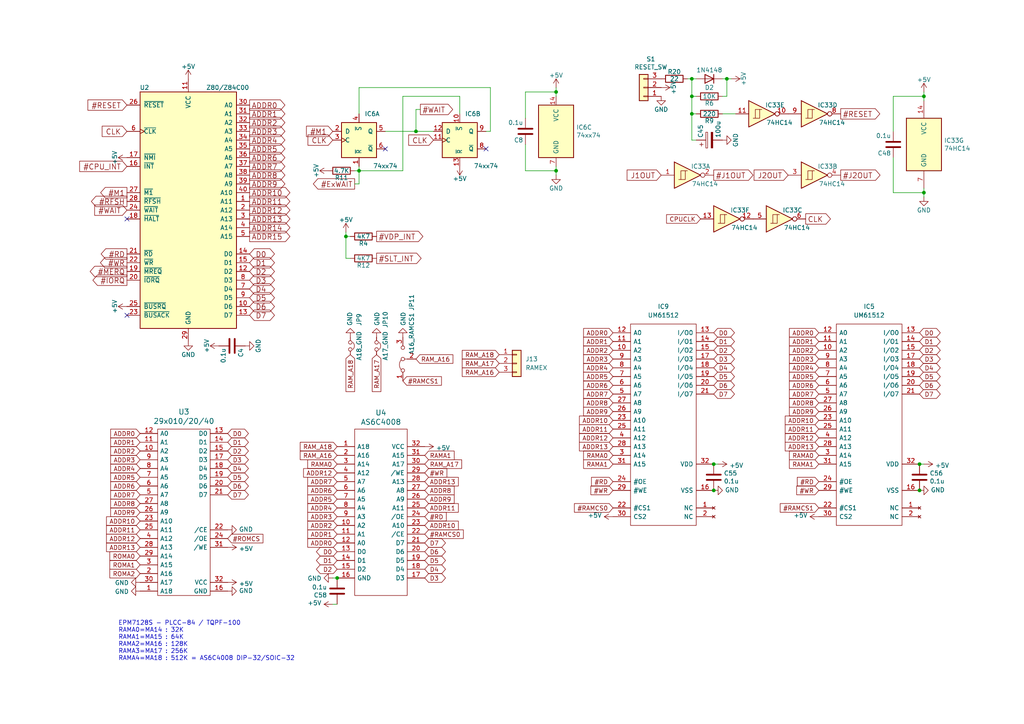
<source format=kicad_sch>
(kicad_sch (version 20211123) (generator eeschema)

  (uuid 92f9a7fe-12b9-455c-b3cb-646f2e8901ef)

  (paper "A4")

  (title_block
    (title "RetroconT")
    (date "2020-01-01")
    (rev "v1.0")
    (comment 1 "Original Eagle Cad Version by Kevin Cho, ckevin@hanmail.net")
    (comment 2 "KiCAD by cloudree@naver.com")
    (comment 3 "for Tower Model")
  )

  (lib_symbols
    (symbol "74xx:74HC14" (pin_names (offset 1.016)) (in_bom yes) (on_board yes)
      (property "Reference" "U" (id 0) (at 0 1.27 0)
        (effects (font (size 1.27 1.27)))
      )
      (property "Value" "74HC14" (id 1) (at 0 -1.27 0)
        (effects (font (size 1.27 1.27)))
      )
      (property "Footprint" "" (id 2) (at 0 0 0)
        (effects (font (size 1.27 1.27)) hide)
      )
      (property "Datasheet" "http://www.ti.com/lit/gpn/sn74HC14" (id 3) (at 0 0 0)
        (effects (font (size 1.27 1.27)) hide)
      )
      (property "ki_locked" "" (id 4) (at 0 0 0)
        (effects (font (size 1.27 1.27)))
      )
      (property "ki_keywords" "HCMOS not inverter" (id 5) (at 0 0 0)
        (effects (font (size 1.27 1.27)) hide)
      )
      (property "ki_description" "Hex inverter schmitt trigger" (id 6) (at 0 0 0)
        (effects (font (size 1.27 1.27)) hide)
      )
      (property "ki_fp_filters" "DIP*W7.62mm*" (id 7) (at 0 0 0)
        (effects (font (size 1.27 1.27)) hide)
      )
      (symbol "74HC14_1_0"
        (polyline
          (pts
            (xy -3.81 3.81)
            (xy -3.81 -3.81)
            (xy 3.81 0)
            (xy -3.81 3.81)
          )
          (stroke (width 0.254) (type default) (color 0 0 0 0))
          (fill (type background))
        )
        (pin input line (at -7.62 0 0) (length 3.81)
          (name "~" (effects (font (size 1.27 1.27))))
          (number "1" (effects (font (size 1.27 1.27))))
        )
        (pin output inverted (at 7.62 0 180) (length 3.81)
          (name "~" (effects (font (size 1.27 1.27))))
          (number "2" (effects (font (size 1.27 1.27))))
        )
      )
      (symbol "74HC14_1_1"
        (polyline
          (pts
            (xy -1.905 -1.27)
            (xy -1.905 1.27)
            (xy -0.635 1.27)
          )
          (stroke (width 0) (type default) (color 0 0 0 0))
          (fill (type none))
        )
        (polyline
          (pts
            (xy -2.54 -1.27)
            (xy -0.635 -1.27)
            (xy -0.635 1.27)
            (xy 0 1.27)
          )
          (stroke (width 0) (type default) (color 0 0 0 0))
          (fill (type none))
        )
      )
      (symbol "74HC14_2_0"
        (polyline
          (pts
            (xy -3.81 3.81)
            (xy -3.81 -3.81)
            (xy 3.81 0)
            (xy -3.81 3.81)
          )
          (stroke (width 0.254) (type default) (color 0 0 0 0))
          (fill (type background))
        )
        (pin input line (at -7.62 0 0) (length 3.81)
          (name "~" (effects (font (size 1.27 1.27))))
          (number "3" (effects (font (size 1.27 1.27))))
        )
        (pin output inverted (at 7.62 0 180) (length 3.81)
          (name "~" (effects (font (size 1.27 1.27))))
          (number "4" (effects (font (size 1.27 1.27))))
        )
      )
      (symbol "74HC14_2_1"
        (polyline
          (pts
            (xy -1.905 -1.27)
            (xy -1.905 1.27)
            (xy -0.635 1.27)
          )
          (stroke (width 0) (type default) (color 0 0 0 0))
          (fill (type none))
        )
        (polyline
          (pts
            (xy -2.54 -1.27)
            (xy -0.635 -1.27)
            (xy -0.635 1.27)
            (xy 0 1.27)
          )
          (stroke (width 0) (type default) (color 0 0 0 0))
          (fill (type none))
        )
      )
      (symbol "74HC14_3_0"
        (polyline
          (pts
            (xy -3.81 3.81)
            (xy -3.81 -3.81)
            (xy 3.81 0)
            (xy -3.81 3.81)
          )
          (stroke (width 0.254) (type default) (color 0 0 0 0))
          (fill (type background))
        )
        (pin input line (at -7.62 0 0) (length 3.81)
          (name "~" (effects (font (size 1.27 1.27))))
          (number "5" (effects (font (size 1.27 1.27))))
        )
        (pin output inverted (at 7.62 0 180) (length 3.81)
          (name "~" (effects (font (size 1.27 1.27))))
          (number "6" (effects (font (size 1.27 1.27))))
        )
      )
      (symbol "74HC14_3_1"
        (polyline
          (pts
            (xy -1.905 -1.27)
            (xy -1.905 1.27)
            (xy -0.635 1.27)
          )
          (stroke (width 0) (type default) (color 0 0 0 0))
          (fill (type none))
        )
        (polyline
          (pts
            (xy -2.54 -1.27)
            (xy -0.635 -1.27)
            (xy -0.635 1.27)
            (xy 0 1.27)
          )
          (stroke (width 0) (type default) (color 0 0 0 0))
          (fill (type none))
        )
      )
      (symbol "74HC14_4_0"
        (polyline
          (pts
            (xy -3.81 3.81)
            (xy -3.81 -3.81)
            (xy 3.81 0)
            (xy -3.81 3.81)
          )
          (stroke (width 0.254) (type default) (color 0 0 0 0))
          (fill (type background))
        )
        (pin output inverted (at 7.62 0 180) (length 3.81)
          (name "~" (effects (font (size 1.27 1.27))))
          (number "8" (effects (font (size 1.27 1.27))))
        )
        (pin input line (at -7.62 0 0) (length 3.81)
          (name "~" (effects (font (size 1.27 1.27))))
          (number "9" (effects (font (size 1.27 1.27))))
        )
      )
      (symbol "74HC14_4_1"
        (polyline
          (pts
            (xy -1.905 -1.27)
            (xy -1.905 1.27)
            (xy -0.635 1.27)
          )
          (stroke (width 0) (type default) (color 0 0 0 0))
          (fill (type none))
        )
        (polyline
          (pts
            (xy -2.54 -1.27)
            (xy -0.635 -1.27)
            (xy -0.635 1.27)
            (xy 0 1.27)
          )
          (stroke (width 0) (type default) (color 0 0 0 0))
          (fill (type none))
        )
      )
      (symbol "74HC14_5_0"
        (polyline
          (pts
            (xy -3.81 3.81)
            (xy -3.81 -3.81)
            (xy 3.81 0)
            (xy -3.81 3.81)
          )
          (stroke (width 0.254) (type default) (color 0 0 0 0))
          (fill (type background))
        )
        (pin output inverted (at 7.62 0 180) (length 3.81)
          (name "~" (effects (font (size 1.27 1.27))))
          (number "10" (effects (font (size 1.27 1.27))))
        )
        (pin input line (at -7.62 0 0) (length 3.81)
          (name "~" (effects (font (size 1.27 1.27))))
          (number "11" (effects (font (size 1.27 1.27))))
        )
      )
      (symbol "74HC14_5_1"
        (polyline
          (pts
            (xy -1.905 -1.27)
            (xy -1.905 1.27)
            (xy -0.635 1.27)
          )
          (stroke (width 0) (type default) (color 0 0 0 0))
          (fill (type none))
        )
        (polyline
          (pts
            (xy -2.54 -1.27)
            (xy -0.635 -1.27)
            (xy -0.635 1.27)
            (xy 0 1.27)
          )
          (stroke (width 0) (type default) (color 0 0 0 0))
          (fill (type none))
        )
      )
      (symbol "74HC14_6_0"
        (polyline
          (pts
            (xy -3.81 3.81)
            (xy -3.81 -3.81)
            (xy 3.81 0)
            (xy -3.81 3.81)
          )
          (stroke (width 0.254) (type default) (color 0 0 0 0))
          (fill (type background))
        )
        (pin output inverted (at 7.62 0 180) (length 3.81)
          (name "~" (effects (font (size 1.27 1.27))))
          (number "12" (effects (font (size 1.27 1.27))))
        )
        (pin input line (at -7.62 0 0) (length 3.81)
          (name "~" (effects (font (size 1.27 1.27))))
          (number "13" (effects (font (size 1.27 1.27))))
        )
      )
      (symbol "74HC14_6_1"
        (polyline
          (pts
            (xy -1.905 -1.27)
            (xy -1.905 1.27)
            (xy -0.635 1.27)
          )
          (stroke (width 0) (type default) (color 0 0 0 0))
          (fill (type none))
        )
        (polyline
          (pts
            (xy -2.54 -1.27)
            (xy -0.635 -1.27)
            (xy -0.635 1.27)
            (xy 0 1.27)
          )
          (stroke (width 0) (type default) (color 0 0 0 0))
          (fill (type none))
        )
      )
      (symbol "74HC14_7_0"
        (pin power_in line (at 0 12.7 270) (length 5.08)
          (name "VCC" (effects (font (size 1.27 1.27))))
          (number "14" (effects (font (size 1.27 1.27))))
        )
        (pin power_in line (at 0 -12.7 90) (length 5.08)
          (name "GND" (effects (font (size 1.27 1.27))))
          (number "7" (effects (font (size 1.27 1.27))))
        )
      )
      (symbol "74HC14_7_1"
        (rectangle (start -5.08 7.62) (end 5.08 -7.62)
          (stroke (width 0.254) (type default) (color 0 0 0 0))
          (fill (type background))
        )
      )
    )
    (symbol "74xx:74HC74" (pin_names (offset 1.016)) (in_bom yes) (on_board yes)
      (property "Reference" "U" (id 0) (at -7.62 8.89 0)
        (effects (font (size 1.27 1.27)))
      )
      (property "Value" "74HC74" (id 1) (at -7.62 -8.89 0)
        (effects (font (size 1.27 1.27)))
      )
      (property "Footprint" "" (id 2) (at 0 0 0)
        (effects (font (size 1.27 1.27)) hide)
      )
      (property "Datasheet" "74xx/74hc_hct74.pdf" (id 3) (at 0 0 0)
        (effects (font (size 1.27 1.27)) hide)
      )
      (property "ki_locked" "" (id 4) (at 0 0 0)
        (effects (font (size 1.27 1.27)))
      )
      (property "ki_keywords" "TTL DFF" (id 5) (at 0 0 0)
        (effects (font (size 1.27 1.27)) hide)
      )
      (property "ki_description" "Dual D Flip-flop, Set & Reset" (id 6) (at 0 0 0)
        (effects (font (size 1.27 1.27)) hide)
      )
      (property "ki_fp_filters" "DIP*W7.62mm*" (id 7) (at 0 0 0)
        (effects (font (size 1.27 1.27)) hide)
      )
      (symbol "74HC74_1_0"
        (pin input line (at 0 -7.62 90) (length 2.54)
          (name "~{R}" (effects (font (size 1.27 1.27))))
          (number "1" (effects (font (size 1.27 1.27))))
        )
        (pin input line (at -7.62 2.54 0) (length 2.54)
          (name "D" (effects (font (size 1.27 1.27))))
          (number "2" (effects (font (size 1.27 1.27))))
        )
        (pin input clock (at -7.62 0 0) (length 2.54)
          (name "C" (effects (font (size 1.27 1.27))))
          (number "3" (effects (font (size 1.27 1.27))))
        )
        (pin input line (at 0 7.62 270) (length 2.54)
          (name "~{S}" (effects (font (size 1.27 1.27))))
          (number "4" (effects (font (size 1.27 1.27))))
        )
        (pin output line (at 7.62 2.54 180) (length 2.54)
          (name "Q" (effects (font (size 1.27 1.27))))
          (number "5" (effects (font (size 1.27 1.27))))
        )
        (pin output line (at 7.62 -2.54 180) (length 2.54)
          (name "~{Q}" (effects (font (size 1.27 1.27))))
          (number "6" (effects (font (size 1.27 1.27))))
        )
      )
      (symbol "74HC74_1_1"
        (rectangle (start -5.08 5.08) (end 5.08 -5.08)
          (stroke (width 0.254) (type default) (color 0 0 0 0))
          (fill (type background))
        )
      )
      (symbol "74HC74_2_0"
        (pin input line (at 0 7.62 270) (length 2.54)
          (name "~{S}" (effects (font (size 1.27 1.27))))
          (number "10" (effects (font (size 1.27 1.27))))
        )
        (pin input clock (at -7.62 0 0) (length 2.54)
          (name "C" (effects (font (size 1.27 1.27))))
          (number "11" (effects (font (size 1.27 1.27))))
        )
        (pin input line (at -7.62 2.54 0) (length 2.54)
          (name "D" (effects (font (size 1.27 1.27))))
          (number "12" (effects (font (size 1.27 1.27))))
        )
        (pin input line (at 0 -7.62 90) (length 2.54)
          (name "~{R}" (effects (font (size 1.27 1.27))))
          (number "13" (effects (font (size 1.27 1.27))))
        )
        (pin output line (at 7.62 -2.54 180) (length 2.54)
          (name "~{Q}" (effects (font (size 1.27 1.27))))
          (number "8" (effects (font (size 1.27 1.27))))
        )
        (pin output line (at 7.62 2.54 180) (length 2.54)
          (name "Q" (effects (font (size 1.27 1.27))))
          (number "9" (effects (font (size 1.27 1.27))))
        )
      )
      (symbol "74HC74_2_1"
        (rectangle (start -5.08 5.08) (end 5.08 -5.08)
          (stroke (width 0.254) (type default) (color 0 0 0 0))
          (fill (type background))
        )
      )
      (symbol "74HC74_3_0"
        (pin power_in line (at 0 10.16 270) (length 2.54)
          (name "VCC" (effects (font (size 1.27 1.27))))
          (number "14" (effects (font (size 1.27 1.27))))
        )
        (pin power_in line (at 0 -10.16 90) (length 2.54)
          (name "GND" (effects (font (size 1.27 1.27))))
          (number "7" (effects (font (size 1.27 1.27))))
        )
      )
      (symbol "74HC74_3_1"
        (rectangle (start -5.08 7.62) (end 5.08 -7.62)
          (stroke (width 0.254) (type default) (color 0 0 0 0))
          (fill (type background))
        )
      )
    )
    (symbol "74xx:74LS14" (pin_names (offset 1.016)) (in_bom yes) (on_board yes)
      (property "Reference" "U" (id 0) (at 0 1.27 0)
        (effects (font (size 1.27 1.27)))
      )
      (property "Value" "74LS14" (id 1) (at 0 -1.27 0)
        (effects (font (size 1.27 1.27)))
      )
      (property "Footprint" "" (id 2) (at 0 0 0)
        (effects (font (size 1.27 1.27)) hide)
      )
      (property "Datasheet" "http://www.ti.com/lit/gpn/sn74LS14" (id 3) (at 0 0 0)
        (effects (font (size 1.27 1.27)) hide)
      )
      (property "ki_locked" "" (id 4) (at 0 0 0)
        (effects (font (size 1.27 1.27)))
      )
      (property "ki_keywords" "TTL not inverter" (id 5) (at 0 0 0)
        (effects (font (size 1.27 1.27)) hide)
      )
      (property "ki_description" "Hex inverter schmitt trigger" (id 6) (at 0 0 0)
        (effects (font (size 1.27 1.27)) hide)
      )
      (property "ki_fp_filters" "DIP*W7.62mm*" (id 7) (at 0 0 0)
        (effects (font (size 1.27 1.27)) hide)
      )
      (symbol "74LS14_1_0"
        (polyline
          (pts
            (xy -3.81 3.81)
            (xy -3.81 -3.81)
            (xy 3.81 0)
            (xy -3.81 3.81)
          )
          (stroke (width 0.254) (type default) (color 0 0 0 0))
          (fill (type background))
        )
        (pin input line (at -7.62 0 0) (length 3.81)
          (name "~" (effects (font (size 1.27 1.27))))
          (number "1" (effects (font (size 1.27 1.27))))
        )
        (pin output inverted (at 7.62 0 180) (length 3.81)
          (name "~" (effects (font (size 1.27 1.27))))
          (number "2" (effects (font (size 1.27 1.27))))
        )
      )
      (symbol "74LS14_1_1"
        (polyline
          (pts
            (xy -1.905 -1.27)
            (xy -1.905 1.27)
            (xy -0.635 1.27)
          )
          (stroke (width 0) (type default) (color 0 0 0 0))
          (fill (type none))
        )
        (polyline
          (pts
            (xy -2.54 -1.27)
            (xy -0.635 -1.27)
            (xy -0.635 1.27)
            (xy 0 1.27)
          )
          (stroke (width 0) (type default) (color 0 0 0 0))
          (fill (type none))
        )
      )
      (symbol "74LS14_2_0"
        (polyline
          (pts
            (xy -3.81 3.81)
            (xy -3.81 -3.81)
            (xy 3.81 0)
            (xy -3.81 3.81)
          )
          (stroke (width 0.254) (type default) (color 0 0 0 0))
          (fill (type background))
        )
        (pin input line (at -7.62 0 0) (length 3.81)
          (name "~" (effects (font (size 1.27 1.27))))
          (number "3" (effects (font (size 1.27 1.27))))
        )
        (pin output inverted (at 7.62 0 180) (length 3.81)
          (name "~" (effects (font (size 1.27 1.27))))
          (number "4" (effects (font (size 1.27 1.27))))
        )
      )
      (symbol "74LS14_2_1"
        (polyline
          (pts
            (xy -1.905 -1.27)
            (xy -1.905 1.27)
            (xy -0.635 1.27)
          )
          (stroke (width 0) (type default) (color 0 0 0 0))
          (fill (type none))
        )
        (polyline
          (pts
            (xy -2.54 -1.27)
            (xy -0.635 -1.27)
            (xy -0.635 1.27)
            (xy 0 1.27)
          )
          (stroke (width 0) (type default) (color 0 0 0 0))
          (fill (type none))
        )
      )
      (symbol "74LS14_3_0"
        (polyline
          (pts
            (xy -3.81 3.81)
            (xy -3.81 -3.81)
            (xy 3.81 0)
            (xy -3.81 3.81)
          )
          (stroke (width 0.254) (type default) (color 0 0 0 0))
          (fill (type background))
        )
        (pin input line (at -7.62 0 0) (length 3.81)
          (name "~" (effects (font (size 1.27 1.27))))
          (number "5" (effects (font (size 1.27 1.27))))
        )
        (pin output inverted (at 7.62 0 180) (length 3.81)
          (name "~" (effects (font (size 1.27 1.27))))
          (number "6" (effects (font (size 1.27 1.27))))
        )
      )
      (symbol "74LS14_3_1"
        (polyline
          (pts
            (xy -1.905 -1.27)
            (xy -1.905 1.27)
            (xy -0.635 1.27)
          )
          (stroke (width 0) (type default) (color 0 0 0 0))
          (fill (type none))
        )
        (polyline
          (pts
            (xy -2.54 -1.27)
            (xy -0.635 -1.27)
            (xy -0.635 1.27)
            (xy 0 1.27)
          )
          (stroke (width 0) (type default) (color 0 0 0 0))
          (fill (type none))
        )
      )
      (symbol "74LS14_4_0"
        (polyline
          (pts
            (xy -3.81 3.81)
            (xy -3.81 -3.81)
            (xy 3.81 0)
            (xy -3.81 3.81)
          )
          (stroke (width 0.254) (type default) (color 0 0 0 0))
          (fill (type background))
        )
        (pin output inverted (at 7.62 0 180) (length 3.81)
          (name "~" (effects (font (size 1.27 1.27))))
          (number "8" (effects (font (size 1.27 1.27))))
        )
        (pin input line (at -7.62 0 0) (length 3.81)
          (name "~" (effects (font (size 1.27 1.27))))
          (number "9" (effects (font (size 1.27 1.27))))
        )
      )
      (symbol "74LS14_4_1"
        (polyline
          (pts
            (xy -1.905 -1.27)
            (xy -1.905 1.27)
            (xy -0.635 1.27)
          )
          (stroke (width 0) (type default) (color 0 0 0 0))
          (fill (type none))
        )
        (polyline
          (pts
            (xy -2.54 -1.27)
            (xy -0.635 -1.27)
            (xy -0.635 1.27)
            (xy 0 1.27)
          )
          (stroke (width 0) (type default) (color 0 0 0 0))
          (fill (type none))
        )
      )
      (symbol "74LS14_5_0"
        (polyline
          (pts
            (xy -3.81 3.81)
            (xy -3.81 -3.81)
            (xy 3.81 0)
            (xy -3.81 3.81)
          )
          (stroke (width 0.254) (type default) (color 0 0 0 0))
          (fill (type background))
        )
        (pin output inverted (at 7.62 0 180) (length 3.81)
          (name "~" (effects (font (size 1.27 1.27))))
          (number "10" (effects (font (size 1.27 1.27))))
        )
        (pin input line (at -7.62 0 0) (length 3.81)
          (name "~" (effects (font (size 1.27 1.27))))
          (number "11" (effects (font (size 1.27 1.27))))
        )
      )
      (symbol "74LS14_5_1"
        (polyline
          (pts
            (xy -1.905 -1.27)
            (xy -1.905 1.27)
            (xy -0.635 1.27)
          )
          (stroke (width 0) (type default) (color 0 0 0 0))
          (fill (type none))
        )
        (polyline
          (pts
            (xy -2.54 -1.27)
            (xy -0.635 -1.27)
            (xy -0.635 1.27)
            (xy 0 1.27)
          )
          (stroke (width 0) (type default) (color 0 0 0 0))
          (fill (type none))
        )
      )
      (symbol "74LS14_6_0"
        (polyline
          (pts
            (xy -3.81 3.81)
            (xy -3.81 -3.81)
            (xy 3.81 0)
            (xy -3.81 3.81)
          )
          (stroke (width 0.254) (type default) (color 0 0 0 0))
          (fill (type background))
        )
        (pin output inverted (at 7.62 0 180) (length 3.81)
          (name "~" (effects (font (size 1.27 1.27))))
          (number "12" (effects (font (size 1.27 1.27))))
        )
        (pin input line (at -7.62 0 0) (length 3.81)
          (name "~" (effects (font (size 1.27 1.27))))
          (number "13" (effects (font (size 1.27 1.27))))
        )
      )
      (symbol "74LS14_6_1"
        (polyline
          (pts
            (xy -1.905 -1.27)
            (xy -1.905 1.27)
            (xy -0.635 1.27)
          )
          (stroke (width 0) (type default) (color 0 0 0 0))
          (fill (type none))
        )
        (polyline
          (pts
            (xy -2.54 -1.27)
            (xy -0.635 -1.27)
            (xy -0.635 1.27)
            (xy 0 1.27)
          )
          (stroke (width 0) (type default) (color 0 0 0 0))
          (fill (type none))
        )
      )
      (symbol "74LS14_7_0"
        (pin power_in line (at 0 12.7 270) (length 5.08)
          (name "VCC" (effects (font (size 1.27 1.27))))
          (number "14" (effects (font (size 1.27 1.27))))
        )
        (pin power_in line (at 0 -12.7 90) (length 5.08)
          (name "GND" (effects (font (size 1.27 1.27))))
          (number "7" (effects (font (size 1.27 1.27))))
        )
      )
      (symbol "74LS14_7_1"
        (rectangle (start -5.08 7.62) (end 5.08 -7.62)
          (stroke (width 0.254) (type default) (color 0 0 0 0))
          (fill (type background))
        )
      )
    )
    (symbol "CPU:Z80CPU" (pin_names (offset 1.016)) (in_bom yes) (on_board yes)
      (property "Reference" "U" (id 0) (at -13.97 35.56 0)
        (effects (font (size 1.27 1.27)) (justify left))
      )
      (property "Value" "Z80CPU" (id 1) (at 6.35 35.56 0)
        (effects (font (size 1.27 1.27)) (justify left))
      )
      (property "Footprint" "" (id 2) (at 0 10.16 0)
        (effects (font (size 1.27 1.27)) hide)
      )
      (property "Datasheet" "www.zilog.com/manage_directlink.php?filepath=docs/z80/um0080" (id 3) (at 0 10.16 0)
        (effects (font (size 1.27 1.27)) hide)
      )
      (property "ki_keywords" "Z80 CPU uP" (id 4) (at 0 0 0)
        (effects (font (size 1.27 1.27)) hide)
      )
      (property "ki_description" "8-bit General Purpose Microprocessor, DIP-40" (id 5) (at 0 0 0)
        (effects (font (size 1.27 1.27)) hide)
      )
      (property "ki_fp_filters" "DIP* PDIP*" (id 6) (at 0 0 0)
        (effects (font (size 1.27 1.27)) hide)
      )
      (symbol "Z80CPU_0_1"
        (rectangle (start -13.97 34.29) (end 13.97 -34.29)
          (stroke (width 0.254) (type default) (color 0 0 0 0))
          (fill (type background))
        )
      )
      (symbol "Z80CPU_1_1"
        (pin output line (at 17.78 2.54 180) (length 3.81)
          (name "A11" (effects (font (size 1.27 1.27))))
          (number "1" (effects (font (size 1.27 1.27))))
        )
        (pin bidirectional line (at 17.78 -27.94 180) (length 3.81)
          (name "D6" (effects (font (size 1.27 1.27))))
          (number "10" (effects (font (size 1.27 1.27))))
        )
        (pin power_in line (at 0 38.1 270) (length 3.81)
          (name "VCC" (effects (font (size 1.27 1.27))))
          (number "11" (effects (font (size 1.27 1.27))))
        )
        (pin bidirectional line (at 17.78 -17.78 180) (length 3.81)
          (name "D2" (effects (font (size 1.27 1.27))))
          (number "12" (effects (font (size 1.27 1.27))))
        )
        (pin bidirectional line (at 17.78 -30.48 180) (length 3.81)
          (name "D7" (effects (font (size 1.27 1.27))))
          (number "13" (effects (font (size 1.27 1.27))))
        )
        (pin bidirectional line (at 17.78 -12.7 180) (length 3.81)
          (name "D0" (effects (font (size 1.27 1.27))))
          (number "14" (effects (font (size 1.27 1.27))))
        )
        (pin bidirectional line (at 17.78 -15.24 180) (length 3.81)
          (name "D1" (effects (font (size 1.27 1.27))))
          (number "15" (effects (font (size 1.27 1.27))))
        )
        (pin input line (at -17.78 12.7 0) (length 3.81)
          (name "~{INT}" (effects (font (size 1.27 1.27))))
          (number "16" (effects (font (size 1.27 1.27))))
        )
        (pin input line (at -17.78 15.24 0) (length 3.81)
          (name "~{NMI}" (effects (font (size 1.27 1.27))))
          (number "17" (effects (font (size 1.27 1.27))))
        )
        (pin output line (at -17.78 -2.54 0) (length 3.81)
          (name "~{HALT}" (effects (font (size 1.27 1.27))))
          (number "18" (effects (font (size 1.27 1.27))))
        )
        (pin output line (at -17.78 -17.78 0) (length 3.81)
          (name "~{MREQ}" (effects (font (size 1.27 1.27))))
          (number "19" (effects (font (size 1.27 1.27))))
        )
        (pin output line (at 17.78 0 180) (length 3.81)
          (name "A12" (effects (font (size 1.27 1.27))))
          (number "2" (effects (font (size 1.27 1.27))))
        )
        (pin output line (at -17.78 -20.32 0) (length 3.81)
          (name "~{IORQ}" (effects (font (size 1.27 1.27))))
          (number "20" (effects (font (size 1.27 1.27))))
        )
        (pin output line (at -17.78 -12.7 0) (length 3.81)
          (name "~{RD}" (effects (font (size 1.27 1.27))))
          (number "21" (effects (font (size 1.27 1.27))))
        )
        (pin output line (at -17.78 -15.24 0) (length 3.81)
          (name "~{WR}" (effects (font (size 1.27 1.27))))
          (number "22" (effects (font (size 1.27 1.27))))
        )
        (pin output line (at -17.78 -30.48 0) (length 3.81)
          (name "~{BUSACK}" (effects (font (size 1.27 1.27))))
          (number "23" (effects (font (size 1.27 1.27))))
        )
        (pin input line (at -17.78 0 0) (length 3.81)
          (name "~{WAIT}" (effects (font (size 1.27 1.27))))
          (number "24" (effects (font (size 1.27 1.27))))
        )
        (pin input line (at -17.78 -27.94 0) (length 3.81)
          (name "~{BUSRQ}" (effects (font (size 1.27 1.27))))
          (number "25" (effects (font (size 1.27 1.27))))
        )
        (pin input line (at -17.78 30.48 0) (length 3.81)
          (name "~{RESET}" (effects (font (size 1.27 1.27))))
          (number "26" (effects (font (size 1.27 1.27))))
        )
        (pin output line (at -17.78 5.08 0) (length 3.81)
          (name "~{M1}" (effects (font (size 1.27 1.27))))
          (number "27" (effects (font (size 1.27 1.27))))
        )
        (pin output line (at -17.78 2.54 0) (length 3.81)
          (name "~{RFSH}" (effects (font (size 1.27 1.27))))
          (number "28" (effects (font (size 1.27 1.27))))
        )
        (pin power_in line (at 0 -38.1 90) (length 3.81)
          (name "GND" (effects (font (size 1.27 1.27))))
          (number "29" (effects (font (size 1.27 1.27))))
        )
        (pin output line (at 17.78 -2.54 180) (length 3.81)
          (name "A13" (effects (font (size 1.27 1.27))))
          (number "3" (effects (font (size 1.27 1.27))))
        )
        (pin output line (at 17.78 30.48 180) (length 3.81)
          (name "A0" (effects (font (size 1.27 1.27))))
          (number "30" (effects (font (size 1.27 1.27))))
        )
        (pin output line (at 17.78 27.94 180) (length 3.81)
          (name "A1" (effects (font (size 1.27 1.27))))
          (number "31" (effects (font (size 1.27 1.27))))
        )
        (pin output line (at 17.78 25.4 180) (length 3.81)
          (name "A2" (effects (font (size 1.27 1.27))))
          (number "32" (effects (font (size 1.27 1.27))))
        )
        (pin output line (at 17.78 22.86 180) (length 3.81)
          (name "A3" (effects (font (size 1.27 1.27))))
          (number "33" (effects (font (size 1.27 1.27))))
        )
        (pin output line (at 17.78 20.32 180) (length 3.81)
          (name "A4" (effects (font (size 1.27 1.27))))
          (number "34" (effects (font (size 1.27 1.27))))
        )
        (pin output line (at 17.78 17.78 180) (length 3.81)
          (name "A5" (effects (font (size 1.27 1.27))))
          (number "35" (effects (font (size 1.27 1.27))))
        )
        (pin output line (at 17.78 15.24 180) (length 3.81)
          (name "A6" (effects (font (size 1.27 1.27))))
          (number "36" (effects (font (size 1.27 1.27))))
        )
        (pin output line (at 17.78 12.7 180) (length 3.81)
          (name "A7" (effects (font (size 1.27 1.27))))
          (number "37" (effects (font (size 1.27 1.27))))
        )
        (pin output line (at 17.78 10.16 180) (length 3.81)
          (name "A8" (effects (font (size 1.27 1.27))))
          (number "38" (effects (font (size 1.27 1.27))))
        )
        (pin output line (at 17.78 7.62 180) (length 3.81)
          (name "A9" (effects (font (size 1.27 1.27))))
          (number "39" (effects (font (size 1.27 1.27))))
        )
        (pin output line (at 17.78 -5.08 180) (length 3.81)
          (name "A14" (effects (font (size 1.27 1.27))))
          (number "4" (effects (font (size 1.27 1.27))))
        )
        (pin output line (at 17.78 5.08 180) (length 3.81)
          (name "A10" (effects (font (size 1.27 1.27))))
          (number "40" (effects (font (size 1.27 1.27))))
        )
        (pin output line (at 17.78 -7.62 180) (length 3.81)
          (name "A15" (effects (font (size 1.27 1.27))))
          (number "5" (effects (font (size 1.27 1.27))))
        )
        (pin input clock (at -17.78 22.86 0) (length 3.81)
          (name "~{CLK}" (effects (font (size 1.27 1.27))))
          (number "6" (effects (font (size 1.27 1.27))))
        )
        (pin bidirectional line (at 17.78 -22.86 180) (length 3.81)
          (name "D4" (effects (font (size 1.27 1.27))))
          (number "7" (effects (font (size 1.27 1.27))))
        )
        (pin bidirectional line (at 17.78 -20.32 180) (length 3.81)
          (name "D3" (effects (font (size 1.27 1.27))))
          (number "8" (effects (font (size 1.27 1.27))))
        )
        (pin bidirectional line (at 17.78 -25.4 180) (length 3.81)
          (name "D5" (effects (font (size 1.27 1.27))))
          (number "9" (effects (font (size 1.27 1.27))))
        )
      )
    )
    (symbol "Connector_Generic:Conn_01x03" (pin_names (offset 1.016) hide) (in_bom yes) (on_board yes)
      (property "Reference" "J" (id 0) (at 0 5.08 0)
        (effects (font (size 1.27 1.27)))
      )
      (property "Value" "Conn_01x03" (id 1) (at 0 -5.08 0)
        (effects (font (size 1.27 1.27)))
      )
      (property "Footprint" "" (id 2) (at 0 0 0)
        (effects (font (size 1.27 1.27)) hide)
      )
      (property "Datasheet" "~" (id 3) (at 0 0 0)
        (effects (font (size 1.27 1.27)) hide)
      )
      (property "ki_keywords" "connector" (id 4) (at 0 0 0)
        (effects (font (size 1.27 1.27)) hide)
      )
      (property "ki_description" "Generic connector, single row, 01x03, script generated (kicad-library-utils/schlib/autogen/connector/)" (id 5) (at 0 0 0)
        (effects (font (size 1.27 1.27)) hide)
      )
      (property "ki_fp_filters" "Connector*:*_1x??_*" (id 6) (at 0 0 0)
        (effects (font (size 1.27 1.27)) hide)
      )
      (symbol "Conn_01x03_1_1"
        (rectangle (start -1.27 -2.413) (end 0 -2.667)
          (stroke (width 0.1524) (type default) (color 0 0 0 0))
          (fill (type none))
        )
        (rectangle (start -1.27 0.127) (end 0 -0.127)
          (stroke (width 0.1524) (type default) (color 0 0 0 0))
          (fill (type none))
        )
        (rectangle (start -1.27 2.667) (end 0 2.413)
          (stroke (width 0.1524) (type default) (color 0 0 0 0))
          (fill (type none))
        )
        (rectangle (start -1.27 3.81) (end 1.27 -3.81)
          (stroke (width 0.254) (type default) (color 0 0 0 0))
          (fill (type background))
        )
        (pin passive line (at -5.08 2.54 0) (length 3.81)
          (name "Pin_1" (effects (font (size 1.27 1.27))))
          (number "1" (effects (font (size 1.27 1.27))))
        )
        (pin passive line (at -5.08 0 0) (length 3.81)
          (name "Pin_2" (effects (font (size 1.27 1.27))))
          (number "2" (effects (font (size 1.27 1.27))))
        )
        (pin passive line (at -5.08 -2.54 0) (length 3.81)
          (name "Pin_3" (effects (font (size 1.27 1.27))))
          (number "3" (effects (font (size 1.27 1.27))))
        )
      )
    )
    (symbol "Device:C" (pin_numbers hide) (pin_names (offset 0.254)) (in_bom yes) (on_board yes)
      (property "Reference" "C" (id 0) (at 0.635 2.54 0)
        (effects (font (size 1.27 1.27)) (justify left))
      )
      (property "Value" "C" (id 1) (at 0.635 -2.54 0)
        (effects (font (size 1.27 1.27)) (justify left))
      )
      (property "Footprint" "" (id 2) (at 0.9652 -3.81 0)
        (effects (font (size 1.27 1.27)) hide)
      )
      (property "Datasheet" "~" (id 3) (at 0 0 0)
        (effects (font (size 1.27 1.27)) hide)
      )
      (property "ki_keywords" "cap capacitor" (id 4) (at 0 0 0)
        (effects (font (size 1.27 1.27)) hide)
      )
      (property "ki_description" "Unpolarized capacitor" (id 5) (at 0 0 0)
        (effects (font (size 1.27 1.27)) hide)
      )
      (property "ki_fp_filters" "C_*" (id 6) (at 0 0 0)
        (effects (font (size 1.27 1.27)) hide)
      )
      (symbol "C_0_1"
        (polyline
          (pts
            (xy -2.032 -0.762)
            (xy 2.032 -0.762)
          )
          (stroke (width 0.508) (type default) (color 0 0 0 0))
          (fill (type none))
        )
        (polyline
          (pts
            (xy -2.032 0.762)
            (xy 2.032 0.762)
          )
          (stroke (width 0.508) (type default) (color 0 0 0 0))
          (fill (type none))
        )
      )
      (symbol "C_1_1"
        (pin passive line (at 0 3.81 270) (length 2.794)
          (name "~" (effects (font (size 1.27 1.27))))
          (number "1" (effects (font (size 1.27 1.27))))
        )
        (pin passive line (at 0 -3.81 90) (length 2.794)
          (name "~" (effects (font (size 1.27 1.27))))
          (number "2" (effects (font (size 1.27 1.27))))
        )
      )
    )
    (symbol "Device:CP" (pin_numbers hide) (pin_names (offset 0.254)) (in_bom yes) (on_board yes)
      (property "Reference" "C" (id 0) (at 0.635 2.54 0)
        (effects (font (size 1.27 1.27)) (justify left))
      )
      (property "Value" "Device_CP" (id 1) (at 0.635 -2.54 0)
        (effects (font (size 1.27 1.27)) (justify left))
      )
      (property "Footprint" "" (id 2) (at 0.9652 -3.81 0)
        (effects (font (size 1.27 1.27)) hide)
      )
      (property "Datasheet" "" (id 3) (at 0 0 0)
        (effects (font (size 1.27 1.27)) hide)
      )
      (property "ki_fp_filters" "CP_*" (id 4) (at 0 0 0)
        (effects (font (size 1.27 1.27)) hide)
      )
      (symbol "CP_0_1"
        (rectangle (start -2.286 0.508) (end 2.286 1.016)
          (stroke (width 0) (type default) (color 0 0 0 0))
          (fill (type none))
        )
        (polyline
          (pts
            (xy -1.778 2.286)
            (xy -0.762 2.286)
          )
          (stroke (width 0) (type default) (color 0 0 0 0))
          (fill (type none))
        )
        (polyline
          (pts
            (xy -1.27 2.794)
            (xy -1.27 1.778)
          )
          (stroke (width 0) (type default) (color 0 0 0 0))
          (fill (type none))
        )
        (rectangle (start 2.286 -0.508) (end -2.286 -1.016)
          (stroke (width 0) (type default) (color 0 0 0 0))
          (fill (type outline))
        )
      )
      (symbol "CP_1_1"
        (pin passive line (at 0 3.81 270) (length 2.794)
          (name "~" (effects (font (size 1.27 1.27))))
          (number "1" (effects (font (size 1.27 1.27))))
        )
        (pin passive line (at 0 -3.81 90) (length 2.794)
          (name "~" (effects (font (size 1.27 1.27))))
          (number "2" (effects (font (size 1.27 1.27))))
        )
      )
    )
    (symbol "Device:D" (pin_numbers hide) (pin_names (offset 1.016) hide) (in_bom yes) (on_board yes)
      (property "Reference" "D" (id 0) (at 0 2.54 0)
        (effects (font (size 1.27 1.27)))
      )
      (property "Value" "D" (id 1) (at 0 -2.54 0)
        (effects (font (size 1.27 1.27)))
      )
      (property "Footprint" "" (id 2) (at 0 0 0)
        (effects (font (size 1.27 1.27)) hide)
      )
      (property "Datasheet" "~" (id 3) (at 0 0 0)
        (effects (font (size 1.27 1.27)) hide)
      )
      (property "ki_keywords" "diode" (id 4) (at 0 0 0)
        (effects (font (size 1.27 1.27)) hide)
      )
      (property "ki_description" "Diode" (id 5) (at 0 0 0)
        (effects (font (size 1.27 1.27)) hide)
      )
      (property "ki_fp_filters" "TO-???* *_Diode_* *SingleDiode* D_*" (id 6) (at 0 0 0)
        (effects (font (size 1.27 1.27)) hide)
      )
      (symbol "D_0_1"
        (polyline
          (pts
            (xy -1.27 1.27)
            (xy -1.27 -1.27)
          )
          (stroke (width 0.254) (type default) (color 0 0 0 0))
          (fill (type none))
        )
        (polyline
          (pts
            (xy 1.27 0)
            (xy -1.27 0)
          )
          (stroke (width 0) (type default) (color 0 0 0 0))
          (fill (type none))
        )
        (polyline
          (pts
            (xy 1.27 1.27)
            (xy 1.27 -1.27)
            (xy -1.27 0)
            (xy 1.27 1.27)
          )
          (stroke (width 0.254) (type default) (color 0 0 0 0))
          (fill (type none))
        )
      )
      (symbol "D_1_1"
        (pin passive line (at -3.81 0 0) (length 2.54)
          (name "K" (effects (font (size 1.27 1.27))))
          (number "1" (effects (font (size 1.27 1.27))))
        )
        (pin passive line (at 3.81 0 180) (length 2.54)
          (name "A" (effects (font (size 1.27 1.27))))
          (number "2" (effects (font (size 1.27 1.27))))
        )
      )
    )
    (symbol "Device:Jumper_NC_Small" (pin_numbers hide) (pin_names (offset 0.762) hide) (in_bom yes) (on_board yes)
      (property "Reference" "JP" (id 0) (at 0 2.032 0)
        (effects (font (size 1.27 1.27)))
      )
      (property "Value" "Device_Jumper_NC_Small" (id 1) (at 0.254 -1.524 0)
        (effects (font (size 1.27 1.27)))
      )
      (property "Footprint" "" (id 2) (at 0 0 0)
        (effects (font (size 1.27 1.27)) hide)
      )
      (property "Datasheet" "" (id 3) (at 0 0 0)
        (effects (font (size 1.27 1.27)) hide)
      )
      (property "ki_fp_filters" "SolderJumper*Bridged*" (id 4) (at 0 0 0)
        (effects (font (size 1.27 1.27)) hide)
      )
      (symbol "Jumper_NC_Small_0_1"
        (circle (center -1.016 0) (radius 0.508)
          (stroke (width 0) (type default) (color 0 0 0 0))
          (fill (type none))
        )
        (circle (center 1.016 0) (radius 0.508)
          (stroke (width 0) (type default) (color 0 0 0 0))
          (fill (type none))
        )
        (arc (start 1.016 0.762) (mid 0 1.1828) (end -1.016 0.762)
          (stroke (width 0) (type default) (color 0 0 0 0))
          (fill (type none))
        )
        (pin passive line (at -2.54 0 0) (length 1.016)
          (name "1" (effects (font (size 1.27 1.27))))
          (number "1" (effects (font (size 1.27 1.27))))
        )
        (pin passive line (at 2.54 0 180) (length 1.016)
          (name "2" (effects (font (size 1.27 1.27))))
          (number "2" (effects (font (size 1.27 1.27))))
        )
      )
    )
    (symbol "Device:R" (pin_numbers hide) (pin_names (offset 0)) (in_bom yes) (on_board yes)
      (property "Reference" "R" (id 0) (at 2.032 0 90)
        (effects (font (size 1.27 1.27)))
      )
      (property "Value" "R" (id 1) (at 0 0 90)
        (effects (font (size 1.27 1.27)))
      )
      (property "Footprint" "" (id 2) (at -1.778 0 90)
        (effects (font (size 1.27 1.27)) hide)
      )
      (property "Datasheet" "~" (id 3) (at 0 0 0)
        (effects (font (size 1.27 1.27)) hide)
      )
      (property "ki_keywords" "R res resistor" (id 4) (at 0 0 0)
        (effects (font (size 1.27 1.27)) hide)
      )
      (property "ki_description" "Resistor" (id 5) (at 0 0 0)
        (effects (font (size 1.27 1.27)) hide)
      )
      (property "ki_fp_filters" "R_*" (id 6) (at 0 0 0)
        (effects (font (size 1.27 1.27)) hide)
      )
      (symbol "R_0_1"
        (rectangle (start -1.016 -2.54) (end 1.016 2.54)
          (stroke (width 0.254) (type default) (color 0 0 0 0))
          (fill (type none))
        )
      )
      (symbol "R_1_1"
        (pin passive line (at 0 3.81 270) (length 1.27)
          (name "~" (effects (font (size 1.27 1.27))))
          (number "1" (effects (font (size 1.27 1.27))))
        )
        (pin passive line (at 0 -3.81 90) (length 1.27)
          (name "~" (effects (font (size 1.27 1.27))))
          (number "2" (effects (font (size 1.27 1.27))))
        )
      )
    )
    (symbol "Jumper:Jumper_3_Bridged12" (pin_names (offset 0) hide) (in_bom yes) (on_board yes)
      (property "Reference" "JP" (id 0) (at -2.54 -2.54 0)
        (effects (font (size 1.27 1.27)))
      )
      (property "Value" "Jumper_3_Bridged12" (id 1) (at 0 2.794 0)
        (effects (font (size 1.27 1.27)))
      )
      (property "Footprint" "" (id 2) (at 0 0 0)
        (effects (font (size 1.27 1.27)) hide)
      )
      (property "Datasheet" "~" (id 3) (at 0 0 0)
        (effects (font (size 1.27 1.27)) hide)
      )
      (property "ki_keywords" "Jumper SPDT" (id 4) (at 0 0 0)
        (effects (font (size 1.27 1.27)) hide)
      )
      (property "ki_description" "Jumper, 3-pole, pins 1+2 closed/bridged" (id 5) (at 0 0 0)
        (effects (font (size 1.27 1.27)) hide)
      )
      (property "ki_fp_filters" "Jumper* TestPoint*3Pads* TestPoint*Bridge*" (id 6) (at 0 0 0)
        (effects (font (size 1.27 1.27)) hide)
      )
      (symbol "Jumper_3_Bridged12_0_0"
        (circle (center -3.302 0) (radius 0.508)
          (stroke (width 0) (type default) (color 0 0 0 0))
          (fill (type none))
        )
        (circle (center 0 0) (radius 0.508)
          (stroke (width 0) (type default) (color 0 0 0 0))
          (fill (type none))
        )
        (circle (center 3.302 0) (radius 0.508)
          (stroke (width 0) (type default) (color 0 0 0 0))
          (fill (type none))
        )
      )
      (symbol "Jumper_3_Bridged12_0_1"
        (arc (start -0.254 0.508) (mid -1.651 0.9912) (end -3.048 0.508)
          (stroke (width 0) (type default) (color 0 0 0 0))
          (fill (type none))
        )
        (polyline
          (pts
            (xy 0 -1.27)
            (xy 0 -0.508)
          )
          (stroke (width 0) (type default) (color 0 0 0 0))
          (fill (type none))
        )
      )
      (symbol "Jumper_3_Bridged12_1_1"
        (pin passive line (at -6.35 0 0) (length 2.54)
          (name "A" (effects (font (size 1.27 1.27))))
          (number "1" (effects (font (size 1.27 1.27))))
        )
        (pin input line (at 0 -3.81 90) (length 2.54)
          (name "C" (effects (font (size 1.27 1.27))))
          (number "2" (effects (font (size 1.27 1.27))))
        )
        (pin passive line (at 6.35 0 180) (length 2.54)
          (name "B" (effects (font (size 1.27 1.27))))
          (number "3" (effects (font (size 1.27 1.27))))
        )
      )
    )
    (symbol "RetroConT-rescue:29x040-cloudree_Memory" (pin_names (offset 0.7112)) (in_bom yes) (on_board yes)
      (property "Reference" "U" (id 0) (at -1.27 29.21 0)
        (effects (font (size 1.524 1.524)))
      )
      (property "Value" "29x040-cloudree_Memory" (id 1) (at 0 26.67 0)
        (effects (font (size 1.524 1.524)))
      )
      (property "Footprint" "" (id 2) (at -1.27 29.21 0)
        (effects (font (size 1.524 1.524)) hide)
      )
      (property "Datasheet" "" (id 3) (at -1.27 29.21 0)
        (effects (font (size 1.524 1.524)) hide)
      )
      (symbol "29x040-cloudree_Memory_0_1"
        (rectangle (start -7.62 24.13) (end 7.62 -24.13)
          (stroke (width 0) (type default) (color 0 0 0 0))
          (fill (type none))
        )
      )
      (symbol "29x040-cloudree_Memory_1_1"
        (pin input line (at -12.7 -22.86 0) (length 5.08)
          (name "A18" (effects (font (size 1.27 1.27))))
          (number "1" (effects (font (size 1.27 1.27))))
        )
        (pin input line (at -12.7 17.78 0) (length 5.08)
          (name "A2" (effects (font (size 1.27 1.27))))
          (number "10" (effects (font (size 1.27 1.27))))
        )
        (pin input line (at -12.7 20.32 0) (length 5.08)
          (name "A1" (effects (font (size 1.27 1.27))))
          (number "11" (effects (font (size 1.27 1.27))))
        )
        (pin input line (at -12.7 22.86 0) (length 5.08)
          (name "A0" (effects (font (size 1.27 1.27))))
          (number "12" (effects (font (size 1.27 1.27))))
        )
        (pin input line (at 12.7 22.86 180) (length 5.08)
          (name "D0" (effects (font (size 1.27 1.27))))
          (number "13" (effects (font (size 1.27 1.27))))
        )
        (pin input line (at 12.7 20.32 180) (length 5.08)
          (name "D1" (effects (font (size 1.27 1.27))))
          (number "14" (effects (font (size 1.27 1.27))))
        )
        (pin input line (at 12.7 17.78 180) (length 5.08)
          (name "D2" (effects (font (size 1.27 1.27))))
          (number "15" (effects (font (size 1.27 1.27))))
        )
        (pin input line (at 12.7 -22.86 180) (length 5.08)
          (name "GND" (effects (font (size 1.27 1.27))))
          (number "16" (effects (font (size 1.27 1.27))))
        )
        (pin input line (at 12.7 15.24 180) (length 5.08)
          (name "D3" (effects (font (size 1.27 1.27))))
          (number "17" (effects (font (size 1.27 1.27))))
        )
        (pin input line (at 12.7 12.7 180) (length 5.08)
          (name "D4" (effects (font (size 1.27 1.27))))
          (number "18" (effects (font (size 1.27 1.27))))
        )
        (pin input line (at 12.7 10.16 180) (length 5.08)
          (name "D5" (effects (font (size 1.27 1.27))))
          (number "19" (effects (font (size 1.27 1.27))))
        )
        (pin input line (at -12.7 -17.78 0) (length 5.08)
          (name "A16" (effects (font (size 1.27 1.27))))
          (number "2" (effects (font (size 1.27 1.27))))
        )
        (pin input line (at 12.7 7.62 180) (length 5.08)
          (name "D6" (effects (font (size 1.27 1.27))))
          (number "20" (effects (font (size 1.27 1.27))))
        )
        (pin input line (at 12.7 5.08 180) (length 5.08)
          (name "D7" (effects (font (size 1.27 1.27))))
          (number "21" (effects (font (size 1.27 1.27))))
        )
        (pin input line (at 12.7 -5.08 180) (length 5.08)
          (name "/CE" (effects (font (size 1.27 1.27))))
          (number "22" (effects (font (size 1.27 1.27))))
        )
        (pin input line (at -12.7 -2.54 0) (length 5.08)
          (name "A10" (effects (font (size 1.27 1.27))))
          (number "23" (effects (font (size 1.27 1.27))))
        )
        (pin input line (at 12.7 -7.62 180) (length 5.08)
          (name "/OE" (effects (font (size 1.27 1.27))))
          (number "24" (effects (font (size 1.27 1.27))))
        )
        (pin input line (at -12.7 -5.08 0) (length 5.08)
          (name "A11" (effects (font (size 1.27 1.27))))
          (number "25" (effects (font (size 1.27 1.27))))
        )
        (pin input line (at -12.7 0 0) (length 5.08)
          (name "A9" (effects (font (size 1.27 1.27))))
          (number "26" (effects (font (size 1.27 1.27))))
        )
        (pin input line (at -12.7 2.54 0) (length 5.08)
          (name "A8" (effects (font (size 1.27 1.27))))
          (number "27" (effects (font (size 1.27 1.27))))
        )
        (pin input line (at -12.7 -10.16 0) (length 5.08)
          (name "A13" (effects (font (size 1.27 1.27))))
          (number "28" (effects (font (size 1.27 1.27))))
        )
        (pin input line (at -12.7 -12.7 0) (length 5.08)
          (name "A14" (effects (font (size 1.27 1.27))))
          (number "29" (effects (font (size 1.27 1.27))))
        )
        (pin input line (at -12.7 -15.24 0) (length 5.08)
          (name "A15" (effects (font (size 1.27 1.27))))
          (number "3" (effects (font (size 1.27 1.27))))
        )
        (pin input line (at -12.7 -20.32 0) (length 5.08)
          (name "A17" (effects (font (size 1.27 1.27))))
          (number "30" (effects (font (size 1.27 1.27))))
        )
        (pin input line (at 12.7 -10.16 180) (length 5.08)
          (name "/WE" (effects (font (size 1.27 1.27))))
          (number "31" (effects (font (size 1.27 1.27))))
        )
        (pin input line (at 12.7 -20.32 180) (length 5.08)
          (name "VCC" (effects (font (size 1.27 1.27))))
          (number "32" (effects (font (size 1.27 1.27))))
        )
        (pin input line (at -12.7 -7.62 0) (length 5.08)
          (name "A12" (effects (font (size 1.27 1.27))))
          (number "4" (effects (font (size 1.27 1.27))))
        )
        (pin input line (at -12.7 5.08 0) (length 5.08)
          (name "A7" (effects (font (size 1.27 1.27))))
          (number "5" (effects (font (size 1.27 1.27))))
        )
        (pin input line (at -12.7 7.62 0) (length 5.08)
          (name "A6" (effects (font (size 1.27 1.27))))
          (number "6" (effects (font (size 1.27 1.27))))
        )
        (pin input line (at -12.7 10.16 0) (length 5.08)
          (name "A5" (effects (font (size 1.27 1.27))))
          (number "7" (effects (font (size 1.27 1.27))))
        )
        (pin input line (at -12.7 12.7 0) (length 5.08)
          (name "A4" (effects (font (size 1.27 1.27))))
          (number "8" (effects (font (size 1.27 1.27))))
        )
        (pin input line (at -12.7 15.24 0) (length 5.08)
          (name "A3" (effects (font (size 1.27 1.27))))
          (number "9" (effects (font (size 1.27 1.27))))
        )
      )
    )
    (symbol "RetroConT-rescue:AS6C4008-cloudree_Memory" (pin_names (offset 0.7112)) (in_bom yes) (on_board yes)
      (property "Reference" "U" (id 0) (at -1.27 29.21 0)
        (effects (font (size 1.524 1.524)))
      )
      (property "Value" "AS6C4008-cloudree_Memory" (id 1) (at 0 26.67 0)
        (effects (font (size 1.524 1.524)))
      )
      (property "Footprint" "" (id 2) (at -1.27 29.21 0)
        (effects (font (size 1.524 1.524)) hide)
      )
      (property "Datasheet" "" (id 3) (at -1.27 29.21 0)
        (effects (font (size 1.524 1.524)) hide)
      )
      (symbol "AS6C4008-cloudree_Memory_0_1"
        (rectangle (start -7.62 24.13) (end 7.62 -24.13)
          (stroke (width 0) (type default) (color 0 0 0 0))
          (fill (type none))
        )
      )
      (symbol "AS6C4008-cloudree_Memory_1_1"
        (pin input line (at -12.7 19.05 0) (length 5.08)
          (name "A18" (effects (font (size 1.27 1.27))))
          (number "1" (effects (font (size 1.27 1.27))))
        )
        (pin input line (at -12.7 -3.81 0) (length 5.08)
          (name "A2" (effects (font (size 1.27 1.27))))
          (number "10" (effects (font (size 1.27 1.27))))
        )
        (pin input line (at -12.7 -6.35 0) (length 5.08)
          (name "A1" (effects (font (size 1.27 1.27))))
          (number "11" (effects (font (size 1.27 1.27))))
        )
        (pin input line (at -12.7 -8.89 0) (length 5.08)
          (name "A0" (effects (font (size 1.27 1.27))))
          (number "12" (effects (font (size 1.27 1.27))))
        )
        (pin input line (at -12.7 -11.43 0) (length 5.08)
          (name "D0" (effects (font (size 1.27 1.27))))
          (number "13" (effects (font (size 1.27 1.27))))
        )
        (pin input line (at -12.7 -13.97 0) (length 5.08)
          (name "D1" (effects (font (size 1.27 1.27))))
          (number "14" (effects (font (size 1.27 1.27))))
        )
        (pin input line (at -12.7 -16.51 0) (length 5.08)
          (name "D2" (effects (font (size 1.27 1.27))))
          (number "15" (effects (font (size 1.27 1.27))))
        )
        (pin input line (at -12.7 -19.05 0) (length 5.08)
          (name "GND" (effects (font (size 1.27 1.27))))
          (number "16" (effects (font (size 1.27 1.27))))
        )
        (pin input line (at 12.7 -19.05 180) (length 5.08)
          (name "D3" (effects (font (size 1.27 1.27))))
          (number "17" (effects (font (size 1.27 1.27))))
        )
        (pin input line (at 12.7 -16.51 180) (length 5.08)
          (name "D4" (effects (font (size 1.27 1.27))))
          (number "18" (effects (font (size 1.27 1.27))))
        )
        (pin input line (at 12.7 -13.97 180) (length 5.08)
          (name "D5" (effects (font (size 1.27 1.27))))
          (number "19" (effects (font (size 1.27 1.27))))
        )
        (pin input line (at -12.7 16.51 0) (length 5.08)
          (name "A16" (effects (font (size 1.27 1.27))))
          (number "2" (effects (font (size 1.27 1.27))))
        )
        (pin input line (at 12.7 -11.43 180) (length 5.08)
          (name "D6" (effects (font (size 1.27 1.27))))
          (number "20" (effects (font (size 1.27 1.27))))
        )
        (pin input line (at 12.7 -8.89 180) (length 5.08)
          (name "D7" (effects (font (size 1.27 1.27))))
          (number "21" (effects (font (size 1.27 1.27))))
        )
        (pin input line (at 12.7 -6.35 180) (length 5.08)
          (name "/CE" (effects (font (size 1.27 1.27))))
          (number "22" (effects (font (size 1.27 1.27))))
        )
        (pin input line (at 12.7 -3.81 180) (length 5.08)
          (name "A10" (effects (font (size 1.27 1.27))))
          (number "23" (effects (font (size 1.27 1.27))))
        )
        (pin input line (at 12.7 -1.27 180) (length 5.08)
          (name "/OE" (effects (font (size 1.27 1.27))))
          (number "24" (effects (font (size 1.27 1.27))))
        )
        (pin input line (at 12.7 1.27 180) (length 5.08)
          (name "A11" (effects (font (size 1.27 1.27))))
          (number "25" (effects (font (size 1.27 1.27))))
        )
        (pin input line (at 12.7 3.81 180) (length 5.08)
          (name "A9" (effects (font (size 1.27 1.27))))
          (number "26" (effects (font (size 1.27 1.27))))
        )
        (pin input line (at 12.7 6.35 180) (length 5.08)
          (name "A8" (effects (font (size 1.27 1.27))))
          (number "27" (effects (font (size 1.27 1.27))))
        )
        (pin input line (at 12.7 8.89 180) (length 5.08)
          (name "A13" (effects (font (size 1.27 1.27))))
          (number "28" (effects (font (size 1.27 1.27))))
        )
        (pin input line (at 12.7 11.43 180) (length 5.08)
          (name "/WE" (effects (font (size 1.27 1.27))))
          (number "29" (effects (font (size 1.27 1.27))))
        )
        (pin input line (at -12.7 13.97 0) (length 5.08)
          (name "A14" (effects (font (size 1.27 1.27))))
          (number "3" (effects (font (size 1.27 1.27))))
        )
        (pin input line (at 12.7 13.97 180) (length 5.08)
          (name "A17" (effects (font (size 1.27 1.27))))
          (number "30" (effects (font (size 1.27 1.27))))
        )
        (pin input line (at 12.7 16.51 180) (length 5.08)
          (name "A15" (effects (font (size 1.27 1.27))))
          (number "31" (effects (font (size 1.27 1.27))))
        )
        (pin input line (at 12.7 19.05 180) (length 5.08)
          (name "VCC" (effects (font (size 1.27 1.27))))
          (number "32" (effects (font (size 1.27 1.27))))
        )
        (pin input line (at -12.7 11.43 0) (length 5.08)
          (name "A12" (effects (font (size 1.27 1.27))))
          (number "4" (effects (font (size 1.27 1.27))))
        )
        (pin input line (at -12.7 8.89 0) (length 5.08)
          (name "A7" (effects (font (size 1.27 1.27))))
          (number "5" (effects (font (size 1.27 1.27))))
        )
        (pin input line (at -12.7 6.35 0) (length 5.08)
          (name "A6" (effects (font (size 1.27 1.27))))
          (number "6" (effects (font (size 1.27 1.27))))
        )
        (pin input line (at -12.7 3.81 0) (length 5.08)
          (name "A5" (effects (font (size 1.27 1.27))))
          (number "7" (effects (font (size 1.27 1.27))))
        )
        (pin input line (at -12.7 1.27 0) (length 5.08)
          (name "A4" (effects (font (size 1.27 1.27))))
          (number "8" (effects (font (size 1.27 1.27))))
        )
        (pin input line (at -12.7 -1.27 0) (length 5.08)
          (name "A3" (effects (font (size 1.27 1.27))))
          (number "9" (effects (font (size 1.27 1.27))))
        )
      )
    )
    (symbol "cloudree_memory:UM61512" (pin_names (offset 0.8128)) (in_bom yes) (on_board yes)
      (property "Reference" "U" (id 0) (at 0 29.21 0)
        (effects (font (size 1.27 1.27)))
      )
      (property "Value" "UM61512" (id 1) (at 0 31.75 0)
        (effects (font (size 1.27 1.27)))
      )
      (property "Footprint" "" (id 2) (at 1.27 15.24 0)
        (effects (font (size 1.27 1.27)) hide)
      )
      (property "Datasheet" "" (id 3) (at 1.27 15.24 0)
        (effects (font (size 1.27 1.27)) hide)
      )
      (symbol "UM61512_0_1"
        (rectangle (start -8.89 27.94) (end 10.16 -30.48)
          (stroke (width 0) (type default) (color 0 0 0 0))
          (fill (type none))
        )
      )
      (symbol "UM61512_1_1"
        (pin no_connect line (at 15.24 -25.4 180) (length 5.08)
          (name "NC" (effects (font (size 1.27 1.27))))
          (number "1" (effects (font (size 1.27 1.27))))
        )
        (pin input line (at -13.97 20.32 0) (length 5.08)
          (name "A2" (effects (font (size 1.27 1.27))))
          (number "10" (effects (font (size 1.27 1.27))))
        )
        (pin input line (at -13.97 22.86 0) (length 5.08)
          (name "A1" (effects (font (size 1.27 1.27))))
          (number "11" (effects (font (size 1.27 1.27))))
        )
        (pin input line (at -13.97 25.4 0) (length 5.08)
          (name "A0" (effects (font (size 1.27 1.27))))
          (number "12" (effects (font (size 1.27 1.27))))
        )
        (pin bidirectional line (at 15.24 25.4 180) (length 5.08)
          (name "I/O0" (effects (font (size 1.27 1.27))))
          (number "13" (effects (font (size 1.27 1.27))))
        )
        (pin bidirectional line (at 15.24 22.86 180) (length 5.08)
          (name "I/O1" (effects (font (size 1.27 1.27))))
          (number "14" (effects (font (size 1.27 1.27))))
        )
        (pin bidirectional line (at 15.24 20.32 180) (length 5.08)
          (name "I/O2" (effects (font (size 1.27 1.27))))
          (number "15" (effects (font (size 1.27 1.27))))
        )
        (pin power_in line (at 15.24 -20.32 180) (length 5.08)
          (name "VSS" (effects (font (size 1.27 1.27))))
          (number "16" (effects (font (size 1.27 1.27))))
        )
        (pin bidirectional line (at 15.24 17.78 180) (length 5.08)
          (name "I/O3" (effects (font (size 1.27 1.27))))
          (number "17" (effects (font (size 1.27 1.27))))
        )
        (pin bidirectional line (at 15.24 15.24 180) (length 5.08)
          (name "I/O4" (effects (font (size 1.27 1.27))))
          (number "18" (effects (font (size 1.27 1.27))))
        )
        (pin bidirectional line (at 15.24 12.7 180) (length 5.08)
          (name "I/O5" (effects (font (size 1.27 1.27))))
          (number "19" (effects (font (size 1.27 1.27))))
        )
        (pin no_connect line (at 15.24 -27.94 180) (length 5.08)
          (name "NC" (effects (font (size 1.27 1.27))))
          (number "2" (effects (font (size 1.27 1.27))))
        )
        (pin bidirectional line (at 15.24 10.16 180) (length 5.08)
          (name "I/O6" (effects (font (size 1.27 1.27))))
          (number "20" (effects (font (size 1.27 1.27))))
        )
        (pin bidirectional line (at 15.24 7.62 180) (length 5.08)
          (name "I/O7" (effects (font (size 1.27 1.27))))
          (number "21" (effects (font (size 1.27 1.27))))
        )
        (pin input line (at -13.97 -25.4 0) (length 5.08)
          (name "#CS1" (effects (font (size 1.27 1.27))))
          (number "22" (effects (font (size 1.27 1.27))))
        )
        (pin input line (at -13.97 0 0) (length 5.08)
          (name "A10" (effects (font (size 1.27 1.27))))
          (number "23" (effects (font (size 1.27 1.27))))
        )
        (pin input line (at -13.97 -17.78 0) (length 5.08)
          (name "#OE" (effects (font (size 1.27 1.27))))
          (number "24" (effects (font (size 1.27 1.27))))
        )
        (pin input line (at -13.97 -2.54 0) (length 5.08)
          (name "A11" (effects (font (size 1.27 1.27))))
          (number "25" (effects (font (size 1.27 1.27))))
        )
        (pin input line (at -13.97 2.54 0) (length 5.08)
          (name "A9" (effects (font (size 1.27 1.27))))
          (number "26" (effects (font (size 1.27 1.27))))
        )
        (pin input line (at -13.97 5.08 0) (length 5.08)
          (name "A8" (effects (font (size 1.27 1.27))))
          (number "27" (effects (font (size 1.27 1.27))))
        )
        (pin input line (at -13.97 -7.62 0) (length 5.08)
          (name "A13" (effects (font (size 1.27 1.27))))
          (number "28" (effects (font (size 1.27 1.27))))
        )
        (pin input line (at -13.97 -20.32 0) (length 5.08)
          (name "#WE" (effects (font (size 1.27 1.27))))
          (number "29" (effects (font (size 1.27 1.27))))
        )
        (pin input line (at -13.97 -10.16 0) (length 5.08)
          (name "A14" (effects (font (size 1.27 1.27))))
          (number "3" (effects (font (size 1.27 1.27))))
        )
        (pin input line (at -13.97 -27.94 0) (length 5.08)
          (name "CS2" (effects (font (size 1.27 1.27))))
          (number "30" (effects (font (size 1.27 1.27))))
        )
        (pin input line (at -13.97 -12.7 0) (length 5.08)
          (name "A15" (effects (font (size 1.27 1.27))))
          (number "31" (effects (font (size 1.27 1.27))))
        )
        (pin power_in line (at 15.24 -12.7 180) (length 5.08)
          (name "VDD" (effects (font (size 1.27 1.27))))
          (number "32" (effects (font (size 1.27 1.27))))
        )
        (pin input line (at -13.97 -5.08 0) (length 5.08)
          (name "A12" (effects (font (size 1.27 1.27))))
          (number "4" (effects (font (size 1.27 1.27))))
        )
        (pin input line (at -13.97 7.62 0) (length 5.08)
          (name "A7" (effects (font (size 1.27 1.27))))
          (number "5" (effects (font (size 1.27 1.27))))
        )
        (pin input line (at -13.97 10.16 0) (length 5.08)
          (name "A6" (effects (font (size 1.27 1.27))))
          (number "6" (effects (font (size 1.27 1.27))))
        )
        (pin input line (at -13.97 12.7 0) (length 5.08)
          (name "A5" (effects (font (size 1.27 1.27))))
          (number "7" (effects (font (size 1.27 1.27))))
        )
        (pin input line (at -13.97 15.24 0) (length 5.08)
          (name "A4" (effects (font (size 1.27 1.27))))
          (number "8" (effects (font (size 1.27 1.27))))
        )
        (pin input line (at -13.97 17.78 0) (length 5.08)
          (name "A3" (effects (font (size 1.27 1.27))))
          (number "9" (effects (font (size 1.27 1.27))))
        )
      )
    )
    (symbol "power:+5V" (power) (pin_names (offset 0)) (in_bom yes) (on_board yes)
      (property "Reference" "#PWR" (id 0) (at 0 -3.81 0)
        (effects (font (size 1.27 1.27)) hide)
      )
      (property "Value" "+5V" (id 1) (at 0 3.556 0)
        (effects (font (size 1.27 1.27)))
      )
      (property "Footprint" "" (id 2) (at 0 0 0)
        (effects (font (size 1.27 1.27)) hide)
      )
      (property "Datasheet" "" (id 3) (at 0 0 0)
        (effects (font (size 1.27 1.27)) hide)
      )
      (property "ki_keywords" "power-flag" (id 4) (at 0 0 0)
        (effects (font (size 1.27 1.27)) hide)
      )
      (property "ki_description" "Power symbol creates a global label with name \"+5V\"" (id 5) (at 0 0 0)
        (effects (font (size 1.27 1.27)) hide)
      )
      (symbol "+5V_0_1"
        (polyline
          (pts
            (xy -0.762 1.27)
            (xy 0 2.54)
          )
          (stroke (width 0) (type default) (color 0 0 0 0))
          (fill (type none))
        )
        (polyline
          (pts
            (xy 0 0)
            (xy 0 2.54)
          )
          (stroke (width 0) (type default) (color 0 0 0 0))
          (fill (type none))
        )
        (polyline
          (pts
            (xy 0 2.54)
            (xy 0.762 1.27)
          )
          (stroke (width 0) (type default) (color 0 0 0 0))
          (fill (type none))
        )
      )
      (symbol "+5V_1_1"
        (pin power_in line (at 0 0 90) (length 0) hide
          (name "+5V" (effects (font (size 1.27 1.27))))
          (number "1" (effects (font (size 1.27 1.27))))
        )
      )
    )
    (symbol "power:GND" (power) (pin_names (offset 0)) (in_bom yes) (on_board yes)
      (property "Reference" "#PWR" (id 0) (at 0 -6.35 0)
        (effects (font (size 1.27 1.27)) hide)
      )
      (property "Value" "GND" (id 1) (at 0 -3.81 0)
        (effects (font (size 1.27 1.27)))
      )
      (property "Footprint" "" (id 2) (at 0 0 0)
        (effects (font (size 1.27 1.27)) hide)
      )
      (property "Datasheet" "" (id 3) (at 0 0 0)
        (effects (font (size 1.27 1.27)) hide)
      )
      (property "ki_keywords" "power-flag" (id 4) (at 0 0 0)
        (effects (font (size 1.27 1.27)) hide)
      )
      (property "ki_description" "Power symbol creates a global label with name \"GND\" , ground" (id 5) (at 0 0 0)
        (effects (font (size 1.27 1.27)) hide)
      )
      (symbol "GND_0_1"
        (polyline
          (pts
            (xy 0 0)
            (xy 0 -1.27)
            (xy 1.27 -1.27)
            (xy 0 -2.54)
            (xy -1.27 -1.27)
            (xy 0 -1.27)
          )
          (stroke (width 0) (type default) (color 0 0 0 0))
          (fill (type none))
        )
      )
      (symbol "GND_1_1"
        (pin power_in line (at 0 0 270) (length 0) hide
          (name "GND" (effects (font (size 1.27 1.27))))
          (number "1" (effects (font (size 1.27 1.27))))
        )
      )
    )
  )

  (junction (at 267.97 27.94) (diameter 0) (color 0 0 0 0)
    (uuid 0ea92114-4add-4ede-abc4-5938831a4fe1)
  )
  (junction (at 267.97 55.88) (diameter 0) (color 0 0 0 0)
    (uuid 206ace7c-6dae-4c64-b30f-758119e57387)
  )
  (junction (at 161.29 49.53) (diameter 0) (color 0 0 0 0)
    (uuid 29af8fa6-318a-4068-993d-88e7a24f7791)
  )
  (junction (at 200.66 22.86) (diameter 0) (color 0 0 0 0)
    (uuid 46988679-cc79-4024-bbc1-b1f167609765)
  )
  (junction (at 161.29 26.67) (diameter 0) (color 0 0 0 0)
    (uuid 4b325ae5-e73e-4571-bbb6-af750e7a58b8)
  )
  (junction (at 207.01 142.24) (diameter 0) (color 0 0 0 0)
    (uuid 68cb0bb1-089b-4774-aae1-9a0793dfea6a)
  )
  (junction (at 200.66 33.02) (diameter 0) (color 0 0 0 0)
    (uuid 8967a184-9ee6-4ceb-8e38-09ca452dd23c)
  )
  (junction (at 266.7 142.24) (diameter 0) (color 0 0 0 0)
    (uuid ad0a96ed-3505-42ff-acfd-eb1672aeec0e)
  )
  (junction (at 104.14 49.53) (diameter 0) (color 0 0 0 0)
    (uuid adda719e-cc0a-4a85-b429-67f8b39774f5)
  )
  (junction (at 210.82 22.86) (diameter 0) (color 0 0 0 0)
    (uuid af4061e0-2fb3-421c-9efe-82e8563650d9)
  )
  (junction (at 200.66 27.94) (diameter 0) (color 0 0 0 0)
    (uuid b04080e5-2876-4809-b8eb-6b6d5549c662)
  )
  (junction (at 266.7 134.62) (diameter 0) (color 0 0 0 0)
    (uuid ceb42d1f-c9d3-48b3-a14d-974a6b112268)
  )
  (junction (at 100.33 68.58) (diameter 0) (color 0 0 0 0)
    (uuid d2d5f057-3d3f-4824-ba53-bea972f61938)
  )
  (junction (at 120.65 38.1) (diameter 0) (color 0 0 0 0)
    (uuid e48d619a-e38f-4825-9d22-87e3b38d9c99)
  )
  (junction (at 97.79 167.64) (diameter 0) (color 0 0 0 0)
    (uuid f9f43e84-340b-4af7-8310-0549b26e116e)
  )
  (junction (at 207.01 134.62) (diameter 0) (color 0 0 0 0)
    (uuid fb00d3d5-fb88-4cfd-ac86-d1358b099fd6)
  )

  (no_connect (at 140.97 43.18) (uuid 07ea9fe0-fccf-4161-ae79-4bb53994d273))
  (no_connect (at 36.83 63.5) (uuid 31e8e591-b069-4d14-81fb-1e93e03fe645))
  (no_connect (at 111.76 43.18) (uuid 3a43f2ef-4839-435a-bede-c90252339a51))
  (no_connect (at 36.83 91.44) (uuid 564f1f04-6ff3-46a0-97e8-50ef7acc139d))

  (wire (pts (xy 267.97 134.62) (xy 266.7 134.62))
    (stroke (width 0) (type default) (color 0 0 0 0))
    (uuid 028345a7-5d1d-4c33-9a9a-29660c2c571a)
  )
  (wire (pts (xy 199.39 22.86) (xy 200.66 22.86))
    (stroke (width 0) (type default) (color 0 0 0 0))
    (uuid 05a3fd88-c58e-4323-96ff-70847ec682b8)
  )
  (wire (pts (xy 100.33 74.93) (xy 101.6 74.93))
    (stroke (width 0) (type default) (color 0 0 0 0))
    (uuid 0fe1f74e-4cc8-412d-b8bc-832159a1ad3e)
  )
  (wire (pts (xy 200.66 27.94) (xy 201.93 27.94))
    (stroke (width 0) (type default) (color 0 0 0 0))
    (uuid 134ebdd2-d265-4b1a-8213-3e042a51f566)
  )
  (wire (pts (xy 259.08 45.72) (xy 259.08 55.88))
    (stroke (width 0) (type default) (color 0 0 0 0))
    (uuid 1d4ec9d6-b4f1-4935-a655-c469bc01feb9)
  )
  (wire (pts (xy 133.35 33.02) (xy 133.35 27.94))
    (stroke (width 0) (type default) (color 0 0 0 0))
    (uuid 20a43104-38cb-4a67-8590-5917234169dc)
  )
  (wire (pts (xy 100.33 67.31) (xy 100.33 68.58))
    (stroke (width 0) (type default) (color 0 0 0 0))
    (uuid 2498638f-f5bc-47e0-a9d3-49191018a41a)
  )
  (wire (pts (xy 161.29 49.53) (xy 152.4 49.53))
    (stroke (width 0) (type default) (color 0 0 0 0))
    (uuid 2bf286a9-8d8a-4f20-af25-6a1b3ef01eaf)
  )
  (wire (pts (xy 120.65 38.1) (xy 120.65 31.75))
    (stroke (width 0) (type default) (color 0 0 0 0))
    (uuid 32152384-5f30-4790-a5a7-40a77da6c53b)
  )
  (wire (pts (xy 210.82 22.86) (xy 210.82 27.94))
    (stroke (width 0) (type default) (color 0 0 0 0))
    (uuid 32f61989-73fd-4834-bc42-216f4a71d9ad)
  )
  (wire (pts (xy 161.29 49.53) (xy 161.29 50.8))
    (stroke (width 0) (type default) (color 0 0 0 0))
    (uuid 3334571c-c306-4b79-9192-949abe8085c3)
  )
  (wire (pts (xy 96.52 175.26) (xy 97.79 175.26))
    (stroke (width 0) (type default) (color 0 0 0 0))
    (uuid 37081654-8f99-4a40-95a5-cb89ab90304e)
  )
  (wire (pts (xy 161.29 26.67) (xy 152.4 26.67))
    (stroke (width 0) (type default) (color 0 0 0 0))
    (uuid 3a9c4d0d-b8e3-4e3b-8868-df708ade9fd9)
  )
  (wire (pts (xy 161.29 48.26) (xy 161.29 49.53))
    (stroke (width 0) (type default) (color 0 0 0 0))
    (uuid 3b8985d9-c9ce-4e5c-9b0f-dabde5c52713)
  )
  (wire (pts (xy 200.66 22.86) (xy 200.66 27.94))
    (stroke (width 0) (type default) (color 0 0 0 0))
    (uuid 48c77641-1046-44b0-bae8-52da953ea633)
  )
  (wire (pts (xy 104.14 49.53) (xy 102.87 49.53))
    (stroke (width 0) (type default) (color 0 0 0 0))
    (uuid 494350ab-d17d-4de3-8b96-f15451154d6a)
  )
  (wire (pts (xy 267.97 27.94) (xy 267.97 29.21))
    (stroke (width 0) (type default) (color 0 0 0 0))
    (uuid 4cfa277c-b6f4-4575-8b74-ea83242e8813)
  )
  (wire (pts (xy 140.97 38.1) (xy 142.24 38.1))
    (stroke (width 0) (type default) (color 0 0 0 0))
    (uuid 51153875-01b9-46f2-8b14-6306c8586588)
  )
  (wire (pts (xy 100.33 68.58) (xy 101.6 68.58))
    (stroke (width 0) (type default) (color 0 0 0 0))
    (uuid 5199ad7b-ab84-4971-9df3-53270a0a37ba)
  )
  (wire (pts (xy 200.66 33.02) (xy 201.93 33.02))
    (stroke (width 0) (type default) (color 0 0 0 0))
    (uuid 57f6b820-62fa-4d98-887a-d2a380a76964)
  )
  (wire (pts (xy 213.36 33.02) (xy 209.55 33.02))
    (stroke (width 0) (type default) (color 0 0 0 0))
    (uuid 5e3ca9e8-0260-4e6b-9246-fb1c6934f35f)
  )
  (wire (pts (xy 142.24 38.1) (xy 142.24 25.4))
    (stroke (width 0) (type default) (color 0 0 0 0))
    (uuid 622fea85-fc3a-49dd-a4af-3bfd36c6693d)
  )
  (wire (pts (xy 259.08 55.88) (xy 267.97 55.88))
    (stroke (width 0) (type default) (color 0 0 0 0))
    (uuid 62faf466-a5e1-4997-954a-e3f3f47e0a99)
  )
  (wire (pts (xy 104.14 53.34) (xy 102.87 53.34))
    (stroke (width 0) (type default) (color 0 0 0 0))
    (uuid 66880304-56f0-4550-8598-ef4c19164f01)
  )
  (wire (pts (xy 116.84 27.94) (xy 116.84 49.53))
    (stroke (width 0) (type default) (color 0 0 0 0))
    (uuid 70b4eaa4-61ff-4379-b06d-623ca05164b1)
  )
  (wire (pts (xy 200.66 40.64) (xy 201.93 40.64))
    (stroke (width 0) (type default) (color 0 0 0 0))
    (uuid 783d99f0-9b1b-482f-8119-337c4a520061)
  )
  (wire (pts (xy 100.33 68.58) (xy 100.33 74.93))
    (stroke (width 0) (type default) (color 0 0 0 0))
    (uuid 7915db52-1f07-44c7-b796-c7fc1aca7b67)
  )
  (wire (pts (xy 267.97 57.15) (xy 267.97 55.88))
    (stroke (width 0) (type default) (color 0 0 0 0))
    (uuid 791f08b2-190f-425b-84e1-3aec99a46611)
  )
  (wire (pts (xy 267.97 55.88) (xy 267.97 54.61))
    (stroke (width 0) (type default) (color 0 0 0 0))
    (uuid 7afec855-ed33-4dd1-8a74-3d2203c81740)
  )
  (wire (pts (xy 208.28 134.62) (xy 207.01 134.62))
    (stroke (width 0) (type default) (color 0 0 0 0))
    (uuid 7dc188b3-f7b8-4034-99d0-676fd3cb7726)
  )
  (wire (pts (xy 259.08 27.94) (xy 259.08 38.1))
    (stroke (width 0) (type default) (color 0 0 0 0))
    (uuid 8cd8d6bd-0601-49fc-9009-a437af9b27c1)
  )
  (wire (pts (xy 200.66 33.02) (xy 200.66 40.64))
    (stroke (width 0) (type default) (color 0 0 0 0))
    (uuid 8dd226d8-66bc-4019-937b-c4493e60bf0c)
  )
  (wire (pts (xy 200.66 27.94) (xy 200.66 33.02))
    (stroke (width 0) (type default) (color 0 0 0 0))
    (uuid 8e94704d-ee0e-4c50-8651-4c244ec28f0b)
  )
  (wire (pts (xy 161.29 26.67) (xy 161.29 27.94))
    (stroke (width 0) (type default) (color 0 0 0 0))
    (uuid 8e99653b-c67d-4ba5-a650-293257580275)
  )
  (wire (pts (xy 97.79 167.64) (xy 96.52 167.64))
    (stroke (width 0) (type default) (color 0 0 0 0))
    (uuid 9be5bfd6-bb09-4bcc-b7df-07ae161053e2)
  )
  (wire (pts (xy 210.82 27.94) (xy 209.55 27.94))
    (stroke (width 0) (type default) (color 0 0 0 0))
    (uuid 9e494106-9748-4063-aab8-1d81407059de)
  )
  (wire (pts (xy 210.82 22.86) (xy 212.09 22.86))
    (stroke (width 0) (type default) (color 0 0 0 0))
    (uuid a3300d9e-5df3-4330-94ad-c751f1cdcdcb)
  )
  (wire (pts (xy 120.65 38.1) (xy 125.73 38.1))
    (stroke (width 0) (type default) (color 0 0 0 0))
    (uuid a345cb5a-bcc4-40ab-9689-42a3820311de)
  )
  (wire (pts (xy 152.4 49.53) (xy 152.4 41.91))
    (stroke (width 0) (type default) (color 0 0 0 0))
    (uuid a96d0fd6-c2d2-48a1-b455-757422534d73)
  )
  (wire (pts (xy 104.14 49.53) (xy 104.14 53.34))
    (stroke (width 0) (type default) (color 0 0 0 0))
    (uuid a9ef298a-9a13-4f7d-8459-d0b2a6173931)
  )
  (wire (pts (xy 104.14 48.26) (xy 104.14 49.53))
    (stroke (width 0) (type default) (color 0 0 0 0))
    (uuid aaf14fa5-bc5e-4b91-b0fb-212df5ce1861)
  )
  (wire (pts (xy 104.14 25.4) (xy 104.14 33.02))
    (stroke (width 0) (type default) (color 0 0 0 0))
    (uuid ae113a97-dd90-42bf-96ea-bb92e7431ac6)
  )
  (wire (pts (xy 111.76 38.1) (xy 120.65 38.1))
    (stroke (width 0) (type default) (color 0 0 0 0))
    (uuid ce81dad1-984f-418b-94c3-c50892ce4eaf)
  )
  (wire (pts (xy 161.29 25.4) (xy 161.29 26.67))
    (stroke (width 0) (type default) (color 0 0 0 0))
    (uuid d0da5fea-7bb8-466a-808d-a285a956d318)
  )
  (wire (pts (xy 116.84 49.53) (xy 104.14 49.53))
    (stroke (width 0) (type default) (color 0 0 0 0))
    (uuid e1e9dd9e-df2b-4b75-b02e-38146938802b)
  )
  (wire (pts (xy 120.65 31.75) (xy 121.92 31.75))
    (stroke (width 0) (type default) (color 0 0 0 0))
    (uuid e37b0ec1-e6e0-41cc-abe1-ad47cc32e2d2)
  )
  (wire (pts (xy 200.66 22.86) (xy 201.93 22.86))
    (stroke (width 0) (type default) (color 0 0 0 0))
    (uuid e4e5efbf-5f6e-47bb-b454-0f7ee3ed75bc)
  )
  (wire (pts (xy 142.24 25.4) (xy 104.14 25.4))
    (stroke (width 0) (type default) (color 0 0 0 0))
    (uuid e65c2eb9-e95a-44ea-ab2b-9e65a76fb5f9)
  )
  (wire (pts (xy 209.55 22.86) (xy 210.82 22.86))
    (stroke (width 0) (type default) (color 0 0 0 0))
    (uuid e8276875-e9c3-4942-8dc8-97d96e3f05f5)
  )
  (wire (pts (xy 152.4 26.67) (xy 152.4 34.29))
    (stroke (width 0) (type default) (color 0 0 0 0))
    (uuid eec6f1b0-e4aa-49f8-b4a3-e9424cd19e76)
  )
  (wire (pts (xy 267.97 26.67) (xy 267.97 27.94))
    (stroke (width 0) (type default) (color 0 0 0 0))
    (uuid f157df02-fcb0-4ae7-85ca-bfc4444eda90)
  )
  (wire (pts (xy 259.08 27.94) (xy 267.97 27.94))
    (stroke (width 0) (type default) (color 0 0 0 0))
    (uuid f3dab665-64fc-433e-8a62-3743b891ab83)
  )
  (wire (pts (xy 133.35 27.94) (xy 116.84 27.94))
    (stroke (width 0) (type default) (color 0 0 0 0))
    (uuid fa18dae7-2fb1-4387-a3c1-308ca16c5c1d)
  )

  (text "EPM7128S - PLCC-84 / TQPF-100\nRAMA0=MA14 : 32K\nRAMA1=MA15 : 64K\nRAMA2=MA16 : 128K\nRAMA3=MA17 : 256K\nRAMA4=MA18 : 512K = AS6C4008 DIP-32/SOIC-32\n"
    (at 34.29 191.77 0)
    (effects (font (size 1.27 1.27)) (justify left bottom))
    (uuid d348d117-4b9d-47d4-9150-4630fb2e9cf8)
  )

  (global_label "RAM_A18" (shape input) (at 144.78 102.87 180) (fields_autoplaced)
    (effects (font (size 1.27 1.27)) (justify right))
    (uuid 0560ac4f-c4e9-42ef-aef2-d25906aa2911)
    (property "Intersheet References" "${INTERSHEET_REFS}" (id 0) (at 134.1706 102.7906 0)
      (effects (font (size 1.27 1.27)) (justify right) hide)
    )
  )
  (global_label "D0" (shape bidirectional) (at 97.79 160.02 180) (fields_autoplaced)
    (effects (font (size 1.27 1.27)) (justify right))
    (uuid 05e5f229-ee1b-4890-b97c-8e7ece60ba60)
    (property "Intersheet References" "${INTERSHEET_REFS}" (id 0) (at 0 0 0)
      (effects (font (size 1.27 1.27)) hide)
    )
  )
  (global_label "D6" (shape bidirectional) (at 207.01 111.76 0) (fields_autoplaced)
    (effects (font (size 1.27 1.27)) (justify left))
    (uuid 068e220f-1344-4907-9586-e0ddaa5d63af)
    (property "Intersheet References" "${INTERSHEET_REFS}" (id 0) (at 83.82 271.78 0)
      (effects (font (size 1.27 1.27)) (justify left) hide)
    )
  )
  (global_label "ADDR5" (shape input) (at 40.64 138.43 180) (fields_autoplaced)
    (effects (font (size 1.27 1.27)) (justify right))
    (uuid 09446760-860d-46e4-a2cb-b4efb2197664)
    (property "Intersheet References" "${INTERSHEET_REFS}" (id 0) (at 0 0 0)
      (effects (font (size 1.27 1.27)) hide)
    )
  )
  (global_label "ADDR0" (shape output) (at 72.39 30.48 0) (fields_autoplaced)
    (effects (font (size 1.524 1.524)) (justify left))
    (uuid 0aed48c5-a79a-4a41-bde0-89e9736637c1)
    (property "Intersheet References" "${INTERSHEET_REFS}" (id 0) (at 0 0 0)
      (effects (font (size 1.27 1.27)) hide)
    )
  )
  (global_label "ADDR12" (shape output) (at 72.39 60.96 0) (fields_autoplaced)
    (effects (font (size 1.524 1.524)) (justify left))
    (uuid 0bedad37-3e3c-4266-b4c1-07c7e3d0463e)
    (property "Intersheet References" "${INTERSHEET_REFS}" (id 0) (at 0 0 0)
      (effects (font (size 1.27 1.27)) hide)
    )
  )
  (global_label "ADDR11" (shape input) (at 123.19 147.32 0) (fields_autoplaced)
    (effects (font (size 1.27 1.27)) (justify left))
    (uuid 0e3aa148-4292-4380-9408-1e897be8da4f)
    (property "Intersheet References" "${INTERSHEET_REFS}" (id 0) (at 0 0 0)
      (effects (font (size 1.27 1.27)) hide)
    )
  )
  (global_label "ADDR8" (shape input) (at 123.19 142.24 0) (fields_autoplaced)
    (effects (font (size 1.27 1.27)) (justify left))
    (uuid 0fa594db-6fe0-4ea8-92c4-4e1c8599e0fb)
    (property "Intersheet References" "${INTERSHEET_REFS}" (id 0) (at 0 0 0)
      (effects (font (size 1.27 1.27)) hide)
    )
  )
  (global_label "ADDR3" (shape input) (at 177.8 104.14 180) (fields_autoplaced)
    (effects (font (size 1.27 1.27)) (justify right))
    (uuid 11bb3818-c107-46c5-9a06-5c3ea8688ee0)
    (property "Intersheet References" "${INTERSHEET_REFS}" (id 0) (at 80.01 254 0)
      (effects (font (size 1.27 1.27)) (justify left) hide)
    )
  )
  (global_label "ADDR1" (shape output) (at 72.39 33.02 0) (fields_autoplaced)
    (effects (font (size 1.524 1.524)) (justify left))
    (uuid 1292b9fb-45f9-4291-9d3e-a52497cdea91)
    (property "Intersheet References" "${INTERSHEET_REFS}" (id 0) (at 0 0 0)
      (effects (font (size 1.27 1.27)) hide)
    )
  )
  (global_label "CLK" (shape input) (at 125.73 40.64 180) (fields_autoplaced)
    (effects (font (size 1.524 1.524)) (justify right))
    (uuid 133e4738-5308-4c8f-a278-ff3a4b573a42)
    (property "Intersheet References" "${INTERSHEET_REFS}" (id 0) (at 0 0 0)
      (effects (font (size 1.27 1.27)) hide)
    )
  )
  (global_label "ADDR11" (shape output) (at 72.39 58.42 0) (fields_autoplaced)
    (effects (font (size 1.524 1.524)) (justify left))
    (uuid 146b4319-9474-44ef-b1d5-69dbae1dd3b4)
    (property "Intersheet References" "${INTERSHEET_REFS}" (id 0) (at 0 0 0)
      (effects (font (size 1.27 1.27)) hide)
    )
  )
  (global_label "RAM_A18" (shape input) (at 101.6 102.87 270) (fields_autoplaced)
    (effects (font (size 1.27 1.27)) (justify right))
    (uuid 1522345d-0bc1-4a8b-8154-cfed9c0f65c7)
    (property "Intersheet References" "${INTERSHEET_REFS}" (id 0) (at 101.5206 113.4794 90)
      (effects (font (size 1.27 1.27)) (justify right) hide)
    )
  )
  (global_label "#RD" (shape input) (at 177.8 139.7 180) (fields_autoplaced)
    (effects (font (size 1.27 1.27)) (justify right))
    (uuid 168b6e35-bfc6-4bb8-af60-7bf0a2d03fa8)
    (property "Intersheet References" "${INTERSHEET_REFS}" (id 0) (at 300.99 289.56 0)
      (effects (font (size 1.27 1.27)) hide)
    )
  )
  (global_label "D7" (shape bidirectional) (at 266.7 114.3 0) (fields_autoplaced)
    (effects (font (size 1.27 1.27)) (justify left))
    (uuid 16b31e14-0eb0-4dd2-aebf-917809847880)
    (property "Intersheet References" "${INTERSHEET_REFS}" (id 0) (at 143.51 271.78 0)
      (effects (font (size 1.27 1.27)) (justify left) hide)
    )
  )
  (global_label "D4" (shape bidirectional) (at 66.04 135.89 0) (fields_autoplaced)
    (effects (font (size 1.27 1.27)) (justify left))
    (uuid 1773d560-d7f1-4884-a909-1c8383179166)
    (property "Intersheet References" "${INTERSHEET_REFS}" (id 0) (at 0 0 0)
      (effects (font (size 1.27 1.27)) hide)
    )
  )
  (global_label "ADDR4" (shape input) (at 237.49 106.68 180) (fields_autoplaced)
    (effects (font (size 1.27 1.27)) (justify right))
    (uuid 17880cfa-3093-47a9-88e1-bfeda3d6b31a)
    (property "Intersheet References" "${INTERSHEET_REFS}" (id 0) (at 139.7 254 0)
      (effects (font (size 1.27 1.27)) (justify left) hide)
    )
  )
  (global_label "CLK" (shape input) (at 96.52 40.64 180) (fields_autoplaced)
    (effects (font (size 1.524 1.524)) (justify right))
    (uuid 1807c891-5ccf-491b-b7cb-6605d0030f30)
    (property "Intersheet References" "${INTERSHEET_REFS}" (id 0) (at 0 0 0)
      (effects (font (size 1.27 1.27)) hide)
    )
  )
  (global_label "CLK" (shape output) (at 233.68 63.5 0) (fields_autoplaced)
    (effects (font (size 1.524 1.524)) (justify left))
    (uuid 1913ae2c-1bc2-48d9-914f-4c532d02ffb4)
    (property "Intersheet References" "${INTERSHEET_REFS}" (id 0) (at 0 0 0)
      (effects (font (size 1.27 1.27)) hide)
    )
  )
  (global_label "ADDR13" (shape input) (at 123.19 139.7 0) (fields_autoplaced)
    (effects (font (size 1.27 1.27)) (justify left))
    (uuid 1b6100b1-6db6-46ed-838f-9445ada9c264)
    (property "Intersheet References" "${INTERSHEET_REFS}" (id 0) (at 0 0 0)
      (effects (font (size 1.27 1.27)) hide)
    )
  )
  (global_label "D5" (shape bidirectional) (at 266.7 109.22 0) (fields_autoplaced)
    (effects (font (size 1.27 1.27)) (justify left))
    (uuid 2015fc86-b83b-4239-ac3d-f223b7a09c8e)
    (property "Intersheet References" "${INTERSHEET_REFS}" (id 0) (at 143.51 271.78 0)
      (effects (font (size 1.27 1.27)) (justify left) hide)
    )
  )
  (global_label "#RD" (shape input) (at 237.49 139.7 180) (fields_autoplaced)
    (effects (font (size 1.27 1.27)) (justify right))
    (uuid 229745ef-4cdb-453b-93b8-7744fb2023a0)
    (property "Intersheet References" "${INTERSHEET_REFS}" (id 0) (at 360.68 289.56 0)
      (effects (font (size 1.27 1.27)) hide)
    )
  )
  (global_label "#RAMCS0" (shape input) (at 177.8 147.32 180) (fields_autoplaced)
    (effects (font (size 1.27 1.27)) (justify right))
    (uuid 22a51e9a-21cd-4f5c-8194-785cff74827d)
    (property "Intersheet References" "${INTERSHEET_REFS}" (id 0) (at 166.7068 147.2406 0)
      (effects (font (size 1.27 1.27)) (justify right) hide)
    )
  )
  (global_label "ADDR2" (shape output) (at 72.39 35.56 0) (fields_autoplaced)
    (effects (font (size 1.524 1.524)) (justify left))
    (uuid 231482ff-1119-4860-be3c-5d6a4f33d8bb)
    (property "Intersheet References" "${INTERSHEET_REFS}" (id 0) (at 0 0 0)
      (effects (font (size 1.27 1.27)) hide)
    )
  )
  (global_label "ADDR9" (shape output) (at 72.39 53.34 0) (fields_autoplaced)
    (effects (font (size 1.524 1.524)) (justify left))
    (uuid 239e2fad-43c2-4c5d-b01d-958b74c9d73b)
    (property "Intersheet References" "${INTERSHEET_REFS}" (id 0) (at 0 0 0)
      (effects (font (size 1.27 1.27)) hide)
    )
  )
  (global_label "ROMA1" (shape input) (at 40.64 163.83 180) (fields_autoplaced)
    (effects (font (size 1.27 1.27)) (justify right))
    (uuid 24cd1f42-b647-4e9b-b653-0e0199312c5a)
    (property "Intersheet References" "${INTERSHEET_REFS}" (id 0) (at 0 0 0)
      (effects (font (size 1.27 1.27)) hide)
    )
  )
  (global_label "D2" (shape bidirectional) (at 266.7 101.6 0) (fields_autoplaced)
    (effects (font (size 1.27 1.27)) (justify left))
    (uuid 2a027924-7ff2-4131-a4e9-60a8cdba1829)
    (property "Intersheet References" "${INTERSHEET_REFS}" (id 0) (at 364.49 -63.5 0)
      (effects (font (size 1.27 1.27)) (justify right) hide)
    )
  )
  (global_label "#RAMCS1" (shape input) (at 116.84 110.49 0) (fields_autoplaced)
    (effects (font (size 1.27 1.27)) (justify left))
    (uuid 2a569373-9ed6-438d-b52f-eb3a916c95cd)
    (property "Intersheet References" "${INTERSHEET_REFS}" (id 0) (at 127.9332 110.5694 0)
      (effects (font (size 1.27 1.27)) (justify right) hide)
    )
  )
  (global_label "ADDR7" (shape input) (at 237.49 114.3 180) (fields_autoplaced)
    (effects (font (size 1.27 1.27)) (justify right))
    (uuid 2a63db10-7339-453f-9bb9-f74b4743b4e5)
    (property "Intersheet References" "${INTERSHEET_REFS}" (id 0) (at 139.7 254 0)
      (effects (font (size 1.27 1.27)) (justify left) hide)
    )
  )
  (global_label "#WAIT" (shape input) (at 36.83 60.96 180) (fields_autoplaced)
    (effects (font (size 1.524 1.524)) (justify right))
    (uuid 2c73e00f-5d35-4d88-becf-fdafa0c411c7)
    (property "Intersheet References" "${INTERSHEET_REFS}" (id 0) (at 0 0 0)
      (effects (font (size 1.27 1.27)) hide)
    )
  )
  (global_label "D1" (shape bidirectional) (at 72.39 76.2 0) (fields_autoplaced)
    (effects (font (size 1.524 1.524)) (justify left))
    (uuid 2e4cda97-bc29-413c-9d0e-c7b888cdcecd)
    (property "Intersheet References" "${INTERSHEET_REFS}" (id 0) (at 0 0 0)
      (effects (font (size 1.27 1.27)) hide)
    )
  )
  (global_label "ADDR0" (shape input) (at 40.64 125.73 180) (fields_autoplaced)
    (effects (font (size 1.27 1.27)) (justify right))
    (uuid 306ffac2-e971-4e23-bc08-cf0f4dfd52da)
    (property "Intersheet References" "${INTERSHEET_REFS}" (id 0) (at 0 0 0)
      (effects (font (size 1.27 1.27)) hide)
    )
  )
  (global_label "ADDR6" (shape input) (at 177.8 111.76 180) (fields_autoplaced)
    (effects (font (size 1.27 1.27)) (justify right))
    (uuid 3378242a-cff0-40d9-af5a-d3ea3ef783bb)
    (property "Intersheet References" "${INTERSHEET_REFS}" (id 0) (at 80.01 254 0)
      (effects (font (size 1.27 1.27)) (justify left) hide)
    )
  )
  (global_label "ADDR4" (shape output) (at 72.39 40.64 0) (fields_autoplaced)
    (effects (font (size 1.524 1.524)) (justify left))
    (uuid 38cc4717-2b78-451d-a8e8-c30858d9cd68)
    (property "Intersheet References" "${INTERSHEET_REFS}" (id 0) (at 0 0 0)
      (effects (font (size 1.27 1.27)) hide)
    )
  )
  (global_label "ADDR10" (shape input) (at 123.19 152.4 0) (fields_autoplaced)
    (effects (font (size 1.27 1.27)) (justify left))
    (uuid 3a1142ec-0e07-4e47-a6a1-757767a49405)
    (property "Intersheet References" "${INTERSHEET_REFS}" (id 0) (at 0 0 0)
      (effects (font (size 1.27 1.27)) hide)
    )
  )
  (global_label "#WR" (shape input) (at 123.19 137.16 0) (fields_autoplaced)
    (effects (font (size 1.27 1.27)) (justify left))
    (uuid 3a11d195-28e0-457d-8a65-fd02d49a1f78)
    (property "Intersheet References" "${INTERSHEET_REFS}" (id 0) (at 0 0 0)
      (effects (font (size 1.27 1.27)) hide)
    )
  )
  (global_label "D1" (shape bidirectional) (at 66.04 128.27 0) (fields_autoplaced)
    (effects (font (size 1.27 1.27)) (justify left))
    (uuid 3a5126db-958f-4248-83d8-c807f9c9d4fb)
    (property "Intersheet References" "${INTERSHEET_REFS}" (id 0) (at 0 0 0)
      (effects (font (size 1.27 1.27)) hide)
    )
  )
  (global_label "D2" (shape bidirectional) (at 66.04 130.81 0) (fields_autoplaced)
    (effects (font (size 1.27 1.27)) (justify left))
    (uuid 3b8443c1-0791-438c-b19a-6f0e16558dc6)
    (property "Intersheet References" "${INTERSHEET_REFS}" (id 0) (at 0 0 0)
      (effects (font (size 1.27 1.27)) hide)
    )
  )
  (global_label "ADDR9" (shape input) (at 237.49 119.38 180) (fields_autoplaced)
    (effects (font (size 1.27 1.27)) (justify right))
    (uuid 3bd7c090-9367-4239-af35-28cf57ab120c)
    (property "Intersheet References" "${INTERSHEET_REFS}" (id 0) (at 360.68 264.16 0)
      (effects (font (size 1.27 1.27)) hide)
    )
  )
  (global_label "#WR" (shape input) (at 177.8 142.24 180) (fields_autoplaced)
    (effects (font (size 1.27 1.27)) (justify right))
    (uuid 3f3b82e2-4f62-445f-9dbd-500b147e34f4)
    (property "Intersheet References" "${INTERSHEET_REFS}" (id 0) (at 300.99 279.4 0)
      (effects (font (size 1.27 1.27)) hide)
    )
  )
  (global_label "D7" (shape bidirectional) (at 207.01 114.3 0) (fields_autoplaced)
    (effects (font (size 1.27 1.27)) (justify left))
    (uuid 418ccc73-00b6-4acf-88e5-3aa672fd4221)
    (property "Intersheet References" "${INTERSHEET_REFS}" (id 0) (at 83.82 271.78 0)
      (effects (font (size 1.27 1.27)) (justify left) hide)
    )
  )
  (global_label "ADDR9" (shape input) (at 40.64 148.59 180) (fields_autoplaced)
    (effects (font (size 1.27 1.27)) (justify right))
    (uuid 426744f5-151b-4336-9db2-19b96ec1a6aa)
    (property "Intersheet References" "${INTERSHEET_REFS}" (id 0) (at 0 0 0)
      (effects (font (size 1.27 1.27)) hide)
    )
  )
  (global_label "ADDR5" (shape output) (at 72.39 43.18 0) (fields_autoplaced)
    (effects (font (size 1.524 1.524)) (justify left))
    (uuid 4373f5d0-1e9d-489b-aa26-9288beeb8cb3)
    (property "Intersheet References" "${INTERSHEET_REFS}" (id 0) (at 0 0 0)
      (effects (font (size 1.27 1.27)) hide)
    )
  )
  (global_label "#WR" (shape output) (at 36.83 76.2 180) (fields_autoplaced)
    (effects (font (size 1.524 1.524)) (justify right))
    (uuid 4669b17e-5fae-4b5d-94be-7208bcd71fb5)
    (property "Intersheet References" "${INTERSHEET_REFS}" (id 0) (at 0 0 0)
      (effects (font (size 1.27 1.27)) hide)
    )
  )
  (global_label "D1" (shape bidirectional) (at 97.79 162.56 180) (fields_autoplaced)
    (effects (font (size 1.27 1.27)) (justify right))
    (uuid 4805cbab-da73-4d3e-afa3-21868e76e954)
    (property "Intersheet References" "${INTERSHEET_REFS}" (id 0) (at 0 0 0)
      (effects (font (size 1.27 1.27)) hide)
    )
  )
  (global_label "RAM_A16" (shape input) (at 97.79 132.08 180) (fields_autoplaced)
    (effects (font (size 1.27 1.27)) (justify right))
    (uuid 4ae91b34-0095-4f6b-8a2d-1b9973e7a8e0)
    (property "Intersheet References" "${INTERSHEET_REFS}" (id 0) (at 87.1806 132.0006 0)
      (effects (font (size 1.27 1.27)) (justify right) hide)
    )
  )
  (global_label "ROMA0" (shape input) (at 40.64 161.29 180) (fields_autoplaced)
    (effects (font (size 1.27 1.27)) (justify right))
    (uuid 4b5f6fe1-0c92-46e0-9515-7c9e2b820408)
    (property "Intersheet References" "${INTERSHEET_REFS}" (id 0) (at 0 0 0)
      (effects (font (size 1.27 1.27)) hide)
    )
  )
  (global_label "RAMA0" (shape input) (at 97.79 134.62 180) (fields_autoplaced)
    (effects (font (size 1.27 1.27)) (justify right))
    (uuid 4d68bfd0-600e-4f1c-a4c7-76529ae0afbb)
    (property "Intersheet References" "${INTERSHEET_REFS}" (id 0) (at 0 0 0)
      (effects (font (size 1.27 1.27)) hide)
    )
  )
  (global_label "RAMA1" (shape input) (at 123.19 132.08 0) (fields_autoplaced)
    (effects (font (size 1.27 1.27)) (justify left))
    (uuid 4d6acc38-20a2-49b8-8ec8-88bfa5c9826b)
    (property "Intersheet References" "${INTERSHEET_REFS}" (id 0) (at 0 0 0)
      (effects (font (size 1.27 1.27)) hide)
    )
  )
  (global_label "ADDR9" (shape input) (at 123.19 144.78 0) (fields_autoplaced)
    (effects (font (size 1.27 1.27)) (justify left))
    (uuid 4e73f602-ec3e-4ba0-bf5b-e2ed95cca693)
    (property "Intersheet References" "${INTERSHEET_REFS}" (id 0) (at 0 0 0)
      (effects (font (size 1.27 1.27)) hide)
    )
  )
  (global_label "D5" (shape bidirectional) (at 207.01 109.22 0) (fields_autoplaced)
    (effects (font (size 1.27 1.27)) (justify left))
    (uuid 51b1ca0f-c858-491e-a63b-c1dc0392fed1)
    (property "Intersheet References" "${INTERSHEET_REFS}" (id 0) (at 83.82 271.78 0)
      (effects (font (size 1.27 1.27)) (justify left) hide)
    )
  )
  (global_label "RAM_A16" (shape input) (at 120.65 104.14 0) (fields_autoplaced)
    (effects (font (size 1.27 1.27)) (justify left))
    (uuid 51bb4df3-abb2-47ae-a4f7-1581945a1c6b)
    (property "Intersheet References" "${INTERSHEET_REFS}" (id 0) (at 131.2594 104.2194 0)
      (effects (font (size 1.27 1.27)) (justify left) hide)
    )
  )
  (global_label "RAMA0" (shape input) (at 237.49 132.08 180) (fields_autoplaced)
    (effects (font (size 1.27 1.27)) (justify right))
    (uuid 52073034-49d3-43f3-b7bb-3697b601cdf3)
    (property "Intersheet References" "${INTERSHEET_REFS}" (id 0) (at 139.7 266.7 0)
      (effects (font (size 1.27 1.27)) (justify left) hide)
    )
  )
  (global_label "#WR" (shape input) (at 237.49 142.24 180) (fields_autoplaced)
    (effects (font (size 1.27 1.27)) (justify right))
    (uuid 574d5065-f79d-4379-ba29-a6ba00d9e137)
    (property "Intersheet References" "${INTERSHEET_REFS}" (id 0) (at 360.68 279.4 0)
      (effects (font (size 1.27 1.27)) hide)
    )
  )
  (global_label "#SLT_INT" (shape output) (at 109.22 74.93 0) (fields_autoplaced)
    (effects (font (size 1.524 1.524)) (justify left))
    (uuid 578b9c3f-045a-4830-a037-9fe8cd94bc66)
    (property "Intersheet References" "${INTERSHEET_REFS}" (id 0) (at 0 0 0)
      (effects (font (size 1.27 1.27)) hide)
    )
  )
  (global_label "#RAMCS1" (shape input) (at 237.49 147.32 180) (fields_autoplaced)
    (effects (font (size 1.27 1.27)) (justify right))
    (uuid 599ab697-2021-49c2-b70e-17784283483a)
    (property "Intersheet References" "${INTERSHEET_REFS}" (id 0) (at 226.3968 147.2406 0)
      (effects (font (size 1.27 1.27)) (justify right) hide)
    )
  )
  (global_label "#RAMCS0" (shape input) (at 123.19 154.94 0) (fields_autoplaced)
    (effects (font (size 1.27 1.27)) (justify left))
    (uuid 59b84cf5-8fad-4fea-b0b7-c97376d20370)
    (property "Intersheet References" "${INTERSHEET_REFS}" (id 0) (at 134.2832 154.8606 0)
      (effects (font (size 1.27 1.27)) (justify left) hide)
    )
  )
  (global_label "ROMA2" (shape input) (at 40.64 166.37 180) (fields_autoplaced)
    (effects (font (size 1.27 1.27)) (justify right))
    (uuid 5cc29f4c-048d-4236-94d4-82c6ee8e1268)
    (property "Intersheet References" "${INTERSHEET_REFS}" (id 0) (at 0 0 0)
      (effects (font (size 1.27 1.27)) hide)
    )
  )
  (global_label "D0" (shape bidirectional) (at 207.01 96.52 0) (fields_autoplaced)
    (effects (font (size 1.27 1.27)) (justify left))
    (uuid 5cefaf8c-2e62-4173-9962-cb5975a602cf)
    (property "Intersheet References" "${INTERSHEET_REFS}" (id 0) (at 304.8 -63.5 0)
      (effects (font (size 1.27 1.27)) (justify right) hide)
    )
  )
  (global_label "J2OUT" (shape input) (at 228.6 50.8 180) (fields_autoplaced)
    (effects (font (size 1.524 1.524)) (justify right))
    (uuid 5d1de36e-0591-465f-a55e-a456bc8d900f)
    (property "Intersheet References" "${INTERSHEET_REFS}" (id 0) (at 0 0 0)
      (effects (font (size 1.27 1.27)) hide)
    )
  )
  (global_label "ADDR4" (shape input) (at 177.8 106.68 180) (fields_autoplaced)
    (effects (font (size 1.27 1.27)) (justify right))
    (uuid 5d824b26-7c41-4a15-a440-47ce35cc6c7e)
    (property "Intersheet References" "${INTERSHEET_REFS}" (id 0) (at 80.01 254 0)
      (effects (font (size 1.27 1.27)) (justify left) hide)
    )
  )
  (global_label "ADDR5" (shape input) (at 237.49 109.22 180) (fields_autoplaced)
    (effects (font (size 1.27 1.27)) (justify right))
    (uuid 62fe14b0-87dd-49c8-aaf0-443098008d99)
    (property "Intersheet References" "${INTERSHEET_REFS}" (id 0) (at 139.7 254 0)
      (effects (font (size 1.27 1.27)) (justify left) hide)
    )
  )
  (global_label "#IORQ" (shape output) (at 36.83 81.28 180) (fields_autoplaced)
    (effects (font (size 1.524 1.524)) (justify right))
    (uuid 6388b06e-af5c-405f-b16c-ee4225810f35)
    (property "Intersheet References" "${INTERSHEET_REFS}" (id 0) (at 0 0 0)
      (effects (font (size 1.27 1.27)) hide)
    )
  )
  (global_label "RAM_A17" (shape input) (at 144.78 105.41 180) (fields_autoplaced)
    (effects (font (size 1.27 1.27)) (justify right))
    (uuid 63cfe767-221c-4c3a-9db4-1f0e16cd7efd)
    (property "Intersheet References" "${INTERSHEET_REFS}" (id 0) (at 134.1706 105.4894 0)
      (effects (font (size 1.27 1.27)) (justify right) hide)
    )
  )
  (global_label "ADDR6" (shape input) (at 40.64 140.97 180) (fields_autoplaced)
    (effects (font (size 1.27 1.27)) (justify right))
    (uuid 6489fbbd-1bc4-4ea3-ab88-9e537d0c503b)
    (property "Intersheet References" "${INTERSHEET_REFS}" (id 0) (at 0 0 0)
      (effects (font (size 1.27 1.27)) hide)
    )
  )
  (global_label "#RESET" (shape input) (at 36.83 30.48 180) (fields_autoplaced)
    (effects (font (size 1.524 1.524)) (justify right))
    (uuid 6792a032-9256-487f-aa0b-8c689e242f4e)
    (property "Intersheet References" "${INTERSHEET_REFS}" (id 0) (at 0 0 0)
      (effects (font (size 1.27 1.27)) hide)
    )
  )
  (global_label "D7" (shape bidirectional) (at 66.04 143.51 0) (fields_autoplaced)
    (effects (font (size 1.27 1.27)) (justify left))
    (uuid 68881549-1588-438c-abf8-f6f2c2b6b5a2)
    (property "Intersheet References" "${INTERSHEET_REFS}" (id 0) (at 0 0 0)
      (effects (font (size 1.27 1.27)) hide)
    )
  )
  (global_label "D4" (shape bidirectional) (at 72.39 83.82 0) (fields_autoplaced)
    (effects (font (size 1.524 1.524)) (justify left))
    (uuid 68b1cfb0-f603-4a17-a333-c498c12b2e4f)
    (property "Intersheet References" "${INTERSHEET_REFS}" (id 0) (at 0 0 0)
      (effects (font (size 1.27 1.27)) hide)
    )
  )
  (global_label "ADDR8" (shape input) (at 237.49 116.84 180) (fields_autoplaced)
    (effects (font (size 1.27 1.27)) (justify right))
    (uuid 6ad92999-9f3a-4c76-8f56-e50388fc45be)
    (property "Intersheet References" "${INTERSHEET_REFS}" (id 0) (at 360.68 259.08 0)
      (effects (font (size 1.27 1.27)) hide)
    )
  )
  (global_label "RAMA0" (shape input) (at 177.8 132.08 180) (fields_autoplaced)
    (effects (font (size 1.27 1.27)) (justify right))
    (uuid 6b0bf62f-bd3d-4139-89e1-ad70c2d95ef6)
    (property "Intersheet References" "${INTERSHEET_REFS}" (id 0) (at 80.01 266.7 0)
      (effects (font (size 1.27 1.27)) (justify left) hide)
    )
  )
  (global_label "D3" (shape bidirectional) (at 72.39 81.28 0) (fields_autoplaced)
    (effects (font (size 1.524 1.524)) (justify left))
    (uuid 6c1bd5d9-fec6-47a5-aae3-ae852ddca055)
    (property "Intersheet References" "${INTERSHEET_REFS}" (id 0) (at 0 0 0)
      (effects (font (size 1.27 1.27)) hide)
    )
  )
  (global_label "ADDR13" (shape output) (at 72.39 63.5 0) (fields_autoplaced)
    (effects (font (size 1.524 1.524)) (justify left))
    (uuid 6cd7c58d-b03d-4db3-ab50-a7d7e7c1e928)
    (property "Intersheet References" "${INTERSHEET_REFS}" (id 0) (at 0 0 0)
      (effects (font (size 1.27 1.27)) hide)
    )
  )
  (global_label "ADDR13" (shape input) (at 40.64 158.75 180) (fields_autoplaced)
    (effects (font (size 1.27 1.27)) (justify right))
    (uuid 70292c19-a672-4311-9469-cca02074edfc)
    (property "Intersheet References" "${INTERSHEET_REFS}" (id 0) (at 0 0 0)
      (effects (font (size 1.27 1.27)) hide)
    )
  )
  (global_label "ADDR5" (shape input) (at 97.79 144.78 180) (fields_autoplaced)
    (effects (font (size 1.27 1.27)) (justify right))
    (uuid 7087eb60-8768-46f6-a30a-c818144536a3)
    (property "Intersheet References" "${INTERSHEET_REFS}" (id 0) (at 0 0 0)
      (effects (font (size 1.27 1.27)) hide)
    )
  )
  (global_label "ADDR3" (shape input) (at 40.64 133.35 180) (fields_autoplaced)
    (effects (font (size 1.27 1.27)) (justify right))
    (uuid 7451c90d-0ac1-4167-b535-6d5bd1a11100)
    (property "Intersheet References" "${INTERSHEET_REFS}" (id 0) (at 0 0 0)
      (effects (font (size 1.27 1.27)) hide)
    )
  )
  (global_label "ADDR15" (shape output) (at 72.39 68.58 0) (fields_autoplaced)
    (effects (font (size 1.524 1.524)) (justify left))
    (uuid 75640a86-c7da-4929-8b77-923b3c6bee6b)
    (property "Intersheet References" "${INTERSHEET_REFS}" (id 0) (at 0 0 0)
      (effects (font (size 1.27 1.27)) hide)
    )
  )
  (global_label "ADDR7" (shape input) (at 40.64 143.51 180) (fields_autoplaced)
    (effects (font (size 1.27 1.27)) (justify right))
    (uuid 75ba5b33-e060-4096-9e03-9e491baa032d)
    (property "Intersheet References" "${INTERSHEET_REFS}" (id 0) (at 0 0 0)
      (effects (font (size 1.27 1.27)) hide)
    )
  )
  (global_label "D1" (shape bidirectional) (at 266.7 99.06 0) (fields_autoplaced)
    (effects (font (size 1.27 1.27)) (justify left))
    (uuid 75fcf46b-fd26-4f98-ab73-e7a4a5818633)
    (property "Intersheet References" "${INTERSHEET_REFS}" (id 0) (at 364.49 -63.5 0)
      (effects (font (size 1.27 1.27)) (justify right) hide)
    )
  )
  (global_label "D6" (shape bidirectional) (at 266.7 111.76 0) (fields_autoplaced)
    (effects (font (size 1.27 1.27)) (justify left))
    (uuid 76374f75-b9fa-433a-9dbd-8b2877a2226b)
    (property "Intersheet References" "${INTERSHEET_REFS}" (id 0) (at 143.51 271.78 0)
      (effects (font (size 1.27 1.27)) (justify left) hide)
    )
  )
  (global_label "ADDR4" (shape input) (at 40.64 135.89 180) (fields_autoplaced)
    (effects (font (size 1.27 1.27)) (justify right))
    (uuid 77257261-5047-4726-8bb9-c51a3d9690d5)
    (property "Intersheet References" "${INTERSHEET_REFS}" (id 0) (at 0 0 0)
      (effects (font (size 1.27 1.27)) hide)
    )
  )
  (global_label "ADDR2" (shape input) (at 177.8 101.6 180) (fields_autoplaced)
    (effects (font (size 1.27 1.27)) (justify right))
    (uuid 77a0052e-20c8-4f7c-95d7-c4affa4933df)
    (property "Intersheet References" "${INTERSHEET_REFS}" (id 0) (at 80.01 254 0)
      (effects (font (size 1.27 1.27)) (justify left) hide)
    )
  )
  (global_label "D7" (shape bidirectional) (at 72.39 91.44 0) (fields_autoplaced)
    (effects (font (size 1.524 1.524)) (justify left))
    (uuid 7b52fe8c-70c2-40ad-a3fc-6605c636d0aa)
    (property "Intersheet References" "${INTERSHEET_REFS}" (id 0) (at 0 0 0)
      (effects (font (size 1.27 1.27)) hide)
    )
  )
  (global_label "ADDR12" (shape input) (at 97.79 137.16 180) (fields_autoplaced)
    (effects (font (size 1.27 1.27)) (justify right))
    (uuid 7bd5b512-af4d-43db-aa46-0fc231d1db36)
    (property "Intersheet References" "${INTERSHEET_REFS}" (id 0) (at 0 0 0)
      (effects (font (size 1.27 1.27)) hide)
    )
  )
  (global_label "ADDR7" (shape output) (at 72.39 48.26 0) (fields_autoplaced)
    (effects (font (size 1.524 1.524)) (justify left))
    (uuid 7ddf1699-d6ad-4845-a07e-3473cde5e6f7)
    (property "Intersheet References" "${INTERSHEET_REFS}" (id 0) (at 0 0 0)
      (effects (font (size 1.27 1.27)) hide)
    )
  )
  (global_label "D3" (shape bidirectional) (at 266.7 104.14 0) (fields_autoplaced)
    (effects (font (size 1.27 1.27)) (justify left))
    (uuid 8003ee1f-4e21-4366-bbbf-5458cc906ba6)
    (property "Intersheet References" "${INTERSHEET_REFS}" (id 0) (at 143.51 271.78 0)
      (effects (font (size 1.27 1.27)) (justify left) hide)
    )
  )
  (global_label "#ExWAIT" (shape output) (at 102.87 53.34 180) (fields_autoplaced)
    (effects (font (size 1.524 1.524)) (justify right))
    (uuid 8430d006-09e8-4b2c-85ef-3b1a9bdc75db)
    (property "Intersheet References" "${INTERSHEET_REFS}" (id 0) (at 91.0097 53.4352 0)
      (effects (font (size 1.524 1.524)) (justify right) hide)
    )
  )
  (global_label "ADDR1" (shape input) (at 40.64 128.27 180) (fields_autoplaced)
    (effects (font (size 1.27 1.27)) (justify right))
    (uuid 84d4acf2-95da-4bde-aaf9-948b78559314)
    (property "Intersheet References" "${INTERSHEET_REFS}" (id 0) (at 0 0 0)
      (effects (font (size 1.27 1.27)) hide)
    )
  )
  (global_label "ADDR3" (shape input) (at 237.49 104.14 180) (fields_autoplaced)
    (effects (font (size 1.27 1.27)) (justify right))
    (uuid 84e2ba9f-6dbc-4bbc-b8d6-f38320588bed)
    (property "Intersheet References" "${INTERSHEET_REFS}" (id 0) (at 139.7 254 0)
      (effects (font (size 1.27 1.27)) (justify left) hide)
    )
  )
  (global_label "RAMA1" (shape input) (at 237.49 134.62 180) (fields_autoplaced)
    (effects (font (size 1.27 1.27)) (justify right))
    (uuid 867b706d-d9bd-4937-b942-4fd338f5af30)
    (property "Intersheet References" "${INTERSHEET_REFS}" (id 0) (at 360.68 266.7 0)
      (effects (font (size 1.27 1.27)) hide)
    )
  )
  (global_label "ADDR3" (shape output) (at 72.39 38.1 0) (fields_autoplaced)
    (effects (font (size 1.524 1.524)) (justify left))
    (uuid 88070912-713c-4330-af62-557ab402d00d)
    (property "Intersheet References" "${INTERSHEET_REFS}" (id 0) (at 0 0 0)
      (effects (font (size 1.27 1.27)) hide)
    )
  )
  (global_label "D4" (shape bidirectional) (at 266.7 106.68 0) (fields_autoplaced)
    (effects (font (size 1.27 1.27)) (justify left))
    (uuid 8982602d-d86f-4434-94af-d35062293c2a)
    (property "Intersheet References" "${INTERSHEET_REFS}" (id 0) (at 143.51 271.78 0)
      (effects (font (size 1.27 1.27)) (justify left) hide)
    )
  )
  (global_label "D1" (shape bidirectional) (at 207.01 99.06 0) (fields_autoplaced)
    (effects (font (size 1.27 1.27)) (justify left))
    (uuid 8e1092d3-f078-4849-b96e-ebf734117959)
    (property "Intersheet References" "${INTERSHEET_REFS}" (id 0) (at 304.8 -63.5 0)
      (effects (font (size 1.27 1.27)) (justify right) hide)
    )
  )
  (global_label "#ROMCS" (shape input) (at 66.04 156.21 0) (fields_autoplaced)
    (effects (font (size 1.27 1.27)) (justify left))
    (uuid 8e5a4010-57bc-4174-9811-569781b8c606)
    (property "Intersheet References" "${INTERSHEET_REFS}" (id 0) (at 0 0 0)
      (effects (font (size 1.27 1.27)) hide)
    )
  )
  (global_label "ADDR14" (shape output) (at 72.39 66.04 0) (fields_autoplaced)
    (effects (font (size 1.524 1.524)) (justify left))
    (uuid 8e9472d5-2e62-43cd-b888-fa5c05783852)
    (property "Intersheet References" "${INTERSHEET_REFS}" (id 0) (at 0 0 0)
      (effects (font (size 1.27 1.27)) hide)
    )
  )
  (global_label "ADDR2" (shape input) (at 40.64 130.81 180) (fields_autoplaced)
    (effects (font (size 1.27 1.27)) (justify right))
    (uuid 8eafe96b-e358-4fb5-a4aa-165e62856b90)
    (property "Intersheet References" "${INTERSHEET_REFS}" (id 0) (at 0 0 0)
      (effects (font (size 1.27 1.27)) hide)
    )
  )
  (global_label "D6" (shape bidirectional) (at 72.39 88.9 0) (fields_autoplaced)
    (effects (font (size 1.524 1.524)) (justify left))
    (uuid 91660baf-326e-48a4-991d-b0cf8125a873)
    (property "Intersheet References" "${INTERSHEET_REFS}" (id 0) (at 0 0 0)
      (effects (font (size 1.27 1.27)) hide)
    )
  )
  (global_label "#J2OUT" (shape output) (at 243.84 50.8 0) (fields_autoplaced)
    (effects (font (size 1.524 1.524)) (justify left))
    (uuid 91686bb5-7a82-42fb-9000-db29e45a41fa)
    (property "Intersheet References" "${INTERSHEET_REFS}" (id 0) (at 0 0 0)
      (effects (font (size 1.27 1.27)) hide)
    )
  )
  (global_label "D6" (shape bidirectional) (at 66.04 140.97 0) (fields_autoplaced)
    (effects (font (size 1.27 1.27)) (justify left))
    (uuid 922bae2e-bcad-4760-a906-21dea416b5dc)
    (property "Intersheet References" "${INTERSHEET_REFS}" (id 0) (at 0 0 0)
      (effects (font (size 1.27 1.27)) hide)
    )
  )
  (global_label "RAM_A18" (shape input) (at 97.79 129.54 180) (fields_autoplaced)
    (effects (font (size 1.27 1.27)) (justify right))
    (uuid 92e53926-ac04-42c3-b04a-088f6e13d60a)
    (property "Intersheet References" "${INTERSHEET_REFS}" (id 0) (at 87.1806 129.4606 0)
      (effects (font (size 1.27 1.27)) (justify right) hide)
    )
  )
  (global_label "RAM_A17" (shape input) (at 109.22 102.87 270) (fields_autoplaced)
    (effects (font (size 1.27 1.27)) (justify right))
    (uuid 931f5525-8d39-4e8d-a62b-cbf5734aa388)
    (property "Intersheet References" "${INTERSHEET_REFS}" (id 0) (at 109.2994 113.4794 90)
      (effects (font (size 1.27 1.27)) (justify right) hide)
    )
  )
  (global_label "RAMA1" (shape input) (at 177.8 134.62 180) (fields_autoplaced)
    (effects (font (size 1.27 1.27)) (justify right))
    (uuid 96817522-e8d0-4726-a275-d11cd7cf9c0d)
    (property "Intersheet References" "${INTERSHEET_REFS}" (id 0) (at 300.99 266.7 0)
      (effects (font (size 1.27 1.27)) hide)
    )
  )
  (global_label "ADDR1" (shape input) (at 237.49 99.06 180) (fields_autoplaced)
    (effects (font (size 1.27 1.27)) (justify right))
    (uuid 96dea6de-764b-44a5-ba30-5e36a823ee63)
    (property "Intersheet References" "${INTERSHEET_REFS}" (id 0) (at 139.7 254 0)
      (effects (font (size 1.27 1.27)) (justify left) hide)
    )
  )
  (global_label "#VDP_INT" (shape output) (at 109.22 68.58 0) (fields_autoplaced)
    (effects (font (size 1.524 1.524)) (justify left))
    (uuid 97db2584-9d07-47ab-a55c-f2cbce602789)
    (property "Intersheet References" "${INTERSHEET_REFS}" (id 0) (at 0 0 0)
      (effects (font (size 1.27 1.27)) hide)
    )
  )
  (global_label "D5" (shape bidirectional) (at 72.39 86.36 0) (fields_autoplaced)
    (effects (font (size 1.524 1.524)) (justify left))
    (uuid 980b19d6-0b6e-4e93-8693-7a08045bf388)
    (property "Intersheet References" "${INTERSHEET_REFS}" (id 0) (at 0 0 0)
      (effects (font (size 1.27 1.27)) hide)
    )
  )
  (global_label "#WAIT" (shape output) (at 121.92 31.75 0) (fields_autoplaced)
    (effects (font (size 1.524 1.524)) (justify left))
    (uuid 98fdaaa4-ab6c-4567-b372-3bc94fd81e5f)
    (property "Intersheet References" "${INTERSHEET_REFS}" (id 0) (at 0 0 0)
      (effects (font (size 1.27 1.27)) hide)
    )
  )
  (global_label "D4" (shape bidirectional) (at 123.19 165.1 0) (fields_autoplaced)
    (effects (font (size 1.27 1.27)) (justify left))
    (uuid 994fc6db-04e3-467f-a34e-4a116e6eee69)
    (property "Intersheet References" "${INTERSHEET_REFS}" (id 0) (at 0 0 0)
      (effects (font (size 1.27 1.27)) hide)
    )
  )
  (global_label "ADDR0" (shape input) (at 97.79 157.48 180) (fields_autoplaced)
    (effects (font (size 1.27 1.27)) (justify right))
    (uuid 9a685b37-4a30-4b2a-9c54-4a8e4fc58508)
    (property "Intersheet References" "${INTERSHEET_REFS}" (id 0) (at 0 0 0)
      (effects (font (size 1.27 1.27)) hide)
    )
  )
  (global_label "CLK" (shape input) (at 36.83 38.1 180) (fields_autoplaced)
    (effects (font (size 1.524 1.524)) (justify right))
    (uuid 9aa4051b-5d8e-420b-bd92-028862775303)
    (property "Intersheet References" "${INTERSHEET_REFS}" (id 0) (at 0 0 0)
      (effects (font (size 1.27 1.27)) hide)
    )
  )
  (global_label "ADDR11" (shape input) (at 40.64 153.67 180) (fields_autoplaced)
    (effects (font (size 1.27 1.27)) (justify right))
    (uuid 9aaaa8fa-18b5-4eb7-81f6-7a4bacda9721)
    (property "Intersheet References" "${INTERSHEET_REFS}" (id 0) (at 0 0 0)
      (effects (font (size 1.27 1.27)) hide)
    )
  )
  (global_label "D2" (shape bidirectional) (at 72.39 78.74 0) (fields_autoplaced)
    (effects (font (size 1.524 1.524)) (justify left))
    (uuid 9aea78df-3dca-44b6-a4c7-387472e7d15c)
    (property "Intersheet References" "${INTERSHEET_REFS}" (id 0) (at 0 0 0)
      (effects (font (size 1.27 1.27)) hide)
    )
  )
  (global_label "ADDR11" (shape input) (at 177.8 124.46 180) (fields_autoplaced)
    (effects (font (size 1.27 1.27)) (justify right))
    (uuid 9b57b611-487e-4dd1-b408-694076355d6b)
    (property "Intersheet References" "${INTERSHEET_REFS}" (id 0) (at 300.99 271.78 0)
      (effects (font (size 1.27 1.27)) hide)
    )
  )
  (global_label "D6" (shape bidirectional) (at 123.19 160.02 0) (fields_autoplaced)
    (effects (font (size 1.27 1.27)) (justify left))
    (uuid 9ce7d010-913b-4e34-8311-b9fad075fcaf)
    (property "Intersheet References" "${INTERSHEET_REFS}" (id 0) (at 0 0 0)
      (effects (font (size 1.27 1.27)) hide)
    )
  )
  (global_label "ADDR4" (shape input) (at 97.79 147.32 180) (fields_autoplaced)
    (effects (font (size 1.27 1.27)) (justify right))
    (uuid 9dbceeba-9770-4d28-bb56-72cb3d7824e2)
    (property "Intersheet References" "${INTERSHEET_REFS}" (id 0) (at 0 0 0)
      (effects (font (size 1.27 1.27)) hide)
    )
  )
  (global_label "D3" (shape bidirectional) (at 123.19 167.64 0) (fields_autoplaced)
    (effects (font (size 1.27 1.27)) (justify left))
    (uuid 9e68a39c-8e96-496e-9540-23ea32b85a2c)
    (property "Intersheet References" "${INTERSHEET_REFS}" (id 0) (at 0 0 0)
      (effects (font (size 1.27 1.27)) hide)
    )
  )
  (global_label "ADDR6" (shape input) (at 97.79 142.24 180) (fields_autoplaced)
    (effects (font (size 1.27 1.27)) (justify right))
    (uuid 9ee7ef3c-98e3-451b-9ca1-8bc26f368a03)
    (property "Intersheet References" "${INTERSHEET_REFS}" (id 0) (at 0 0 0)
      (effects (font (size 1.27 1.27)) hide)
    )
  )
  (global_label "ADDR2" (shape input) (at 97.79 152.4 180) (fields_autoplaced)
    (effects (font (size 1.27 1.27)) (justify right))
    (uuid a2689e5c-8ccd-4e2c-8098-087f3c734022)
    (property "Intersheet References" "${INTERSHEET_REFS}" (id 0) (at 0 0 0)
      (effects (font (size 1.27 1.27)) hide)
    )
  )
  (global_label "D5" (shape bidirectional) (at 66.04 138.43 0) (fields_autoplaced)
    (effects (font (size 1.27 1.27)) (justify left))
    (uuid a27f7727-7dd2-4cb4-a780-123706d8c0c2)
    (property "Intersheet References" "${INTERSHEET_REFS}" (id 0) (at 0 0 0)
      (effects (font (size 1.27 1.27)) hide)
    )
  )
  (global_label "ADDR1" (shape input) (at 97.79 154.94 180) (fields_autoplaced)
    (effects (font (size 1.27 1.27)) (justify right))
    (uuid a4649f24-d20d-45cd-afcf-e14e3a6451b5)
    (property "Intersheet References" "${INTERSHEET_REFS}" (id 0) (at 0 0 0)
      (effects (font (size 1.27 1.27)) hide)
    )
  )
  (global_label "#M1" (shape output) (at 36.83 55.88 180) (fields_autoplaced)
    (effects (font (size 1.524 1.524)) (justify right))
    (uuid a593f909-65fb-4700-bd27-abc51f135083)
    (property "Intersheet References" "${INTERSHEET_REFS}" (id 0) (at 0 0 0)
      (effects (font (size 1.27 1.27)) hide)
    )
  )
  (global_label "ADDR12" (shape input) (at 40.64 156.21 180) (fields_autoplaced)
    (effects (font (size 1.27 1.27)) (justify right))
    (uuid a6483b00-4f49-4b33-b874-e2e0d3fd9303)
    (property "Intersheet References" "${INTERSHEET_REFS}" (id 0) (at 0 0 0)
      (effects (font (size 1.27 1.27)) hide)
    )
  )
  (global_label "D0" (shape bidirectional) (at 66.04 125.73 0) (fields_autoplaced)
    (effects (font (size 1.27 1.27)) (justify left))
    (uuid a6fa8848-4e9a-4036-a361-c72261fcb04a)
    (property "Intersheet References" "${INTERSHEET_REFS}" (id 0) (at 0 0 0)
      (effects (font (size 1.27 1.27)) hide)
    )
  )
  (global_label "#RD" (shape input) (at 123.19 149.86 0) (fields_autoplaced)
    (effects (font (size 1.27 1.27)) (justify left))
    (uuid a7065f1e-dcee-43b5-a342-a4982c31c272)
    (property "Intersheet References" "${INTERSHEET_REFS}" (id 0) (at 0 0 0)
      (effects (font (size 1.27 1.27)) hide)
    )
  )
  (global_label "J1OUT" (shape input) (at 191.77 50.8 180) (fields_autoplaced)
    (effects (font (size 1.524 1.524)) (justify right))
    (uuid a78d65ce-1ebe-48d4-902e-55f5beb03611)
    (property "Intersheet References" "${INTERSHEET_REFS}" (id 0) (at 0 0 0)
      (effects (font (size 1.27 1.27)) hide)
    )
  )
  (global_label "#MERQ" (shape output) (at 36.83 78.74 180) (fields_autoplaced)
    (effects (font (size 1.524 1.524)) (justify right))
    (uuid a9020c88-312f-49d4-af97-70066f9a1449)
    (property "Intersheet References" "${INTERSHEET_REFS}" (id 0) (at 0 0 0)
      (effects (font (size 1.27 1.27)) hide)
    )
  )
  (global_label "ADDR3" (shape input) (at 97.79 149.86 180) (fields_autoplaced)
    (effects (font (size 1.27 1.27)) (justify right))
    (uuid b2294d29-23dc-410a-912e-e9e293105423)
    (property "Intersheet References" "${INTERSHEET_REFS}" (id 0) (at 0 0 0)
      (effects (font (size 1.27 1.27)) hide)
    )
  )
  (global_label "D5" (shape bidirectional) (at 123.19 162.56 0) (fields_autoplaced)
    (effects (font (size 1.27 1.27)) (justify left))
    (uuid b2a6f153-6152-4b4a-a95b-ba79228f774c)
    (property "Intersheet References" "${INTERSHEET_REFS}" (id 0) (at 0 0 0)
      (effects (font (size 1.27 1.27)) hide)
    )
  )
  (global_label "ADDR7" (shape input) (at 97.79 139.7 180) (fields_autoplaced)
    (effects (font (size 1.27 1.27)) (justify right))
    (uuid b6c83280-9de8-48fe-abf6-b38751f1f93a)
    (property "Intersheet References" "${INTERSHEET_REFS}" (id 0) (at 0 0 0)
      (effects (font (size 1.27 1.27)) hide)
    )
  )
  (global_label "ADDR6" (shape output) (at 72.39 45.72 0) (fields_autoplaced)
    (effects (font (size 1.524 1.524)) (justify left))
    (uuid b92fa812-e3bc-485d-a2c8-52969ffa6bfa)
    (property "Intersheet References" "${INTERSHEET_REFS}" (id 0) (at 0 0 0)
      (effects (font (size 1.27 1.27)) hide)
    )
  )
  (global_label "D0" (shape bidirectional) (at 72.39 73.66 0) (fields_autoplaced)
    (effects (font (size 1.524 1.524)) (justify left))
    (uuid b9f7803b-2d1f-4d54-9314-0bb75d4d2a99)
    (property "Intersheet References" "${INTERSHEET_REFS}" (id 0) (at 0 0 0)
      (effects (font (size 1.27 1.27)) hide)
    )
  )
  (global_label "CPUCLK" (shape input) (at 203.2 63.5 180) (fields_autoplaced)
    (effects (font (size 1.27 1.27)) (justify right))
    (uuid bcc40fb8-020a-4739-8e85-82c40b31a03a)
    (property "Intersheet References" "${INTERSHEET_REFS}" (id 0) (at 0 0 0)
      (effects (font (size 1.27 1.27)) hide)
    )
  )
  (global_label "#CPU_INT" (shape input) (at 36.83 48.26 180) (fields_autoplaced)
    (effects (font (size 1.524 1.524)) (justify right))
    (uuid bfb98b57-4773-47e2-9d39-fe5066822d93)
    (property "Intersheet References" "${INTERSHEET_REFS}" (id 0) (at 0 0 0)
      (effects (font (size 1.27 1.27)) hide)
    )
  )
  (global_label "D3" (shape bidirectional) (at 207.01 104.14 0) (fields_autoplaced)
    (effects (font (size 1.27 1.27)) (justify left))
    (uuid c05ed201-5738-45fc-9d71-77627b9ea74b)
    (property "Intersheet References" "${INTERSHEET_REFS}" (id 0) (at 83.82 271.78 0)
      (effects (font (size 1.27 1.27)) (justify left) hide)
    )
  )
  (global_label "ADDR1" (shape input) (at 177.8 99.06 180) (fields_autoplaced)
    (effects (font (size 1.27 1.27)) (justify right))
    (uuid c0a0a840-25b9-42e3-b069-68e8c2bfa737)
    (property "Intersheet References" "${INTERSHEET_REFS}" (id 0) (at 80.01 254 0)
      (effects (font (size 1.27 1.27)) (justify left) hide)
    )
  )
  (global_label "ADDR0" (shape input) (at 177.8 96.52 180) (fields_autoplaced)
    (effects (font (size 1.27 1.27)) (justify right))
    (uuid c2be4baa-0d31-432c-a573-9eabf180af47)
    (property "Intersheet References" "${INTERSHEET_REFS}" (id 0) (at 80.01 254 0)
      (effects (font (size 1.27 1.27)) (justify left) hide)
    )
  )
  (global_label "ADDR10" (shape output) (at 72.39 55.88 0) (fields_autoplaced)
    (effects (font (size 1.524 1.524)) (justify left))
    (uuid c2c03574-5377-4324-aee9-f32dc2ee76d8)
    (property "Intersheet References" "${INTERSHEET_REFS}" (id 0) (at 0 0 0)
      (effects (font (size 1.27 1.27)) hide)
    )
  )
  (global_label "#J1OUT" (shape output) (at 207.01 50.8 0) (fields_autoplaced)
    (effects (font (size 1.524 1.524)) (justify left))
    (uuid c39275c1-7838-4ebf-8487-0dfef76f3fff)
    (property "Intersheet References" "${INTERSHEET_REFS}" (id 0) (at 0 0 0)
      (effects (font (size 1.27 1.27)) hide)
    )
  )
  (global_label "ADDR8" (shape input) (at 40.64 146.05 180) (fields_autoplaced)
    (effects (font (size 1.27 1.27)) (justify right))
    (uuid c399657a-fff5-4af1-9c4f-92ee20314fd7)
    (property "Intersheet References" "${INTERSHEET_REFS}" (id 0) (at 0 0 0)
      (effects (font (size 1.27 1.27)) hide)
    )
  )
  (global_label "#M1" (shape input) (at 96.52 38.1 180) (fields_autoplaced)
    (effects (font (size 1.524 1.524)) (justify right))
    (uuid c6f64293-5e29-4afa-8644-d8f9ea3d34e8)
    (property "Intersheet References" "${INTERSHEET_REFS}" (id 0) (at 0 0 0)
      (effects (font (size 1.27 1.27)) hide)
    )
  )
  (global_label "ADDR9" (shape input) (at 177.8 119.38 180) (fields_autoplaced)
    (effects (font (size 1.27 1.27)) (justify right))
    (uuid c727be2e-9f18-44cc-8dcb-b037a3403a6a)
    (property "Intersheet References" "${INTERSHEET_REFS}" (id 0) (at 300.99 264.16 0)
      (effects (font (size 1.27 1.27)) hide)
    )
  )
  (global_label "ADDR10" (shape input) (at 237.49 121.92 180) (fields_autoplaced)
    (effects (font (size 1.27 1.27)) (justify right))
    (uuid c727f3c5-8e97-45bc-8572-576553abafa2)
    (property "Intersheet References" "${INTERSHEET_REFS}" (id 0) (at 360.68 274.32 0)
      (effects (font (size 1.27 1.27)) hide)
    )
  )
  (global_label "ADDR2" (shape input) (at 237.49 101.6 180) (fields_autoplaced)
    (effects (font (size 1.27 1.27)) (justify right))
    (uuid c848c662-8a0b-44c1-abfa-87c63b24c993)
    (property "Intersheet References" "${INTERSHEET_REFS}" (id 0) (at 139.7 254 0)
      (effects (font (size 1.27 1.27)) (justify left) hide)
    )
  )
  (global_label "#RFSH" (shape output) (at 36.83 58.42 180) (fields_autoplaced)
    (effects (font (size 1.524 1.524)) (justify right))
    (uuid c8e996cd-46bc-414d-bd5b-ed4d35049e19)
    (property "Intersheet References" "${INTERSHEET_REFS}" (id 0) (at 0 0 0)
      (effects (font (size 1.27 1.27)) hide)
    )
  )
  (global_label "RAM_A16" (shape input) (at 144.78 107.95 180) (fields_autoplaced)
    (effects (font (size 1.27 1.27)) (justify right))
    (uuid cf4546ea-19e3-4454-b095-a9185e29a808)
    (property "Intersheet References" "${INTERSHEET_REFS}" (id 0) (at 134.1706 107.8706 0)
      (effects (font (size 1.27 1.27)) (justify right) hide)
    )
  )
  (global_label "ADDR12" (shape input) (at 237.49 127 180) (fields_autoplaced)
    (effects (font (size 1.27 1.27)) (justify right))
    (uuid d22078b7-b829-4d92-8551-acf8ccbde30e)
    (property "Intersheet References" "${INTERSHEET_REFS}" (id 0) (at 139.7 264.16 0)
      (effects (font (size 1.27 1.27)) (justify left) hide)
    )
  )
  (global_label "ADDR8" (shape input) (at 177.8 116.84 180) (fields_autoplaced)
    (effects (font (size 1.27 1.27)) (justify right))
    (uuid d348b94e-fa31-4909-ba2d-b27ee70f3359)
    (property "Intersheet References" "${INTERSHEET_REFS}" (id 0) (at 300.99 259.08 0)
      (effects (font (size 1.27 1.27)) hide)
    )
  )
  (global_label "D7" (shape bidirectional) (at 123.19 157.48 0) (fields_autoplaced)
    (effects (font (size 1.27 1.27)) (justify left))
    (uuid d4271cdf-2b7a-4efd-8fa1-f506ca5d8e3f)
    (property "Intersheet References" "${INTERSHEET_REFS}" (id 0) (at 0 0 0)
      (effects (font (size 1.27 1.27)) hide)
    )
  )
  (global_label "ADDR10" (shape input) (at 177.8 121.92 180) (fields_autoplaced)
    (effects (font (size 1.27 1.27)) (justify right))
    (uuid d4c4b0e0-1b5b-42ee-a9d1-8475abe6c394)
    (property "Intersheet References" "${INTERSHEET_REFS}" (id 0) (at 300.99 274.32 0)
      (effects (font (size 1.27 1.27)) hide)
    )
  )
  (global_label "ADDR13" (shape input) (at 237.49 129.54 180) (fields_autoplaced)
    (effects (font (size 1.27 1.27)) (justify right))
    (uuid d5356791-6193-4c96-94dd-d5ea71540d2b)
    (property "Intersheet References" "${INTERSHEET_REFS}" (id 0) (at 360.68 269.24 0)
      (effects (font (size 1.27 1.27)) hide)
    )
  )
  (global_label "ADDR6" (shape input) (at 237.49 111.76 180) (fields_autoplaced)
    (effects (font (size 1.27 1.27)) (justify right))
    (uuid d60c7de7-1a0a-49d3-acb1-66de78e3f39d)
    (property "Intersheet References" "${INTERSHEET_REFS}" (id 0) (at 139.7 254 0)
      (effects (font (size 1.27 1.27)) (justify left) hide)
    )
  )
  (global_label "ADDR13" (shape input) (at 177.8 129.54 180) (fields_autoplaced)
    (effects (font (size 1.27 1.27)) (justify right))
    (uuid d68a3eaa-c09f-47c4-bc76-b5b295d33d9d)
    (property "Intersheet References" "${INTERSHEET_REFS}" (id 0) (at 300.99 269.24 0)
      (effects (font (size 1.27 1.27)) hide)
    )
  )
  (global_label "RAM_A17" (shape input) (at 123.19 134.62 0) (fields_autoplaced)
    (effects (font (size 1.27 1.27)) (justify left))
    (uuid d7815e13-1322-4208-af44-bf81024946e3)
    (property "Intersheet References" "${INTERSHEET_REFS}" (id 0) (at 133.7994 134.5406 0)
      (effects (font (size 1.27 1.27)) (justify left) hide)
    )
  )
  (global_label "ADDR11" (shape input) (at 237.49 124.46 180) (fields_autoplaced)
    (effects (font (size 1.27 1.27)) (justify right))
    (uuid d8795f54-3a2a-4d87-813d-d6d94b335d03)
    (property "Intersheet References" "${INTERSHEET_REFS}" (id 0) (at 360.68 271.78 0)
      (effects (font (size 1.27 1.27)) hide)
    )
  )
  (global_label "#RESET" (shape output) (at 243.84 33.02 0) (fields_autoplaced)
    (effects (font (size 1.524 1.524)) (justify left))
    (uuid d8e5be0d-d98f-406a-bb3b-e2b68228703b)
    (property "Intersheet References" "${INTERSHEET_REFS}" (id 0) (at 0 0 0)
      (effects (font (size 1.27 1.27)) hide)
    )
  )
  (global_label "D2" (shape bidirectional) (at 97.79 165.1 180) (fields_autoplaced)
    (effects (font (size 1.27 1.27)) (justify right))
    (uuid e2dc4785-3e17-472a-82b9-5050a49344b6)
    (property "Intersheet References" "${INTERSHEET_REFS}" (id 0) (at 0 0 0)
      (effects (font (size 1.27 1.27)) hide)
    )
  )
  (global_label "D3" (shape bidirectional) (at 66.04 133.35 0) (fields_autoplaced)
    (effects (font (size 1.27 1.27)) (justify left))
    (uuid e5459efe-5389-41dd-946e-468444e0da3e)
    (property "Intersheet References" "${INTERSHEET_REFS}" (id 0) (at 0 0 0)
      (effects (font (size 1.27 1.27)) hide)
    )
  )
  (global_label "ADDR8" (shape output) (at 72.39 50.8 0) (fields_autoplaced)
    (effects (font (size 1.524 1.524)) (justify left))
    (uuid e8530ead-dfd3-493b-9a95-dadf905bde55)
    (property "Intersheet References" "${INTERSHEET_REFS}" (id 0) (at 0 0 0)
      (effects (font (size 1.27 1.27)) hide)
    )
  )
  (global_label "D0" (shape bidirectional) (at 266.7 96.52 0) (fields_autoplaced)
    (effects (font (size 1.27 1.27)) (justify left))
    (uuid eccbd985-8850-4e82-afbb-b88827382899)
    (property "Intersheet References" "${INTERSHEET_REFS}" (id 0) (at 364.49 -63.5 0)
      (effects (font (size 1.27 1.27)) (justify right) hide)
    )
  )
  (global_label "ADDR10" (shape input) (at 40.64 151.13 180) (fields_autoplaced)
    (effects (font (size 1.27 1.27)) (justify right))
    (uuid f13f820d-4755-457a-8991-c3f574f18812)
    (property "Intersheet References" "${INTERSHEET_REFS}" (id 0) (at 0 0 0)
      (effects (font (size 1.27 1.27)) hide)
    )
  )
  (global_label "D4" (shape bidirectional) (at 207.01 106.68 0) (fields_autoplaced)
    (effects (font (size 1.27 1.27)) (justify left))
    (uuid f25656bf-bd8a-49a0-b22d-3c98c33987f5)
    (property "Intersheet References" "${INTERSHEET_REFS}" (id 0) (at 83.82 271.78 0)
      (effects (font (size 1.27 1.27)) (justify left) hide)
    )
  )
  (global_label "ADDR7" (shape input) (at 177.8 114.3 180) (fields_autoplaced)
    (effects (font (size 1.27 1.27)) (justify right))
    (uuid f88dfef8-8d41-455d-98b9-e505b0fe42a0)
    (property "Intersheet References" "${INTERSHEET_REFS}" (id 0) (at 80.01 254 0)
      (effects (font (size 1.27 1.27)) (justify left) hide)
    )
  )
  (global_label "#RD" (shape output) (at 36.83 73.66 180) (fields_autoplaced)
    (effects (font (size 1.524 1.524)) (justify right))
    (uuid fa2a5346-d622-407d-8ea5-af43140584bc)
    (property "Intersheet References" "${INTERSHEET_REFS}" (id 0) (at 0 0 0)
      (effects (font (size 1.27 1.27)) hide)
    )
  )
  (global_label "D2" (shape bidirectional) (at 207.01 101.6 0) (fields_autoplaced)
    (effects (font (size 1.27 1.27)) (justify left))
    (uuid fcd9049d-c332-417e-b7c7-370d2ed3e603)
    (property "Intersheet References" "${INTERSHEET_REFS}" (id 0) (at 304.8 -63.5 0)
      (effects (font (size 1.27 1.27)) (justify right) hide)
    )
  )
  (global_label "ADDR0" (shape input) (at 237.49 96.52 180) (fields_autoplaced)
    (effects (font (size 1.27 1.27)) (justify right))
    (uuid fd852f2b-edc1-488f-a434-65abfffa92a7)
    (property "Intersheet References" "${INTERSHEET_REFS}" (id 0) (at 139.7 254 0)
      (effects (font (size 1.27 1.27)) (justify left) hide)
    )
  )
  (global_label "ADDR5" (shape input) (at 177.8 109.22 180) (fields_autoplaced)
    (effects (font (size 1.27 1.27)) (justify right))
    (uuid feccc9b8-4fb6-43d4-8f15-45a470cf179b)
    (property "Intersheet References" "${INTERSHEET_REFS}" (id 0) (at 80.01 254 0)
      (effects (font (size 1.27 1.27)) (justify left) hide)
    )
  )
  (global_label "ADDR12" (shape input) (at 177.8 127 180) (fields_autoplaced)
    (effects (font (size 1.27 1.27)) (justify right))
    (uuid fef8e764-db9a-4b4e-81da-d2573e42ec36)
    (property "Intersheet References" "${INTERSHEET_REFS}" (id 0) (at 80.01 264.16 0)
      (effects (font (size 1.27 1.27)) (justify left) hide)
    )
  )

  (symbol (lib_id "74xx:74LS14") (at 267.97 41.91 0) (unit 7)
    (in_bom yes) (on_board yes)
    (uuid 00000000-0000-0000-0000-00005dcc5f89)
    (property "Reference" "IC33" (id 0) (at 273.812 40.7416 0)
      (effects (font (size 1.27 1.27)) (justify left))
    )
    (property "Value" "74HC14" (id 1) (at 273.812 43.053 0)
      (effects (font (size 1.27 1.27)) (justify left))
    )
    (property "Footprint" "Library:DIP-14_W7.62mm_Socket_with_SMD" (id 2) (at 267.97 41.91 0)
      (effects (font (size 1.27 1.27)) hide)
    )
    (property "Datasheet" "http://www.ti.com/lit/gpn/sn74LS14" (id 3) (at 267.97 41.91 0)
      (effects (font (size 1.27 1.27)) hide)
    )
    (pin "14" (uuid 6dcc23ad-dd00-425f-8338-050c3f4a878f))
    (pin "7" (uuid 8b82b171-43a7-41be-8774-5367587e4769))
  )

  (symbol (lib_id "Device:C") (at 259.08 41.91 180) (unit 1)
    (in_bom yes) (on_board yes)
    (uuid 00000000-0000-0000-0000-00005dcc8697)
    (property "Reference" "C48" (id 0) (at 258.445 44.45 0)
      (effects (font (size 1.27 1.27)) (justify left))
    )
    (property "Value" "0.1u" (id 1) (at 258.445 39.37 0)
      (effects (font (size 1.27 1.27)) (justify left))
    )
    (property "Footprint" "Library:C_0805_HandSoldering" (id 2) (at 258.1148 38.1 0)
      (effects (font (size 1.27 1.27)) hide)
    )
    (property "Datasheet" "" (id 3) (at 259.08 41.91 0)
      (effects (font (size 1.27 1.27)) hide)
    )
    (pin "1" (uuid 07c5fe2b-358f-45f6-b710-b503fb306f68))
    (pin "2" (uuid 43a6f700-9db7-47eb-896b-07827ca9d419))
  )

  (symbol (lib_id "power:+5V") (at 267.97 26.67 0) (unit 1)
    (in_bom yes) (on_board yes)
    (uuid 00000000-0000-0000-0000-00005dcc8c28)
    (property "Reference" "#PWR0242" (id 0) (at 267.97 30.48 0)
      (effects (font (size 1.27 1.27)) hide)
    )
    (property "Value" "+5V" (id 1) (at 267.97 23.114 0))
    (property "Footprint" "" (id 2) (at 267.97 26.67 0)
      (effects (font (size 1.27 1.27)) hide)
    )
    (property "Datasheet" "" (id 3) (at 267.97 26.67 0)
      (effects (font (size 1.27 1.27)) hide)
    )
    (pin "1" (uuid 36d186fd-6f51-4667-be9b-4f8a3127ab75))
  )

  (symbol (lib_id "power:GND") (at 267.97 57.15 0) (unit 1)
    (in_bom yes) (on_board yes)
    (uuid 00000000-0000-0000-0000-00005dcc9175)
    (property "Reference" "#PWR0243" (id 0) (at 267.97 63.5 0)
      (effects (font (size 1.27 1.27)) hide)
    )
    (property "Value" "GND" (id 1) (at 267.97 60.96 0))
    (property "Footprint" "" (id 2) (at 267.97 57.15 0)
      (effects (font (size 1.27 1.27)) hide)
    )
    (property "Datasheet" "" (id 3) (at 267.97 57.15 0)
      (effects (font (size 1.27 1.27)) hide)
    )
    (pin "1" (uuid a92cbd7b-4e11-4c4a-ac80-3e9df6e322c6))
  )

  (symbol (lib_id "CPU:Z80CPU") (at 54.61 60.96 0) (unit 1)
    (in_bom yes) (on_board yes)
    (uuid 00000000-0000-0000-0000-00005dcd5630)
    (property "Reference" "U2" (id 0) (at 41.91 25.4 0))
    (property "Value" "Z80/Z84C00" (id 1) (at 66.04 25.4 0))
    (property "Footprint" "Package_DIP:DIP-40_W15.24mm_Socket" (id 2) (at 54.61 50.8 0)
      (effects (font (size 1.27 1.27)) hide)
    )
    (property "Datasheet" "www.zilog.com/manage_directlink.php?filepath=docs/z80/um0080" (id 3) (at 54.61 50.8 0)
      (effects (font (size 1.27 1.27)) hide)
    )
    (pin "1" (uuid ac025809-e980-4397-b770-9771707f9372))
    (pin "10" (uuid d3005332-42bb-4d8d-9317-eade4bbed57b))
    (pin "11" (uuid 65953ca8-afd2-450d-ab99-86babc00e5e2))
    (pin "12" (uuid 37643a47-770d-4435-9a48-212029f146db))
    (pin "13" (uuid 8475c49f-7a1f-4914-8bd0-f28b971165fd))
    (pin "14" (uuid 704d02d9-6cb6-48ad-b961-61eafd0de7c6))
    (pin "15" (uuid 1b777989-8486-4abf-b200-52d11627a183))
    (pin "16" (uuid 982a0f5e-9026-4d8a-8243-99fd8dcfd2fa))
    (pin "17" (uuid 093e0f29-f0d3-4b2c-bb92-d18a45171a71))
    (pin "18" (uuid 47fb5d8c-d3b4-4afd-b3ab-fef2156ec1ec))
    (pin "19" (uuid 13e467de-f6b9-4814-b12b-31a2c6014fe7))
    (pin "2" (uuid fe6cfaef-c28e-4e0b-aef2-3425825f84b2))
    (pin "20" (uuid 90f7a9d5-a49a-4a3d-add7-5664e9778340))
    (pin "21" (uuid 8a1d4eeb-223b-47d4-87bc-21a08690c900))
    (pin "22" (uuid 9393e3f3-2d45-4baa-b433-8fc11f8ce594))
    (pin "23" (uuid a962a6c7-7064-4d81-83c0-037296b77621))
    (pin "24" (uuid 9757232c-3a20-4f49-a8ec-726463630839))
    (pin "25" (uuid 1f814efc-e0f9-479d-ac22-04be7a307001))
    (pin "26" (uuid f3ea66d7-8f44-44a4-a5c4-ad0e34156f8f))
    (pin "27" (uuid 53863da6-3b55-41b0-a8b9-ca3a57bc7db6))
    (pin "28" (uuid bfbeffb2-6fad-42b6-b06e-7be468d15a7a))
    (pin "29" (uuid cee3e65c-2cc2-4e49-9f6b-e8835e6f087d))
    (pin "3" (uuid 75b2dcb8-f2b0-45ad-b1ea-ab9b4c490969))
    (pin "30" (uuid 8c825cbf-7172-4910-a4d4-8d30766d42a2))
    (pin "31" (uuid 8c2c97a3-24b0-4a38-ac97-b47cf8a5f824))
    (pin "32" (uuid 7274dd43-d74c-4de6-8dc8-3e4b08d6a44d))
    (pin "33" (uuid abd1e1a3-12d4-4a49-95ac-20f4049bb338))
    (pin "34" (uuid 13ff857f-1491-46c6-aa33-fa84c00bbebc))
    (pin "35" (uuid 78ca3eb0-12a8-4d08-a3f9-9d3e0ed49778))
    (pin "36" (uuid f21a0b3f-30fc-4b4a-bdd8-95887eb0caba))
    (pin "37" (uuid 80a66c1f-b336-4c92-a5f5-86e640c8f59d))
    (pin "38" (uuid 1a83a9ae-5da8-4aca-9d54-8e10f34c1c1b))
    (pin "39" (uuid 283365c1-92e8-446d-b769-708c2f5545a3))
    (pin "4" (uuid aa09eafe-e567-4294-92f9-c4389dc21b5d))
    (pin "40" (uuid 4c5eb8b7-32c0-4ee1-9e3e-ad6f5d0053c9))
    (pin "5" (uuid 95263918-ceed-431a-bf64-00c67adf89d3))
    (pin "6" (uuid e35fb9d5-1b2a-44be-a071-87642b610268))
    (pin "7" (uuid 44fcb3ec-d52f-451f-893e-b34d9035f6a4))
    (pin "8" (uuid a3e0d1e2-1e1c-4732-8905-149484b1642d))
    (pin "9" (uuid 288dc5ac-08f4-40ef-95b3-1d040ebd7f25))
  )

  (symbol (lib_id "power:+5V") (at 54.61 22.86 0) (unit 1)
    (in_bom yes) (on_board yes)
    (uuid 00000000-0000-0000-0000-00005de13706)
    (property "Reference" "#PWR0288" (id 0) (at 54.61 26.67 0)
      (effects (font (size 1.27 1.27)) hide)
    )
    (property "Value" "+5V" (id 1) (at 54.61 19.304 0))
    (property "Footprint" "" (id 2) (at 54.61 22.86 0)
      (effects (font (size 1.27 1.27)) hide)
    )
    (property "Datasheet" "" (id 3) (at 54.61 22.86 0)
      (effects (font (size 1.27 1.27)) hide)
    )
    (pin "1" (uuid 3b2c4024-5af3-4ea0-a21c-5ca4965841a5))
  )

  (symbol (lib_id "power:GND") (at 54.61 99.06 0) (unit 1)
    (in_bom yes) (on_board yes)
    (uuid 00000000-0000-0000-0000-00005dff617c)
    (property "Reference" "#PWR0228" (id 0) (at 54.61 105.41 0)
      (effects (font (size 1.27 1.27)) hide)
    )
    (property "Value" "GND" (id 1) (at 54.61 102.87 0))
    (property "Footprint" "" (id 2) (at 54.61 99.06 0)
      (effects (font (size 1.27 1.27)) hide)
    )
    (property "Datasheet" "" (id 3) (at 54.61 99.06 0)
      (effects (font (size 1.27 1.27)) hide)
    )
    (pin "1" (uuid 1cff7d84-da09-4423-ae6b-ca0acefbede1))
  )

  (symbol (lib_id "power:+5V") (at 36.83 45.72 90) (unit 1)
    (in_bom yes) (on_board yes)
    (uuid 00000000-0000-0000-0000-00005dff6188)
    (property "Reference" "#PWR0229" (id 0) (at 40.64 45.72 0)
      (effects (font (size 1.27 1.27)) hide)
    )
    (property "Value" "+5V" (id 1) (at 33.274 45.72 0))
    (property "Footprint" "" (id 2) (at 36.83 45.72 0)
      (effects (font (size 1.27 1.27)) hide)
    )
    (property "Datasheet" "" (id 3) (at 36.83 45.72 0)
      (effects (font (size 1.27 1.27)) hide)
    )
    (pin "1" (uuid 8b4408e7-f4f3-4bd6-99a4-c24e86f706e3))
  )

  (symbol (lib_id "power:+5V") (at 36.83 88.9 90) (unit 1)
    (in_bom yes) (on_board yes)
    (uuid 00000000-0000-0000-0000-00005dff618e)
    (property "Reference" "#PWR0230" (id 0) (at 40.64 88.9 0)
      (effects (font (size 1.27 1.27)) hide)
    )
    (property "Value" "+5V" (id 1) (at 33.274 88.9 0))
    (property "Footprint" "" (id 2) (at 36.83 88.9 0)
      (effects (font (size 1.27 1.27)) hide)
    )
    (property "Datasheet" "" (id 3) (at 36.83 88.9 0)
      (effects (font (size 1.27 1.27)) hide)
    )
    (pin "1" (uuid 87fc4211-720c-4958-836a-3de2e1c701fc))
  )

  (symbol (lib_id "74xx:74HC74") (at 104.14 40.64 0) (unit 1)
    (in_bom yes) (on_board yes)
    (uuid 00000000-0000-0000-0000-00005dff61a0)
    (property "Reference" "IC6" (id 0) (at 107.95 33.02 0))
    (property "Value" "74xx74" (id 1) (at 111.76 48.133 0))
    (property "Footprint" "Library:DIP-14_W7.62mm_Socket_with_SMD" (id 2) (at 104.14 40.64 0)
      (effects (font (size 1.27 1.27)) hide)
    )
    (property "Datasheet" "" (id 3) (at 104.14 40.64 0)
      (effects (font (size 1.27 1.27)) hide)
    )
    (pin "1" (uuid 1490a901-a532-4c6c-b4dc-6d5b2594add6))
    (pin "2" (uuid 8f68081f-33f7-4342-b1f0-d2938b6c2bf0))
    (pin "3" (uuid 4a824284-09e4-45b7-b885-69f0e9ad4f0d))
    (pin "4" (uuid a0f51a09-d823-408a-9f52-87c3ef941800))
    (pin "5" (uuid 7e906d03-e7bc-40e3-9a83-c05add0f2739))
    (pin "6" (uuid 567ffd51-bb9a-4428-84a5-12207b95e2b3))
  )

  (symbol (lib_id "74xx:74HC74") (at 133.35 40.64 0) (unit 2)
    (in_bom yes) (on_board yes)
    (uuid 00000000-0000-0000-0000-00005dff61a6)
    (property "Reference" "IC6" (id 0) (at 137.16 33.02 0))
    (property "Value" "74xx74" (id 1) (at 140.97 48.133 0))
    (property "Footprint" "Library:DIP-14_W7.62mm_Socket_with_SMD" (id 2) (at 133.35 40.64 0)
      (effects (font (size 1.27 1.27)) hide)
    )
    (property "Datasheet" "" (id 3) (at 133.35 40.64 0)
      (effects (font (size 1.27 1.27)) hide)
    )
    (pin "10" (uuid 55366e14-cec9-493d-901d-448b04d2f286))
    (pin "11" (uuid 004f1cac-5431-476d-8d12-f0d7e1d2971c))
    (pin "12" (uuid 8bcf2b99-1928-47d5-9785-f90fe779323f))
    (pin "13" (uuid c457d6bc-d372-4e5a-9060-512765531115))
    (pin "8" (uuid c898c915-89f5-4003-9fb8-8b0c3f06dfe7))
    (pin "9" (uuid de4d9514-3cb5-4e56-aa34-9a36cc7ab2fb))
  )

  (symbol (lib_id "power:+5V") (at 95.25 49.53 90) (unit 1)
    (in_bom yes) (on_board yes)
    (uuid 00000000-0000-0000-0000-00005dff61af)
    (property "Reference" "#PWR0231" (id 0) (at 99.06 49.53 0)
      (effects (font (size 1.27 1.27)) hide)
    )
    (property "Value" "+5V" (id 1) (at 91.694 49.53 0))
    (property "Footprint" "" (id 2) (at 95.25 49.53 0)
      (effects (font (size 1.27 1.27)) hide)
    )
    (property "Datasheet" "" (id 3) (at 95.25 49.53 0)
      (effects (font (size 1.27 1.27)) hide)
    )
    (pin "1" (uuid 80b6c5f3-151d-4502-879b-56ed2a893d77))
  )

  (symbol (lib_id "Device:R") (at 99.06 49.53 270) (unit 1)
    (in_bom yes) (on_board yes)
    (uuid 00000000-0000-0000-0000-00005dff61b5)
    (property "Reference" "R11" (id 0) (at 99.06 51.562 90))
    (property "Value" "4.7K" (id 1) (at 99.06 49.53 90))
    (property "Footprint" "Library:R_0805_HandSoldering" (id 2) (at 99.06 47.752 90)
      (effects (font (size 1.27 1.27)) hide)
    )
    (property "Datasheet" "" (id 3) (at 99.06 49.53 0)
      (effects (font (size 1.27 1.27)) hide)
    )
    (pin "1" (uuid 4bdeb4da-fa89-4313-bf61-55df5ce24cdf))
    (pin "2" (uuid 899e728e-9abf-4ae7-8814-946115a07850))
  )

  (symbol (lib_id "power:+5V") (at 133.35 48.26 180) (unit 1)
    (in_bom yes) (on_board yes)
    (uuid 00000000-0000-0000-0000-00005dff61c2)
    (property "Reference" "#PWR0232" (id 0) (at 133.35 44.45 0)
      (effects (font (size 1.27 1.27)) hide)
    )
    (property "Value" "+5V" (id 1) (at 133.35 51.816 0))
    (property "Footprint" "" (id 2) (at 133.35 48.26 0)
      (effects (font (size 1.27 1.27)) hide)
    )
    (property "Datasheet" "" (id 3) (at 133.35 48.26 0)
      (effects (font (size 1.27 1.27)) hide)
    )
    (pin "1" (uuid f7efbdb2-27d2-4f14-8d3f-ecbd3c13a70c))
  )

  (symbol (lib_id "Device:C") (at 152.4 38.1 180) (unit 1)
    (in_bom yes) (on_board yes)
    (uuid 00000000-0000-0000-0000-00005dff61c8)
    (property "Reference" "C8" (id 0) (at 151.765 40.64 0)
      (effects (font (size 1.27 1.27)) (justify left))
    )
    (property "Value" "0.1u" (id 1) (at 151.765 35.56 0)
      (effects (font (size 1.27 1.27)) (justify left))
    )
    (property "Footprint" "Library:C_0805_HandSoldering" (id 2) (at 151.4348 34.29 0)
      (effects (font (size 1.27 1.27)) hide)
    )
    (property "Datasheet" "" (id 3) (at 152.4 38.1 0)
      (effects (font (size 1.27 1.27)) hide)
    )
    (pin "1" (uuid 06de752c-209e-432c-9d95-b87149bf3dee))
    (pin "2" (uuid f0bd4f1e-5796-433f-a39b-68468cd26594))
  )

  (symbol (lib_id "power:GND") (at 191.77 27.94 0) (unit 1)
    (in_bom yes) (on_board yes)
    (uuid 00000000-0000-0000-0000-00005dff61ce)
    (property "Reference" "#PWR0233" (id 0) (at 191.77 34.29 0)
      (effects (font (size 1.27 1.27)) hide)
    )
    (property "Value" "GND" (id 1) (at 191.77 31.75 0))
    (property "Footprint" "" (id 2) (at 191.77 27.94 0)
      (effects (font (size 1.27 1.27)) hide)
    )
    (property "Datasheet" "" (id 3) (at 191.77 27.94 0)
      (effects (font (size 1.27 1.27)) hide)
    )
    (pin "1" (uuid 77e3704c-1d5b-4528-841a-bfb551d21c83))
  )

  (symbol (lib_id "Device:R") (at 195.58 22.86 90) (unit 1)
    (in_bom yes) (on_board yes)
    (uuid 00000000-0000-0000-0000-00005dff61d4)
    (property "Reference" "R20" (id 0) (at 195.58 20.828 90))
    (property "Value" "22" (id 1) (at 195.58 22.86 90))
    (property "Footprint" "Library:R_0805_HandSoldering" (id 2) (at 195.58 24.638 90)
      (effects (font (size 1.27 1.27)) hide)
    )
    (property "Datasheet" "" (id 3) (at 195.58 22.86 0)
      (effects (font (size 1.27 1.27)) hide)
    )
    (pin "1" (uuid ea9c265f-ec09-4cd4-bbce-c14fd1677c9b))
    (pin "2" (uuid 9e2d66a4-d49f-48af-bac3-23a9bc5dc60f))
  )

  (symbol (lib_id "Device:D") (at 205.74 22.86 180) (unit 1)
    (in_bom yes) (on_board yes)
    (uuid 00000000-0000-0000-0000-00005dff61da)
    (property "Reference" "D2" (id 0) (at 205.74 25.4 0))
    (property "Value" "1N4148" (id 1) (at 205.74 20.32 0))
    (property "Footprint" "Library:D_DO-41_SMD" (id 2) (at 205.74 22.86 0)
      (effects (font (size 1.27 1.27)) hide)
    )
    (property "Datasheet" "" (id 3) (at 205.74 22.86 0)
      (effects (font (size 1.27 1.27)) hide)
    )
    (pin "1" (uuid 5f6ae089-bb08-4b67-9353-7bee62656d4f))
    (pin "2" (uuid 1efe3a68-0da9-4539-9961-79e7396bfd1f))
  )

  (symbol (lib_id "Device:R") (at 205.74 27.94 270) (unit 1)
    (in_bom yes) (on_board yes)
    (uuid 00000000-0000-0000-0000-00005dff61e0)
    (property "Reference" "R6" (id 0) (at 205.74 29.972 90))
    (property "Value" "10K" (id 1) (at 205.74 27.94 90))
    (property "Footprint" "Library:R_0805_HandSoldering" (id 2) (at 205.74 26.162 90)
      (effects (font (size 1.27 1.27)) hide)
    )
    (property "Datasheet" "" (id 3) (at 205.74 27.94 0)
      (effects (font (size 1.27 1.27)) hide)
    )
    (pin "1" (uuid 292b8a5c-66b5-4d3e-a2c4-9301e9c57764))
    (pin "2" (uuid e81eecf8-8b37-4fb2-9a7d-6e4217aab3b8))
  )

  (symbol (lib_id "power:+5V") (at 212.09 22.86 270) (unit 1)
    (in_bom yes) (on_board yes)
    (uuid 00000000-0000-0000-0000-00005dff61ee)
    (property "Reference" "#PWR0234" (id 0) (at 208.28 22.86 0)
      (effects (font (size 1.27 1.27)) hide)
    )
    (property "Value" "+5V" (id 1) (at 215.646 22.86 0))
    (property "Footprint" "" (id 2) (at 212.09 22.86 0)
      (effects (font (size 1.27 1.27)) hide)
    )
    (property "Datasheet" "" (id 3) (at 212.09 22.86 0)
      (effects (font (size 1.27 1.27)) hide)
    )
    (pin "1" (uuid 2e40c4bf-8aa8-4af0-8a70-9c458912d555))
  )

  (symbol (lib_id "Device:R") (at 205.74 33.02 270) (unit 1)
    (in_bom yes) (on_board yes)
    (uuid 00000000-0000-0000-0000-00005dff61f4)
    (property "Reference" "R9" (id 0) (at 205.74 35.052 90))
    (property "Value" "220" (id 1) (at 205.74 33.02 90))
    (property "Footprint" "Library:R_0805_HandSoldering" (id 2) (at 205.74 31.242 90)
      (effects (font (size 1.27 1.27)) hide)
    )
    (property "Datasheet" "" (id 3) (at 205.74 33.02 0)
      (effects (font (size 1.27 1.27)) hide)
    )
    (pin "1" (uuid 55ec0cfd-8a5c-4bf3-8f70-350ba4e9ea76))
    (pin "2" (uuid 356ba9be-b0ab-42f7-8351-606b40fd3775))
  )

  (symbol (lib_id "Device:CP") (at 205.74 40.64 90) (unit 1)
    (in_bom yes) (on_board yes)
    (uuid 00000000-0000-0000-0000-00005dff61fc)
    (property "Reference" "C45" (id 0) (at 203.2 40.005 0)
      (effects (font (size 1.27 1.27)) (justify left))
    )
    (property "Value" "100u" (id 1) (at 208.28 40.005 0)
      (effects (font (size 1.27 1.27)) (justify left))
    )
    (property "Footprint" "Library:CP_Radial_D6.3mm_P2.50mm" (id 2) (at 209.55 39.6748 0)
      (effects (font (size 1.27 1.27)) hide)
    )
    (property "Datasheet" "" (id 3) (at 205.74 40.64 0)
      (effects (font (size 1.27 1.27)) hide)
    )
    (pin "1" (uuid a292251c-0ea1-46a8-8b8f-a60d7799bb95))
    (pin "2" (uuid 53669030-4e2c-4b83-9c58-8c76193601cd))
  )

  (symbol (lib_id "power:GND") (at 209.55 40.64 90) (unit 1)
    (in_bom yes) (on_board yes)
    (uuid 00000000-0000-0000-0000-00005dff6204)
    (property "Reference" "#PWR0235" (id 0) (at 215.9 40.64 0)
      (effects (font (size 1.27 1.27)) hide)
    )
    (property "Value" "GND" (id 1) (at 213.36 40.64 0))
    (property "Footprint" "" (id 2) (at 209.55 40.64 0)
      (effects (font (size 1.27 1.27)) hide)
    )
    (property "Datasheet" "" (id 3) (at 209.55 40.64 0)
      (effects (font (size 1.27 1.27)) hide)
    )
    (pin "1" (uuid 4db30bf3-ff3e-4d82-b662-67d2c313afaa))
  )

  (symbol (lib_id "74xx:74HC14") (at 199.39 50.8 0) (unit 1)
    (in_bom yes) (on_board yes)
    (uuid 00000000-0000-0000-0000-00005dff620a)
    (property "Reference" "IC33" (id 0) (at 203.2 48.26 0))
    (property "Value" "74HC14" (id 1) (at 204.47 53.34 0))
    (property "Footprint" "Library:DIP-14_W7.62mm_Socket_with_SMD" (id 2) (at 199.39 50.8 0)
      (effects (font (size 1.27 1.27)) hide)
    )
    (property "Datasheet" "" (id 3) (at 199.39 50.8 0)
      (effects (font (size 1.27 1.27)) hide)
    )
    (pin "1" (uuid 272a0213-02d2-4f80-8973-477cadd7dfa2))
    (pin "2" (uuid 311d0c62-3cfc-4c37-8c6b-3cf5757b180c))
  )

  (symbol (lib_id "74xx:74HC14") (at 236.22 50.8 0) (unit 2)
    (in_bom yes) (on_board yes)
    (uuid 00000000-0000-0000-0000-00005dff6210)
    (property "Reference" "IC33" (id 0) (at 240.03 48.26 0))
    (property "Value" "74HC14" (id 1) (at 241.3 53.34 0))
    (property "Footprint" "Library:DIP-14_W7.62mm_Socket_with_SMD" (id 2) (at 236.22 50.8 0)
      (effects (font (size 1.27 1.27)) hide)
    )
    (property "Datasheet" "" (id 3) (at 236.22 50.8 0)
      (effects (font (size 1.27 1.27)) hide)
    )
    (pin "3" (uuid a77a459c-1f1d-4583-b823-a54a1c799c78))
    (pin "4" (uuid 647b068d-34c1-40f5-9c02-6c8ac4e4e7e4))
  )

  (symbol (lib_id "74xx:74HC14") (at 226.06 63.5 0) (unit 3)
    (in_bom yes) (on_board yes)
    (uuid 00000000-0000-0000-0000-00005dff6239)
    (property "Reference" "IC33" (id 0) (at 229.87 60.96 0))
    (property "Value" "74HC14" (id 1) (at 231.14 66.04 0))
    (property "Footprint" "Library:DIP-14_W7.62mm_Socket_with_SMD" (id 2) (at 226.06 63.5 0)
      (effects (font (size 1.27 1.27)) hide)
    )
    (property "Datasheet" "" (id 3) (at 226.06 63.5 0)
      (effects (font (size 1.27 1.27)) hide)
    )
    (pin "5" (uuid d1e483df-ea1d-4033-835a-7e444a60718e))
    (pin "6" (uuid c9a2e9f0-afbe-44db-b1e6-81fd64eb369e))
  )

  (symbol (lib_id "74xx:74HC14") (at 210.82 63.5 0) (unit 6)
    (in_bom yes) (on_board yes)
    (uuid 00000000-0000-0000-0000-00005dff624b)
    (property "Reference" "IC33" (id 0) (at 214.63 60.96 0))
    (property "Value" "74HC14" (id 1) (at 215.9 66.04 0))
    (property "Footprint" "Library:DIP-14_W7.62mm_Socket_with_SMD" (id 2) (at 210.82 63.5 0)
      (effects (font (size 1.27 1.27)) hide)
    )
    (property "Datasheet" "" (id 3) (at 210.82 63.5 0)
      (effects (font (size 1.27 1.27)) hide)
    )
    (pin "12" (uuid 1a788a85-8753-4a48-9586-79783ab77965))
    (pin "13" (uuid 966da41f-7bd6-4c80-bba8-83d73a7d684a))
  )

  (symbol (lib_id "power:+5V") (at 63.5 100.33 90) (unit 1)
    (in_bom yes) (on_board yes)
    (uuid 00000000-0000-0000-0000-00005dff6259)
    (property "Reference" "#PWR0237" (id 0) (at 67.31 100.33 0)
      (effects (font (size 1.27 1.27)) hide)
    )
    (property "Value" "+5V" (id 1) (at 59.944 100.33 0))
    (property "Footprint" "" (id 2) (at 63.5 100.33 0)
      (effects (font (size 1.27 1.27)) hide)
    )
    (property "Datasheet" "" (id 3) (at 63.5 100.33 0)
      (effects (font (size 1.27 1.27)) hide)
    )
    (pin "1" (uuid facfd130-9aa3-49e2-b870-67e8464a7673))
  )

  (symbol (lib_id "power:GND") (at 71.12 100.33 90) (unit 1)
    (in_bom yes) (on_board yes)
    (uuid 00000000-0000-0000-0000-00005dff625f)
    (property "Reference" "#PWR0238" (id 0) (at 77.47 100.33 0)
      (effects (font (size 1.27 1.27)) hide)
    )
    (property "Value" "GND" (id 1) (at 74.93 100.33 0))
    (property "Footprint" "" (id 2) (at 71.12 100.33 0)
      (effects (font (size 1.27 1.27)) hide)
    )
    (property "Datasheet" "" (id 3) (at 71.12 100.33 0)
      (effects (font (size 1.27 1.27)) hide)
    )
    (pin "1" (uuid 8ee28ddb-41c8-4a8c-ba71-e4350c1ddb83))
  )

  (symbol (lib_id "Device:C") (at 67.31 100.33 270) (unit 1)
    (in_bom yes) (on_board yes)
    (uuid 00000000-0000-0000-0000-00005dff6265)
    (property "Reference" "C4" (id 0) (at 69.85 100.965 0)
      (effects (font (size 1.27 1.27)) (justify left))
    )
    (property "Value" "0.1u" (id 1) (at 64.77 100.965 0)
      (effects (font (size 1.27 1.27)) (justify left))
    )
    (property "Footprint" "Library:C_0805_HandSoldering" (id 2) (at 63.5 101.2952 0)
      (effects (font (size 1.27 1.27)) hide)
    )
    (property "Datasheet" "" (id 3) (at 67.31 100.33 0)
      (effects (font (size 1.27 1.27)) hide)
    )
    (pin "1" (uuid b7f8b3df-6cd6-4c90-9c64-2ee965e8a8ce))
    (pin "2" (uuid 38df4ce5-d3db-4873-bbf3-3ee39c394f4b))
  )

  (symbol (lib_id "74xx:74HC74") (at 161.29 38.1 0) (unit 3)
    (in_bom yes) (on_board yes)
    (uuid 00000000-0000-0000-0000-00005dff628b)
    (property "Reference" "IC6" (id 0) (at 167.132 36.9316 0)
      (effects (font (size 1.27 1.27)) (justify left))
    )
    (property "Value" "74xx74" (id 1) (at 167.132 39.243 0)
      (effects (font (size 1.27 1.27)) (justify left))
    )
    (property "Footprint" "Library:DIP-14_W7.62mm_Socket_with_SMD" (id 2) (at 161.29 38.1 0)
      (effects (font (size 1.27 1.27)) hide)
    )
    (property "Datasheet" "74xx/74hc_hct74.pdf" (id 3) (at 161.29 38.1 0)
      (effects (font (size 1.27 1.27)) hide)
    )
    (pin "14" (uuid 66a63530-21d0-4c46-9871-3b13e24c24f3))
    (pin "7" (uuid 4cb73d54-77e7-453b-a17a-2f3ae460d5f4))
  )

  (symbol (lib_id "power:+5V") (at 161.29 25.4 0) (unit 1)
    (in_bom yes) (on_board yes)
    (uuid 00000000-0000-0000-0000-00005dff6291)
    (property "Reference" "#PWR0239" (id 0) (at 161.29 29.21 0)
      (effects (font (size 1.27 1.27)) hide)
    )
    (property "Value" "+5V" (id 1) (at 161.29 21.844 0))
    (property "Footprint" "" (id 2) (at 161.29 25.4 0)
      (effects (font (size 1.27 1.27)) hide)
    )
    (property "Datasheet" "" (id 3) (at 161.29 25.4 0)
      (effects (font (size 1.27 1.27)) hide)
    )
    (pin "1" (uuid e19f0001-a343-495a-9a0f-3a3b131d7972))
  )

  (symbol (lib_id "power:GND") (at 161.29 50.8 0) (unit 1)
    (in_bom yes) (on_board yes)
    (uuid 00000000-0000-0000-0000-00005dff6297)
    (property "Reference" "#PWR0240" (id 0) (at 161.29 57.15 0)
      (effects (font (size 1.27 1.27)) hide)
    )
    (property "Value" "GND" (id 1) (at 161.29 54.61 0))
    (property "Footprint" "" (id 2) (at 161.29 50.8 0)
      (effects (font (size 1.27 1.27)) hide)
    )
    (property "Datasheet" "" (id 3) (at 161.29 50.8 0)
      (effects (font (size 1.27 1.27)) hide)
    )
    (pin "1" (uuid 36b92a4c-b450-47b9-8d00-b4ecf4c60c03))
  )

  (symbol (lib_id "Device:R") (at 105.41 68.58 270) (unit 1)
    (in_bom yes) (on_board yes)
    (uuid 00000000-0000-0000-0000-00005e001d8f)
    (property "Reference" "R4" (id 0) (at 105.41 70.612 90))
    (property "Value" "4K7" (id 1) (at 105.41 68.58 90))
    (property "Footprint" "Library:R_0805_HandSoldering" (id 2) (at 105.41 66.802 90)
      (effects (font (size 1.27 1.27)) hide)
    )
    (property "Datasheet" "" (id 3) (at 105.41 68.58 0)
      (effects (font (size 1.27 1.27)) hide)
    )
    (pin "1" (uuid 0e31b4f3-1159-4bd6-b463-7e2bca0bcfcf))
    (pin "2" (uuid 9390d067-9aa0-446f-a739-8a2706f7f922))
  )

  (symbol (lib_id "Device:R") (at 105.41 74.93 270) (unit 1)
    (in_bom yes) (on_board yes)
    (uuid 00000000-0000-0000-0000-00005e001d95)
    (property "Reference" "R12" (id 0) (at 105.41 76.962 90))
    (property "Value" "4K7" (id 1) (at 105.41 74.93 90))
    (property "Footprint" "Library:R_0805_HandSoldering" (id 2) (at 105.41 73.152 90)
      (effects (font (size 1.27 1.27)) hide)
    )
    (property "Datasheet" "" (id 3) (at 105.41 74.93 0)
      (effects (font (size 1.27 1.27)) hide)
    )
    (pin "1" (uuid e63ccdec-a74f-41d5-b622-a5a44afcc554))
    (pin "2" (uuid 347eb293-9a27-4760-875b-812cf7164210))
  )

  (symbol (lib_id "power:+5V") (at 100.33 67.31 0) (unit 1)
    (in_bom yes) (on_board yes)
    (uuid 00000000-0000-0000-0000-00005e001d9b)
    (property "Reference" "#PWR0241" (id 0) (at 100.33 71.12 0)
      (effects (font (size 1.27 1.27)) hide)
    )
    (property "Value" "+5V" (id 1) (at 100.33 63.754 0))
    (property "Footprint" "" (id 2) (at 100.33 67.31 0)
      (effects (font (size 1.27 1.27)) hide)
    )
    (property "Datasheet" "" (id 3) (at 100.33 67.31 0)
      (effects (font (size 1.27 1.27)) hide)
    )
    (pin "1" (uuid 7b16951c-d89c-4641-96e5-c860091634b6))
  )

  (symbol (lib_id "74xx:74HC14") (at 236.22 33.02 0) (unit 4)
    (in_bom yes) (on_board yes)
    (uuid 00000000-0000-0000-0000-00005e1616f6)
    (property "Reference" "IC33" (id 0) (at 240.03 30.48 0))
    (property "Value" "74HC14" (id 1) (at 241.3 35.56 0))
    (property "Footprint" "Library:DIP-14_W7.62mm_Socket_with_SMD" (id 2) (at 236.22 33.02 0)
      (effects (font (size 1.27 1.27)) hide)
    )
    (property "Datasheet" "" (id 3) (at 236.22 33.02 0)
      (effects (font (size 1.27 1.27)) hide)
    )
    (pin "8" (uuid a9942b9f-63fc-470a-be46-0575b71f7cd0))
    (pin "9" (uuid e78c6541-571c-4ae3-b37a-ce88f45e4767))
  )

  (symbol (lib_id "74xx:74HC14") (at 220.98 33.02 0) (unit 5)
    (in_bom yes) (on_board yes)
    (uuid 00000000-0000-0000-0000-00005e1616fc)
    (property "Reference" "IC33" (id 0) (at 224.79 30.48 0))
    (property "Value" "74HC14" (id 1) (at 226.06 35.56 0))
    (property "Footprint" "Library:DIP-14_W7.62mm_Socket_with_SMD" (id 2) (at 220.98 33.02 0)
      (effects (font (size 1.27 1.27)) hide)
    )
    (property "Datasheet" "" (id 3) (at 220.98 33.02 0)
      (effects (font (size 1.27 1.27)) hide)
    )
    (pin "10" (uuid 7f704135-5782-421c-aa14-3367e8023e6d))
    (pin "11" (uuid 02a911eb-13f8-468a-9e52-a59bcd594995))
  )

  (symbol (lib_id "power:+5V") (at 96.52 175.26 90) (unit 1)
    (in_bom yes) (on_board yes)
    (uuid 00000000-0000-0000-0000-00005e1d9ec8)
    (property "Reference" "#PWR0270" (id 0) (at 100.33 175.26 0)
      (effects (font (size 1.27 1.27)) hide)
    )
    (property "Value" "+5V" (id 1) (at 93.2688 174.879 90)
      (effects (font (size 1.27 1.27)) (justify left))
    )
    (property "Footprint" "" (id 2) (at 96.52 175.26 0)
      (effects (font (size 1.27 1.27)) hide)
    )
    (property "Datasheet" "" (id 3) (at 96.52 175.26 0)
      (effects (font (size 1.27 1.27)) hide)
    )
    (pin "1" (uuid 07cd3188-9f6a-4faa-aeb8-1033aa4628ad))
  )

  (symbol (lib_id "Device:C") (at 97.79 171.45 180) (unit 1)
    (in_bom yes) (on_board yes)
    (uuid 00000000-0000-0000-0000-00005e1d9ece)
    (property "Reference" "C58" (id 0) (at 94.869 172.6184 0)
      (effects (font (size 1.27 1.27)) (justify left))
    )
    (property "Value" "0.1u" (id 1) (at 94.869 170.307 0)
      (effects (font (size 1.27 1.27)) (justify left))
    )
    (property "Footprint" "Library:C_0805_HandSoldering" (id 2) (at 96.8248 167.64 0)
      (effects (font (size 1.27 1.27)) hide)
    )
    (property "Datasheet" "~" (id 3) (at 97.79 171.45 0)
      (effects (font (size 1.27 1.27)) hide)
    )
    (pin "1" (uuid 68af74fc-859c-4afd-9d48-090385e59065))
    (pin "2" (uuid 3e33223b-37ad-4128-8003-0a1f9e339a0c))
  )

  (symbol (lib_id "power:GND") (at 96.52 167.64 270) (unit 1)
    (in_bom yes) (on_board yes)
    (uuid 00000000-0000-0000-0000-00005e1d9ed4)
    (property "Reference" "#PWR0271" (id 0) (at 90.17 167.64 0)
      (effects (font (size 1.27 1.27)) hide)
    )
    (property "Value" "GND" (id 1) (at 93.2688 167.767 90)
      (effects (font (size 1.27 1.27)) (justify right))
    )
    (property "Footprint" "" (id 2) (at 96.52 167.64 0)
      (effects (font (size 1.27 1.27)) hide)
    )
    (property "Datasheet" "" (id 3) (at 96.52 167.64 0)
      (effects (font (size 1.27 1.27)) hide)
    )
    (pin "1" (uuid d6ea1318-c654-44e1-b1e8-965fc397857c))
  )

  (symbol (lib_id "power:+5V") (at 123.19 129.54 270) (unit 1)
    (in_bom yes) (on_board yes)
    (uuid 00000000-0000-0000-0000-00005e1d9ef0)
    (property "Reference" "#PWR0272" (id 0) (at 119.38 129.54 0)
      (effects (font (size 1.27 1.27)) hide)
    )
    (property "Value" "+5V" (id 1) (at 126.4412 129.921 90)
      (effects (font (size 1.27 1.27)) (justify left))
    )
    (property "Footprint" "" (id 2) (at 123.19 129.54 0)
      (effects (font (size 1.27 1.27)) hide)
    )
    (property "Datasheet" "" (id 3) (at 123.19 129.54 0)
      (effects (font (size 1.27 1.27)) hide)
    )
    (pin "1" (uuid 86823fcc-f7fb-4848-b0e6-2830adec1682))
  )

  (symbol (lib_id "RetroConT-rescue:29x040-cloudree_Memory") (at 53.34 148.59 0) (unit 1)
    (in_bom yes) (on_board yes)
    (uuid 00000000-0000-0000-0000-00005e1d9ef7)
    (property "Reference" "U3" (id 0) (at 53.34 119.4562 0)
      (effects (font (size 1.524 1.524)))
    )
    (property "Value" "29x010/20/40" (id 1) (at 53.34 122.1486 0)
      (effects (font (size 1.524 1.524)))
    )
    (property "Footprint" "Package_DIP:DIP-32_W15.24mm_Socket" (id 2) (at 52.07 119.38 0)
      (effects (font (size 1.524 1.524)) hide)
    )
    (property "Datasheet" "" (id 3) (at 52.07 119.38 0)
      (effects (font (size 1.524 1.524)) hide)
    )
    (pin "1" (uuid 0c76f307-82e8-4a29-a3a9-052d5a67d637))
    (pin "10" (uuid fec0b21d-3d07-4762-89f1-e610d678e24b))
    (pin "11" (uuid a96f62d3-ee27-46ee-94e2-3e593ab04fc1))
    (pin "12" (uuid 883e93f4-77ed-4eda-b1fa-35cfb1563f77))
    (pin "13" (uuid d78eeda4-8b7e-41c7-b7ef-95990c42d249))
    (pin "14" (uuid aee050df-5303-46e9-bee2-40eb86c2b98a))
    (pin "15" (uuid 8083627c-ddda-488f-afa4-e2d27e61707c))
    (pin "16" (uuid 8c56dd9e-a279-4192-9786-e089562fb57b))
    (pin "17" (uuid 14d78ca3-3517-4bbb-bd64-e0937caa923a))
    (pin "18" (uuid 1dfaac58-3898-49fc-b605-0138d9ca34c7))
    (pin "19" (uuid a4befc54-a171-4ee0-a670-2beb8b1b56d8))
    (pin "2" (uuid a91f806d-b711-45a7-aa93-ef3948d56349))
    (pin "20" (uuid a5bc6115-fdc8-445d-bb98-6567f178bf10))
    (pin "21" (uuid 17140126-998a-4315-b890-16c2568f9cb2))
    (pin "22" (uuid c4546b01-fe2c-4f73-a2e1-3b924f03412e))
    (pin "23" (uuid 54429a3e-9f1d-4c94-b533-9584fae5923a))
    (pin "24" (uuid 0b97e3c8-ec1d-4a27-9c66-8a1df91901c3))
    (pin "25" (uuid 182863f1-d643-41d0-b91c-536346d0e29e))
    (pin "26" (uuid 1c14a797-c34a-41c5-8605-4ac7be71c179))
    (pin "27" (uuid 47d7703c-cee9-4510-949a-15a171e61b60))
    (pin "28" (uuid 58872a74-6a1f-410c-8e9f-786addc553a4))
    (pin "29" (uuid 7dc3460b-25a1-4246-b4fb-e1f61f6206c3))
    (pin "3" (uuid 76dd5e34-60a9-49f1-bfa6-4fffa06b12d9))
    (pin "30" (uuid 9e683aca-799c-4c60-a9df-fc5362872e14))
    (pin "31" (uuid a3413776-02ed-479d-ad46-65fce8d8d190))
    (pin "32" (uuid 9998421f-c069-4379-8e21-f32e5ad1c706))
    (pin "4" (uuid 8c69211f-4d8d-4371-92a8-5beb6c42e94d))
    (pin "5" (uuid 67f3da17-198c-4670-a503-9b501ce3a01a))
    (pin "6" (uuid d3bc2c31-f430-4ded-8c81-598aaf62a003))
    (pin "7" (uuid b21d30a6-8cbf-4167-a9cc-49e475e68f09))
    (pin "8" (uuid 1a630c69-7c79-4f28-bd78-caf3bb5ff498))
    (pin "9" (uuid 91d4eba3-26e6-4dc4-9f31-56f4bd74d5d2))
  )

  (symbol (lib_id "power:GND") (at 66.04 171.45 90) (unit 1)
    (in_bom yes) (on_board yes)
    (uuid 00000000-0000-0000-0000-00005e1d9f1f)
    (property "Reference" "#PWR0274" (id 0) (at 72.39 171.45 0)
      (effects (font (size 1.27 1.27)) hide)
    )
    (property "Value" "GND" (id 1) (at 69.2912 171.323 90)
      (effects (font (size 1.27 1.27)) (justify right))
    )
    (property "Footprint" "" (id 2) (at 66.04 171.45 0)
      (effects (font (size 1.27 1.27)) hide)
    )
    (property "Datasheet" "" (id 3) (at 66.04 171.45 0)
      (effects (font (size 1.27 1.27)) hide)
    )
    (pin "1" (uuid bee00751-7361-45d0-b8a6-7329624a7b21))
  )

  (symbol (lib_id "power:+5V") (at 66.04 168.91 270) (unit 1)
    (in_bom yes) (on_board yes)
    (uuid 00000000-0000-0000-0000-00005e1d9f25)
    (property "Reference" "#PWR0275" (id 0) (at 62.23 168.91 0)
      (effects (font (size 1.27 1.27)) hide)
    )
    (property "Value" "+5V" (id 1) (at 69.2912 169.291 90)
      (effects (font (size 1.27 1.27)) (justify left))
    )
    (property "Footprint" "" (id 2) (at 66.04 168.91 0)
      (effects (font (size 1.27 1.27)) hide)
    )
    (property "Datasheet" "" (id 3) (at 66.04 168.91 0)
      (effects (font (size 1.27 1.27)) hide)
    )
    (pin "1" (uuid b8dc851d-ffa0-4fa3-9828-881c49ef18f5))
  )

  (symbol (lib_id "power:GND") (at 66.04 153.67 90) (unit 1)
    (in_bom yes) (on_board yes)
    (uuid 00000000-0000-0000-0000-00005e1d9f31)
    (property "Reference" "#PWR0276" (id 0) (at 72.39 153.67 0)
      (effects (font (size 1.27 1.27)) hide)
    )
    (property "Value" "GND" (id 1) (at 69.2912 153.543 90)
      (effects (font (size 1.27 1.27)) (justify right))
    )
    (property "Footprint" "" (id 2) (at 66.04 153.67 0)
      (effects (font (size 1.27 1.27)) hide)
    )
    (property "Datasheet" "" (id 3) (at 66.04 153.67 0)
      (effects (font (size 1.27 1.27)) hide)
    )
    (pin "1" (uuid b55bccc3-5cad-4d96-8572-79a734439bac))
  )

  (symbol (lib_id "power:+5V") (at 66.04 158.75 270) (unit 1)
    (in_bom yes) (on_board yes)
    (uuid 00000000-0000-0000-0000-00005e1d9f37)
    (property "Reference" "#PWR0277" (id 0) (at 62.23 158.75 0)
      (effects (font (size 1.27 1.27)) hide)
    )
    (property "Value" "+5V" (id 1) (at 69.2912 159.131 90)
      (effects (font (size 1.27 1.27)) (justify left))
    )
    (property "Footprint" "" (id 2) (at 66.04 158.75 0)
      (effects (font (size 1.27 1.27)) hide)
    )
    (property "Datasheet" "" (id 3) (at 66.04 158.75 0)
      (effects (font (size 1.27 1.27)) hide)
    )
    (pin "1" (uuid 028ef57a-a1a5-49b5-b007-0242cdd79021))
  )

  (symbol (lib_id "RetroConT-rescue:AS6C4008-cloudree_Memory") (at 110.49 148.59 0) (unit 1)
    (in_bom yes) (on_board yes)
    (uuid 00000000-0000-0000-0000-00005e1d9f3e)
    (property "Reference" "U4" (id 0) (at 110.49 119.7102 0)
      (effects (font (size 1.524 1.524)))
    )
    (property "Value" "AS6C4008" (id 1) (at 110.49 122.4026 0)
      (effects (font (size 1.524 1.524)))
    )
    (property "Footprint" "Package_DIP:DIP-32_W15.24mm_Socket" (id 2) (at 109.22 119.38 0)
      (effects (font (size 1.524 1.524)) hide)
    )
    (property "Datasheet" "" (id 3) (at 109.22 119.38 0)
      (effects (font (size 1.524 1.524)) hide)
    )
    (pin "1" (uuid 9558250b-c2b1-4d7d-84b8-5d33c93cea18))
    (pin "10" (uuid 0f3767eb-80fa-4abd-88f4-bc7dd9c377a1))
    (pin "11" (uuid 1b8c6607-d013-418c-8af1-17571e908081))
    (pin "12" (uuid a02243be-b131-4a90-848c-cee4ffa79234))
    (pin "13" (uuid e56660c0-14ff-4e5f-8c52-8a7822aff13c))
    (pin "14" (uuid 01d442dd-ce65-4abf-9071-ebc3685aa616))
    (pin "15" (uuid 221a7428-fe18-4c36-8179-294aaa90dd67))
    (pin "16" (uuid ca944c88-238c-47d2-aec7-a3066693a05b))
    (pin "17" (uuid be060bb2-78b5-4f0b-83e4-6b28b8d02048))
    (pin "18" (uuid 8177aaf6-bf5e-4af2-bb81-f43479ff5768))
    (pin "19" (uuid 6bb61587-957e-4264-850e-9039ee8f924f))
    (pin "2" (uuid 18ad7fc8-16ac-43aa-9ebc-90e9130af0e9))
    (pin "20" (uuid c00e7e06-42ba-4645-9a20-e5697067c102))
    (pin "21" (uuid 3546dd38-9a5a-4add-b672-2778c2b2c329))
    (pin "22" (uuid 87f6d096-5793-4747-abaa-03cdbe798136))
    (pin "23" (uuid 31a31ff3-9e30-49d4-8c88-d1870bce8593))
    (pin "24" (uuid ca7d43f6-c478-4921-9c26-59c149f14348))
    (pin "25" (uuid 57838bda-d405-48c4-b51c-d1245d2b9bde))
    (pin "26" (uuid 2b2c39cf-b8f0-4afd-aa3f-44106faa9e76))
    (pin "27" (uuid 62bfe1d7-c91c-4042-8202-abae1f31e585))
    (pin "28" (uuid 06843c7a-7270-4c71-aadb-31c3a53c182c))
    (pin "29" (uuid 7ac34f79-a861-4ca0-a87b-6c47b0b8a873))
    (pin "3" (uuid a0aace2c-eb7d-4a66-8ca1-973ec8751ccc))
    (pin "30" (uuid a5399a40-de2d-4ad3-89ea-f2197dd1f29e))
    (pin "31" (uuid 4873e161-c585-4ca2-b5d2-ebac10af84c2))
    (pin "32" (uuid d8b16b01-670a-4d1e-b8ed-79d279cf5ca5))
    (pin "4" (uuid 65b3ee7b-d855-4372-85bd-261266e2226b))
    (pin "5" (uuid 99619232-f5e3-4c67-9e80-3ebd23cecdac))
    (pin "6" (uuid 46ab2a14-30a1-4a32-b325-03ad28637fe2))
    (pin "7" (uuid 35aaf033-7e2f-4a4d-8f41-984e9a637950))
    (pin "8" (uuid b98d6817-9131-41e8-a1b0-d6fedad538fe))
    (pin "9" (uuid d14b4b87-96b0-41b5-9fba-fce5fdc27ad3))
  )

  (symbol (lib_id "power:GND") (at 40.64 168.91 270) (unit 1)
    (in_bom yes) (on_board yes)
    (uuid 00000000-0000-0000-0000-00005f3bd8ae)
    (property "Reference" "#PWR023" (id 0) (at 34.29 168.91 0)
      (effects (font (size 1.27 1.27)) hide)
    )
    (property "Value" "GND" (id 1) (at 37.3888 169.037 90)
      (effects (font (size 1.27 1.27)) (justify right))
    )
    (property "Footprint" "" (id 2) (at 40.64 168.91 0)
      (effects (font (size 1.27 1.27)) hide)
    )
    (property "Datasheet" "" (id 3) (at 40.64 168.91 0)
      (effects (font (size 1.27 1.27)) hide)
    )
    (pin "1" (uuid a3c3d3c8-1c8e-4669-8a8e-3aa19829e969))
  )

  (symbol (lib_id "power:GND") (at 40.64 171.45 270) (unit 1)
    (in_bom yes) (on_board yes)
    (uuid 00000000-0000-0000-0000-00005f3bde26)
    (property "Reference" "#PWR024" (id 0) (at 34.29 171.45 0)
      (effects (font (size 1.27 1.27)) hide)
    )
    (property "Value" "GND" (id 1) (at 37.3888 171.577 90)
      (effects (font (size 1.27 1.27)) (justify right))
    )
    (property "Footprint" "" (id 2) (at 40.64 171.45 0)
      (effects (font (size 1.27 1.27)) hide)
    )
    (property "Datasheet" "" (id 3) (at 40.64 171.45 0)
      (effects (font (size 1.27 1.27)) hide)
    )
    (pin "1" (uuid a95aba32-4b4f-45fc-9251-2b3a84f9a15f))
  )

  (symbol (lib_id "power:GND") (at 101.6 97.79 180) (unit 1)
    (in_bom yes) (on_board yes)
    (uuid 00000000-0000-0000-0000-00006180bd25)
    (property "Reference" "#PWR030" (id 0) (at 101.6 91.44 0)
      (effects (font (size 1.27 1.27)) hide)
    )
    (property "Value" "GND" (id 1) (at 101.473 94.5388 90)
      (effects (font (size 1.27 1.27)) (justify right))
    )
    (property "Footprint" "" (id 2) (at 101.6 97.79 0)
      (effects (font (size 1.27 1.27)) hide)
    )
    (property "Datasheet" "" (id 3) (at 101.6 97.79 0)
      (effects (font (size 1.27 1.27)) hide)
    )
    (pin "1" (uuid a291c375-f3d2-4de7-a5d9-f8bdb3108893))
  )

  (symbol (lib_id "power:GND") (at 109.22 97.79 0) (mirror x) (unit 1)
    (in_bom yes) (on_board yes)
    (uuid 00000000-0000-0000-0000-00006180c355)
    (property "Reference" "#PWR031" (id 0) (at 109.22 91.44 0)
      (effects (font (size 1.27 1.27)) hide)
    )
    (property "Value" "GND" (id 1) (at 109.347 94.5388 90)
      (effects (font (size 1.27 1.27)) (justify right))
    )
    (property "Footprint" "" (id 2) (at 109.22 97.79 0)
      (effects (font (size 1.27 1.27)) hide)
    )
    (property "Datasheet" "" (id 3) (at 109.22 97.79 0)
      (effects (font (size 1.27 1.27)) hide)
    )
    (pin "1" (uuid 24c34f94-c769-4c92-967b-2d7b81a430bc))
  )

  (symbol (lib_id "Device:Jumper_NC_Small") (at 109.22 100.33 270) (mirror x) (unit 1)
    (in_bom yes) (on_board yes)
    (uuid 00000000-0000-0000-0000-00006180ccae)
    (property "Reference" "JP10" (id 0) (at 111.76 92.71 0))
    (property "Value" "A17_GND" (id 1) (at 111.76 100.33 0))
    (property "Footprint" "Jumper:SolderJumper-2_P1.3mm_Bridged_RoundedPad1.0x1.5mm" (id 2) (at 109.22 100.33 0)
      (effects (font (size 1.27 1.27)) hide)
    )
    (property "Datasheet" "~" (id 3) (at 109.22 100.33 0)
      (effects (font (size 1.27 1.27)) hide)
    )
    (pin "1" (uuid ba73bd7f-5dee-4583-9993-d86b2c2f3ea5))
    (pin "2" (uuid 564a5964-fa8e-4b79-bdec-8f25ba836a5b))
  )

  (symbol (lib_id "Device:Jumper_NC_Small") (at 101.6 100.33 270) (unit 1)
    (in_bom yes) (on_board yes)
    (uuid 00000000-0000-0000-0000-00006180dbb8)
    (property "Reference" "JP9" (id 0) (at 104.14 92.71 0))
    (property "Value" "A18_GND" (id 1) (at 104.14 100.33 0))
    (property "Footprint" "Jumper:SolderJumper-2_P1.3mm_Bridged_RoundedPad1.0x1.5mm" (id 2) (at 101.6 100.33 0)
      (effects (font (size 1.27 1.27)) hide)
    )
    (property "Datasheet" "~" (id 3) (at 101.6 100.33 0)
      (effects (font (size 1.27 1.27)) hide)
    )
    (pin "1" (uuid 1c21189b-6d20-409c-992f-be73c027e602))
    (pin "2" (uuid b72b3afd-e9f0-45b7-bc84-9aef0c410d81))
  )

  (symbol (lib_id "Connector_Generic:Conn_01x03") (at 186.69 25.4 180) (unit 1)
    (in_bom yes) (on_board yes)
    (uuid 00000000-0000-0000-0000-000061ad0009)
    (property "Reference" "S1" (id 0) (at 188.7728 17.145 0))
    (property "Value" "RESET_SW" (id 1) (at 188.7728 19.4564 0))
    (property "Footprint" "Connector_PinHeader_2.00mm:PinHeader_1x03_P2.00mm_Vertical" (id 2) (at 186.69 25.4 0)
      (effects (font (size 1.27 1.27)) hide)
    )
    (property "Datasheet" "~" (id 3) (at 186.69 25.4 0)
      (effects (font (size 1.27 1.27)) hide)
    )
    (pin "1" (uuid a1d14b64-079d-4b96-a886-45b36b3f1e44))
    (pin "2" (uuid cf54f7cd-fd51-4e1c-97bf-0489b5bc2517))
    (pin "3" (uuid e5618f9e-f437-4433-9253-af17afc77798))
  )

  (symbol (lib_id "power:+5V") (at 191.77 25.4 270) (unit 1)
    (in_bom yes) (on_board yes)
    (uuid 00000000-0000-0000-0000-000061ad1920)
    (property "Reference" "#PWR0236" (id 0) (at 187.96 25.4 0)
      (effects (font (size 1.27 1.27)) hide)
    )
    (property "Value" "+5V" (id 1) (at 195.326 25.4 0))
    (property "Footprint" "" (id 2) (at 191.77 25.4 0)
      (effects (font (size 1.27 1.27)) hide)
    )
    (property "Datasheet" "" (id 3) (at 191.77 25.4 0)
      (effects (font (size 1.27 1.27)) hide)
    )
    (pin "1" (uuid ff938de6-f437-4503-b5c7-d7fb9eb6c842))
  )

  (symbol (lib_id "cloudree_memory:UM61512") (at 191.77 121.92 0) (unit 1)
    (in_bom yes) (on_board yes) (fields_autoplaced)
    (uuid 3a12c27e-4e8a-4488-b533-ff65b0297261)
    (property "Reference" "IC9" (id 0) (at 192.405 88.9 0))
    (property "Value" "UM61512" (id 1) (at 192.405 91.44 0))
    (property "Footprint" "Package_DIP:DIP-32_W7.62mm" (id 2) (at 193.04 106.68 0)
      (effects (font (size 1.27 1.27)) hide)
    )
    (property "Datasheet" "" (id 3) (at 193.04 106.68 0)
      (effects (font (size 1.27 1.27)) hide)
    )
    (pin "1" (uuid e6df8da2-2604-42eb-a8f1-ea2e72660907))
    (pin "10" (uuid 8e657627-03d9-46f8-bae1-72707563601d))
    (pin "11" (uuid 8f5a427d-4cd0-4d6a-9069-65c7396dc498))
    (pin "12" (uuid 9eb76f07-ccc6-420a-bf0f-e753f83bb548))
    (pin "13" (uuid 5adf5392-51f9-4539-8df5-70338821ec26))
    (pin "14" (uuid 90637228-3a36-4827-bc78-547e2aa49f55))
    (pin "15" (uuid 128d30e5-4dcd-43a6-9642-f97515122267))
    (pin "16" (uuid 52e57edf-cc5d-4e72-8b59-1b9dafdd6f63))
    (pin "17" (uuid de941fac-4547-4bcd-9f02-7cf44fe6b3d8))
    (pin "18" (uuid 4f9d3b23-3457-4863-9c3a-5c78256b820f))
    (pin "19" (uuid d12da5f1-4c8d-425a-ba41-161d76d65f53))
    (pin "2" (uuid 50085e62-dc98-4c93-b2da-27f49e30203e))
    (pin "20" (uuid 5b8f19e3-c07d-463a-abac-c0cf862594a9))
    (pin "21" (uuid fdf20923-d535-4c65-a98b-41c7261ba879))
    (pin "22" (uuid c6e5c157-01bb-438d-bed5-54f640e45fcb))
    (pin "23" (uuid c537c4f2-282f-4d60-8b30-72eecf0f54a1))
    (pin "24" (uuid cc329d00-f65b-4142-873e-5c1d3ca8c430))
    (pin "25" (uuid 17605b93-8b16-4178-a1eb-62d446192690))
    (pin "26" (uuid d21f4f5b-5c7b-4fb2-8c45-33c3bbf62c16))
    (pin "27" (uuid 60f693af-1f33-4e1e-b8ab-2bf9cc3eaa3f))
    (pin "28" (uuid f792174c-4460-451b-8032-53be0b07dd52))
    (pin "29" (uuid 385aadf6-4444-4d27-963a-59bc59369b45))
    (pin "3" (uuid 0c873931-63b4-46db-be4c-5604dcf4dc3a))
    (pin "30" (uuid abfc0374-3071-4a49-b023-5686ba292f1c))
    (pin "31" (uuid 6f37964f-bb5e-4327-b54f-f0800b83f6f0))
    (pin "32" (uuid 4c51fa75-ce93-499d-bf4c-6744b4f5f78f))
    (pin "4" (uuid fe324a89-16d8-4286-8f94-f8e8c8a0ab23))
    (pin "5" (uuid 60d0f971-ac67-4ebe-8cef-dec3579820b0))
    (pin "6" (uuid d6da390b-bfa0-4034-9772-0b8da55e8270))
    (pin "7" (uuid 20156503-a1c3-4402-986e-9d64bb6adb84))
    (pin "8" (uuid ba237415-8935-4fa0-8f9c-36ff8efb1573))
    (pin "9" (uuid b31d736b-4ec5-4994-8647-8142b0cb54ca))
  )

  (symbol (lib_id "Jumper:Jumper_3_Bridged12") (at 116.84 104.14 90) (unit 1)
    (in_bom yes) (on_board yes)
    (uuid 72da85b5-4915-4e6b-ae26-6a54e2b047a7)
    (property "Reference" "JP11" (id 0) (at 119.38 90.17 0)
      (effects (font (size 1.27 1.27)) (justify left))
    )
    (property "Value" "A16_RAMCS1" (id 1) (at 119.38 102.87 0)
      (effects (font (size 1.27 1.27)) (justify left))
    )
    (property "Footprint" "Jumper:SolderJumper-3_P1.3mm_Bridged12_RoundedPad1.0x1.5mm" (id 2) (at 116.84 104.14 0)
      (effects (font (size 1.27 1.27)) hide)
    )
    (property "Datasheet" "~" (id 3) (at 116.84 104.14 0)
      (effects (font (size 1.27 1.27)) hide)
    )
    (pin "1" (uuid 20364dbf-ceb4-40e5-a978-7add7182144b))
    (pin "2" (uuid 6ad80d68-64f8-4e14-a237-5ed06436609e))
    (pin "3" (uuid 82c0d96c-c25b-4db3-9da1-8513ab4cb815))
  )

  (symbol (lib_id "power:GND") (at 207.01 142.24 90) (unit 1)
    (in_bom yes) (on_board yes)
    (uuid 781d70df-0abb-46ef-a958-24d08342d22a)
    (property "Reference" "#PWR045" (id 0) (at 213.36 142.24 0)
      (effects (font (size 1.27 1.27)) hide)
    )
    (property "Value" "GND" (id 1) (at 210.2612 142.113 90)
      (effects (font (size 1.27 1.27)) (justify right))
    )
    (property "Footprint" "" (id 2) (at 207.01 142.24 0)
      (effects (font (size 1.27 1.27)) hide)
    )
    (property "Datasheet" "" (id 3) (at 207.01 142.24 0)
      (effects (font (size 1.27 1.27)) hide)
    )
    (pin "1" (uuid d61c157e-2f24-4fe8-b6fa-1a0904b0103a))
  )

  (symbol (lib_id "power:+5V") (at 208.28 134.62 270) (unit 1)
    (in_bom yes) (on_board yes)
    (uuid 7bc3da93-9aeb-4ebd-a8d1-b6a2f2e805ea)
    (property "Reference" "#PWR046" (id 0) (at 204.47 134.62 0)
      (effects (font (size 1.27 1.27)) hide)
    )
    (property "Value" "+5V" (id 1) (at 211.5312 135.001 90)
      (effects (font (size 1.27 1.27)) (justify left))
    )
    (property "Footprint" "" (id 2) (at 208.28 134.62 0)
      (effects (font (size 1.27 1.27)) hide)
    )
    (property "Datasheet" "" (id 3) (at 208.28 134.62 0)
      (effects (font (size 1.27 1.27)) hide)
    )
    (pin "1" (uuid 12d05630-4e0b-41c7-9212-50491ff7e22d))
  )

  (symbol (lib_id "power:+5V") (at 237.49 149.86 90) (unit 1)
    (in_bom yes) (on_board yes)
    (uuid 9829c810-f01b-4ecb-9e13-9a3dac6b6fc3)
    (property "Reference" "#PWR047" (id 0) (at 241.3 149.86 0)
      (effects (font (size 1.27 1.27)) hide)
    )
    (property "Value" "+5V" (id 1) (at 234.2388 149.479 90)
      (effects (font (size 1.27 1.27)) (justify left))
    )
    (property "Footprint" "" (id 2) (at 237.49 149.86 0)
      (effects (font (size 1.27 1.27)) hide)
    )
    (property "Datasheet" "" (id 3) (at 237.49 149.86 0)
      (effects (font (size 1.27 1.27)) hide)
    )
    (pin "1" (uuid a2c8bb33-401a-4af8-9a89-2d48e5c2799a))
  )

  (symbol (lib_id "cloudree_memory:UM61512") (at 251.46 121.92 0) (unit 1)
    (in_bom yes) (on_board yes) (fields_autoplaced)
    (uuid 9e1ffa67-3c9b-4324-adb0-8cb426b01d19)
    (property "Reference" "IC5" (id 0) (at 252.095 88.9 0))
    (property "Value" "UM61512" (id 1) (at 252.095 91.44 0))
    (property "Footprint" "Package_DIP:DIP-32_W7.62mm" (id 2) (at 252.73 106.68 0)
      (effects (font (size 1.27 1.27)) hide)
    )
    (property "Datasheet" "" (id 3) (at 252.73 106.68 0)
      (effects (font (size 1.27 1.27)) hide)
    )
    (pin "1" (uuid 7079a989-5ab5-4a2b-8c54-19cf772b5852))
    (pin "10" (uuid 01acb4ea-80df-42df-a88e-8bd69ee55f27))
    (pin "11" (uuid 63b90e5f-4478-465b-9121-4136ccb6a9d9))
    (pin "12" (uuid 81ac3940-f629-4e3b-91d7-375311ca7728))
    (pin "13" (uuid 8bf7d6ca-faa8-4b34-97ee-909962feed76))
    (pin "14" (uuid ac682979-294f-4173-ba8f-eec84ee884b3))
    (pin "15" (uuid a80b5f93-0d9f-4852-8797-cccea85d4f04))
    (pin "16" (uuid 672b7132-44f4-4869-b409-de2cc213fe25))
    (pin "17" (uuid b68919b7-e00c-44e4-aeae-fa4fec7dcbee))
    (pin "18" (uuid 6a6c5c79-b363-41f0-a52e-f48b6c0a16d0))
    (pin "19" (uuid 395c1555-7061-4a70-94e3-e43b97e06976))
    (pin "2" (uuid 029562ac-786f-499b-9c1a-ff49e7c0dc88))
    (pin "20" (uuid 5d3611bb-f89a-44f2-b057-cce26aeb41c5))
    (pin "21" (uuid 18b55a51-c16b-459e-a931-12db11a8cd2b))
    (pin "22" (uuid 2fcd4b55-5973-46ca-9907-6b862d6cb8d7))
    (pin "23" (uuid eb551025-a19d-4184-90ba-ced158195bd7))
    (pin "24" (uuid 3a43bb47-50c3-4d09-a888-50ba2a0550d3))
    (pin "25" (uuid 3da638a3-4eae-44e1-9fe1-a8b94bb5987d))
    (pin "26" (uuid c33467df-6a86-47e2-9894-be86d4d5b478))
    (pin "27" (uuid 38a215a7-594a-4ac3-8a61-32c29ca5f84c))
    (pin "28" (uuid 76c48609-e5b6-4179-b585-4ab813b3cf28))
    (pin "29" (uuid c9fc528c-2560-4659-a81d-19166b4b65d8))
    (pin "3" (uuid 14b88df5-f839-482f-88b3-34f717b1c1c9))
    (pin "30" (uuid af42b4aa-61f4-4632-af97-2f79f2f943b6))
    (pin "31" (uuid 1985b54a-697f-40ea-8f31-4189317ac541))
    (pin "32" (uuid 78db469b-40a5-4ea3-9106-2bb7e0b463df))
    (pin "4" (uuid 9b57dcad-85dc-496b-80a6-40bd0d88be5a))
    (pin "5" (uuid 6c0caae3-cc66-419b-a0e3-a04f6264b305))
    (pin "6" (uuid dacdb820-2bab-41d3-acff-39ca5cfc0f6c))
    (pin "7" (uuid dbd9980f-a202-455d-9629-5b6d6ccb7be3))
    (pin "8" (uuid b97d4e87-7290-416c-8810-1c9096d23890))
    (pin "9" (uuid 28f64d99-eff3-40a3-9c06-66b60d30faae))
  )

  (symbol (lib_id "power:+5V") (at 177.8 149.86 90) (unit 1)
    (in_bom yes) (on_board yes)
    (uuid a3581154-1091-4eed-8c08-804539d2032a)
    (property "Reference" "#PWR044" (id 0) (at 181.61 149.86 0)
      (effects (font (size 1.27 1.27)) hide)
    )
    (property "Value" "+5V" (id 1) (at 174.5488 149.479 90)
      (effects (font (size 1.27 1.27)) (justify left))
    )
    (property "Footprint" "" (id 2) (at 177.8 149.86 0)
      (effects (font (size 1.27 1.27)) hide)
    )
    (property "Datasheet" "" (id 3) (at 177.8 149.86 0)
      (effects (font (size 1.27 1.27)) hide)
    )
    (pin "1" (uuid 2d5c1038-624f-4a55-8310-49616988c17e))
  )

  (symbol (lib_id "power:+5V") (at 267.97 134.62 270) (unit 1)
    (in_bom yes) (on_board yes)
    (uuid a56382e6-1044-4e74-948b-49b5dae18843)
    (property "Reference" "#PWR049" (id 0) (at 264.16 134.62 0)
      (effects (font (size 1.27 1.27)) hide)
    )
    (property "Value" "+5V" (id 1) (at 271.2212 135.001 90)
      (effects (font (size 1.27 1.27)) (justify left))
    )
    (property "Footprint" "" (id 2) (at 267.97 134.62 0)
      (effects (font (size 1.27 1.27)) hide)
    )
    (property "Datasheet" "" (id 3) (at 267.97 134.62 0)
      (effects (font (size 1.27 1.27)) hide)
    )
    (pin "1" (uuid 7f4cb759-3d68-4fc4-a2f4-702902a3fbc9))
  )

  (symbol (lib_id "power:GND") (at 116.84 97.79 0) (mirror x) (unit 1)
    (in_bom yes) (on_board yes)
    (uuid aed85a5b-31f6-4349-92e4-794efe63d4e5)
    (property "Reference" "#PWR043" (id 0) (at 116.84 91.44 0)
      (effects (font (size 1.27 1.27)) hide)
    )
    (property "Value" "GND" (id 1) (at 116.967 94.5388 90)
      (effects (font (size 1.27 1.27)) (justify right))
    )
    (property "Footprint" "" (id 2) (at 116.84 97.79 0)
      (effects (font (size 1.27 1.27)) hide)
    )
    (property "Datasheet" "" (id 3) (at 116.84 97.79 0)
      (effects (font (size 1.27 1.27)) hide)
    )
    (pin "1" (uuid 722e9ea0-8973-4568-be30-05110806ecbb))
  )

  (symbol (lib_id "power:GND") (at 266.7 142.24 90) (unit 1)
    (in_bom yes) (on_board yes)
    (uuid af4249f8-ca5d-4016-a047-1a2765bac975)
    (property "Reference" "#PWR048" (id 0) (at 273.05 142.24 0)
      (effects (font (size 1.27 1.27)) hide)
    )
    (property "Value" "GND" (id 1) (at 269.9512 142.113 90)
      (effects (font (size 1.27 1.27)) (justify right))
    )
    (property "Footprint" "" (id 2) (at 266.7 142.24 0)
      (effects (font (size 1.27 1.27)) hide)
    )
    (property "Datasheet" "" (id 3) (at 266.7 142.24 0)
      (effects (font (size 1.27 1.27)) hide)
    )
    (pin "1" (uuid e47df8b3-745b-4693-9950-00a2386f239d))
  )

  (symbol (lib_id "Connector_Generic:Conn_01x03") (at 149.86 105.41 0) (unit 1)
    (in_bom yes) (on_board yes) (fields_autoplaced)
    (uuid b551abae-d424-4b9a-880e-0c911f49c947)
    (property "Reference" "J13" (id 0) (at 152.4 104.1399 0)
      (effects (font (size 1.27 1.27)) (justify left))
    )
    (property "Value" "RAMEX" (id 1) (at 152.4 106.6799 0)
      (effects (font (size 1.27 1.27)) (justify left))
    )
    (property "Footprint" "Connector_PinHeader_2.54mm:PinHeader_1x03_P2.54mm_Vertical" (id 2) (at 149.86 105.41 0)
      (effects (font (size 1.27 1.27)) hide)
    )
    (property "Datasheet" "~" (id 3) (at 149.86 105.41 0)
      (effects (font (size 1.27 1.27)) hide)
    )
    (pin "1" (uuid 224d4c9b-32bc-45b9-80f2-4dd486acd3f4))
    (pin "2" (uuid b37b99be-2644-423c-a6ad-16d31cad5870))
    (pin "3" (uuid 73e98c83-2571-4813-ade4-a8beff6608bd))
  )

  (symbol (lib_id "Device:C") (at 207.01 138.43 0) (unit 1)
    (in_bom yes) (on_board yes)
    (uuid f1620bd0-127d-41a4-a7ad-b74a625d7ae0)
    (property "Reference" "C55" (id 0) (at 209.931 137.2616 0)
      (effects (font (size 1.27 1.27)) (justify left))
    )
    (property "Value" "0.1u" (id 1) (at 209.931 139.573 0)
      (effects (font (size 1.27 1.27)) (justify left))
    )
    (property "Footprint" "Library:C_0805_HandSoldering" (id 2) (at 207.9752 142.24 0)
      (effects (font (size 1.27 1.27)) hide)
    )
    (property "Datasheet" "~" (id 3) (at 207.01 138.43 0)
      (effects (font (size 1.27 1.27)) hide)
    )
    (pin "1" (uuid 725c2b18-67b0-4e82-9c6f-8809df0caac0))
    (pin "2" (uuid 02de8176-8ef5-4af8-a3ea-06c3f5a7f828))
  )

  (symbol (lib_id "Device:C") (at 266.7 138.43 0) (unit 1)
    (in_bom yes) (on_board yes)
    (uuid f39e6774-92c7-4a04-bbb3-cb984eb93af6)
    (property "Reference" "C56" (id 0) (at 269.621 137.2616 0)
      (effects (font (size 1.27 1.27)) (justify left))
    )
    (property "Value" "0.1u" (id 1) (at 269.621 139.573 0)
      (effects (font (size 1.27 1.27)) (justify left))
    )
    (property "Footprint" "Library:C_0805_HandSoldering" (id 2) (at 267.6652 142.24 0)
      (effects (font (size 1.27 1.27)) hide)
    )
    (property "Datasheet" "~" (id 3) (at 266.7 138.43 0)
      (effects (font (size 1.27 1.27)) hide)
    )
    (pin "1" (uuid 53f2065f-2e18-4cf8-8be1-d6b4fb7098d6))
    (pin "2" (uuid d451964d-e4d2-4803-834d-f28977c99777))
  )
)

</source>
